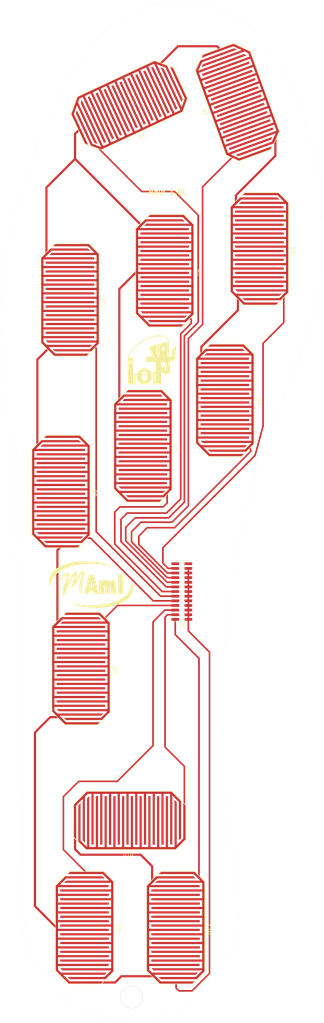
<source format=kicad_pcb>
(kicad_pcb (version 4) (host pcbnew 4.0.6)

  (general
    (links 395)
    (no_connects 348)
    (area 22.399999 21.426681 111.743485 302.100001)
    (thickness 1.6)
    (drawings 6)
    (tracks 133)
    (zones 0)
    (modules 20)
    (nets 16)
  )

  (page User 210.007 319.989)
  (title_block
    (title "Insole with 15x30mm FSR and 0,6mm track/space ")
    (date 2018-04-28)
    (rev 1.0L)
    (company MAmIoT)
    (comment 1 "Dobrescu Cosmin Constantin")
  )

  (layers
    (0 F.Cu signal)
    (31 B.Cu signal)
    (32 B.Adhes user)
    (33 F.Adhes user)
    (34 B.Paste user)
    (35 F.Paste user)
    (36 B.SilkS user)
    (37 F.SilkS user)
    (38 B.Mask user)
    (39 F.Mask user)
    (40 Dwgs.User user)
    (41 Cmts.User user)
    (42 Eco1.User user)
    (43 Eco2.User user)
    (44 Edge.Cuts user)
    (45 Margin user)
    (46 B.CrtYd user)
    (47 F.CrtYd user)
    (48 B.Fab user)
    (49 F.Fab user)
  )

  (setup
    (last_trace_width 0.45)
    (trace_clearance 0.4)
    (zone_clearance 0.508)
    (zone_45_only no)
    (trace_min 0.2)
    (segment_width 0.2)
    (edge_width 0.15)
    (via_size 0.6)
    (via_drill 0.4)
    (via_min_size 0.4)
    (via_min_drill 0.3)
    (uvia_size 0.3)
    (uvia_drill 0.1)
    (uvias_allowed no)
    (uvia_min_size 0.2)
    (uvia_min_drill 0.1)
    (pcb_text_width 0.3)
    (pcb_text_size 1.5 1.5)
    (mod_edge_width 0.15)
    (mod_text_size 1 1)
    (mod_text_width 0.15)
    (pad_size 1.524 1.524)
    (pad_drill 0.762)
    (pad_to_mask_clearance 0.4)
    (aux_axis_origin 0 0)
    (visible_elements 7FFFFFFF)
    (pcbplotparams
      (layerselection 0x010f0_80000001)
      (usegerberextensions false)
      (excludeedgelayer true)
      (linewidth 0.100000)
      (plotframeref false)
      (viasonmask false)
      (mode 1)
      (useauxorigin false)
      (hpglpennumber 1)
      (hpglpenspeed 20)
      (hpglpendiameter 15)
      (hpglpenoverlay 2)
      (psnegative false)
      (psa4output false)
      (plotreference true)
      (plotvalue true)
      (plotinvisibletext false)
      (padsonsilk false)
      (subtractmaskfromsilk false)
      (outputformat 1)
      (mirror false)
      (drillshape 0)
      (scaleselection 1)
      (outputdirectory Fabricacion_V1_rigid_left/))
  )

  (net 0 "")
  (net 1 "Net-(J1-Pad13)")
  (net 2 "Net-(J1-Pad1)")
  (net 3 "Net-(J1-Pad3)")
  (net 4 "Net-(J1-Pad5)")
  (net 5 "Net-(J1-Pad7)")
  (net 6 "Net-(J1-Pad9)")
  (net 7 "Net-(J1-Pad10)")
  (net 8 "Net-(J1-Pad11)")
  (net 9 "Net-(J1-Pad15)")
  (net 10 "Net-(J1-Pad17)")
  (net 11 "Net-(J1-Pad19)")
  (net 12 "Net-(J1-Pad21)")
  (net 13 "Net-(J1-Pad23)")
  (net 14 "Net-(J1-Pad25)")
  (net 15 "Net-(J1-Pad26)")

  (net_class Default "Esta es la clase de red por defecto."
    (clearance 0.4)
    (trace_width 0.45)
    (via_dia 0.6)
    (via_drill 0.4)
    (uvia_dia 0.3)
    (uvia_drill 0.1)
    (add_net "Net-(J1-Pad1)")
    (add_net "Net-(J1-Pad10)")
    (add_net "Net-(J1-Pad11)")
    (add_net "Net-(J1-Pad13)")
    (add_net "Net-(J1-Pad15)")
    (add_net "Net-(J1-Pad17)")
    (add_net "Net-(J1-Pad19)")
    (add_net "Net-(J1-Pad21)")
    (add_net "Net-(J1-Pad23)")
    (add_net "Net-(J1-Pad25)")
    (add_net "Net-(J1-Pad26)")
    (add_net "Net-(J1-Pad3)")
    (add_net "Net-(J1-Pad5)")
    (add_net "Net-(J1-Pad7)")
    (add_net "Net-(J1-Pad9)")
  )

  (module fsr_footprints:FSR15x30mm (layer F.Cu) (tedit 5AE39D5F) (tstamp 5AE3AA9A)
    (at 93.5 46.5 290)
    (descr "footprint for Fsr 15x30mm")
    (path /5AE399A3)
    (fp_text reference U1 (at 0.55 15.93 470) (layer F.SilkS)
      (effects (font (size 1 1) (thickness 0.15)))
    )
    (fp_text value FSR (at 0.8 -2.6 290) (layer F.Fab)
      (effects (font (size 1 1) (thickness 0.15)))
    )
    (fp_line (start 12.6 -1.4) (end 15.2 1.2) (layer F.SilkS) (width 0.15))
    (fp_line (start 15.2 1.2) (end 16.4 2.4) (layer F.SilkS) (width 0.15))
    (fp_line (start 16.4 2.4) (end 16.4 3.7) (layer F.SilkS) (width 0.15))
    (fp_line (start 16.4 3.7) (end 16.4 11.9) (layer F.SilkS) (width 0.15))
    (fp_line (start -14.4 11.2) (end -11 14.6) (layer F.SilkS) (width 0.15))
    (fp_line (start -11 14.6) (end 13.7 14.6) (layer F.SilkS) (width 0.15))
    (fp_line (start 13.7 14.6) (end 16.4 11.9) (layer F.SilkS) (width 0.15))
    (fp_line (start 12.6 -1.4) (end -10.8 -1.4) (layer F.SilkS) (width 0.15))
    (fp_line (start -10.8 -1.4) (end -14.4 2.2) (layer F.SilkS) (width 0.15))
    (fp_line (start -14.4 2.2) (end -14.4 11.2) (layer F.SilkS) (width 0.15))
    (pad 2 smd trapezoid (at 16 7.2 290) (size 0.6 9.8) (rect_delta 0.6 0 ) (layers F.Cu F.Paste F.Mask)
      (net 11 "Net-(J1-Pad19)"))
    (pad 2 smd trapezoid (at 13.6 7.7 290) (size 0.6 12.8) (rect_delta 0.6 0 ) (layers F.Cu F.Paste F.Mask)
      (net 11 "Net-(J1-Pad19)"))
    (pad 2 smd rect (at 11.2 7.2 290) (size 0.6 14.5) (layers F.Cu F.Paste F.Mask)
      (net 11 "Net-(J1-Pad19)"))
    (pad 2 smd trapezoid (at -10.4 7.225 110) (size 0.6 13.95) (rect_delta 0.6 0 ) (layers F.Cu F.Paste F.Mask)
      (net 11 "Net-(J1-Pad19)"))
    (pad 2 smd rect (at 1.6 7.2 290) (size 0.6 14.5) (layers F.Cu F.Paste F.Mask)
      (net 11 "Net-(J1-Pad19)"))
    (pad 2 smd rect (at 4 7.2 290) (size 0.6 14.5) (layers F.Cu F.Paste F.Mask)
      (net 11 "Net-(J1-Pad19)"))
    (pad 2 smd rect (at 8.8 7.2 290) (size 0.6 14.5) (layers F.Cu F.Paste F.Mask)
      (net 11 "Net-(J1-Pad19)"))
    (pad 2 smd rect (at 6.4 7.2 290) (size 0.6 14.5) (layers F.Cu F.Paste F.Mask)
      (net 11 "Net-(J1-Pad19)"))
    (pad 2 smd rect (at -3.2 7.2 290) (size 0.6 14.5) (layers F.Cu F.Paste F.Mask)
      (net 11 "Net-(J1-Pad19)"))
    (pad 2 smd rect (at -0.8 7.2 290) (size 0.6 14.5) (layers F.Cu F.Paste F.Mask)
      (net 11 "Net-(J1-Pad19)"))
    (pad 2 smd rect (at -5.6 7.2 290) (size 0.6 14.5) (layers F.Cu F.Paste F.Mask)
      (net 11 "Net-(J1-Pad19)"))
    (pad 2 smd rect (at -8 7.2 290) (size 0.6 14.5) (layers F.Cu F.Paste F.Mask)
      (net 11 "Net-(J1-Pad19)"))
    (pad 2 smd rect (at 14.66 13.015 65) (size 0.6 3.6) (layers F.Cu F.Paste F.Mask)
      (net 11 "Net-(J1-Pad19)"))
    (pad 2 smd rect (at 1.325 14.2 110) (size 24.55 0.6) (layers F.Cu F.Paste F.Mask)
      (net 11 "Net-(J1-Pad19)"))
    (pad 2 smd rect (at -11.738 13.2879 155) (size 0.6 2.829) (layers F.Cu F.Paste F.Mask)
      (net 11 "Net-(J1-Pad19)"))
    (pad 2 smd trapezoid (at -12.8 7.45 110) (size 0.6 10.4) (rect_delta 0.6 0 ) (layers F.Cu F.Paste F.Mask)
      (net 11 "Net-(J1-Pad19)"))
    (pad 1 smd rect (at 12.4 6.2 290) (size 0.6 14) (layers F.Cu F.Paste F.Mask)
      (net 7 "Net-(J1-Pad10)"))
    (pad 1 smd rect (at 5.2 6 290) (size 0.6 14.5) (layers F.Cu F.Paste F.Mask)
      (net 7 "Net-(J1-Pad10)"))
    (pad 1 smd rect (at 7.6 6 290) (size 0.6 14.5) (layers F.Cu F.Paste F.Mask)
      (net 7 "Net-(J1-Pad10)"))
    (pad 1 smd rect (at 10 6 290) (size 0.6 14.5) (layers F.Cu F.Paste F.Mask)
      (net 7 "Net-(J1-Pad10)"))
    (pad 1 smd rect (at 2.8 6 290) (size 0.6 14.5) (layers F.Cu F.Paste F.Mask)
      (net 7 "Net-(J1-Pad10)"))
    (pad 1 smd rect (at 0.4 6 290) (size 0.6 14.5) (layers F.Cu F.Paste F.Mask)
      (net 7 "Net-(J1-Pad10)"))
    (pad 1 smd rect (at -2 6 290) (size 0.6 14.5) (layers F.Cu F.Paste F.Mask)
      (net 7 "Net-(J1-Pad10)"))
    (pad 1 smd rect (at -4.4 6 290) (size 0.6 14.5) (layers F.Cu F.Paste F.Mask)
      (net 7 "Net-(J1-Pad10)"))
    (pad 1 smd rect (at -6.8 6 290) (size 0.6 14.5) (layers F.Cu F.Paste F.Mask)
      (net 7 "Net-(J1-Pad10)"))
    (pad 1 smd rect (at -9.2 6.2 110) (size 0.6 14) (layers F.Cu F.Paste F.Mask)
      (net 7 "Net-(J1-Pad10)"))
    (pad 1 smd trapezoid (at -11.6 6.4 110) (size 0.6 12) (rect_delta 0.6 0 ) (layers F.Cu F.Paste F.Mask)
      (net 7 "Net-(J1-Pad10)"))
    (pad 1 smd trapezoid (at 14.8 6.4 290) (size 0.6 10.75) (rect_delta 0.6 0 ) (layers F.Cu F.Paste F.Mask)
      (net 7 "Net-(J1-Pad10)"))
    (pad 1 smd rect (at 13.5 0.15 335) (size 0.6 3.4) (layers F.Cu F.Paste F.Mask)
      (net 7 "Net-(J1-Pad10)"))
    (pad 1 smd rect (at 0.875 -0.975 290) (size 23.25 0.6) (layers F.Cu F.Paste F.Mask)
      (net 7 "Net-(J1-Pad10)"))
    (pad 1 smd trapezoid (at -14 6.73 110) (size 0.6 9.5) (rect_delta 0.6 0 ) (layers F.Cu F.Paste F.Mask)
      (net 7 "Net-(J1-Pad10)"))
    (pad 1 smd rect (at -12.3 0.7 245) (size 0.6 5) (layers F.Cu F.Paste F.Mask)
      (net 7 "Net-(J1-Pad10)"))
  )

  (module fsr_footprints:FSR15x30mm (layer F.Cu) (tedit 5AE39D5F) (tstamp 5AE3AAC8)
    (at 54 45 25)
    (descr "footprint for Fsr 15x30mm")
    (path /5AE39966)
    (fp_text reference U2 (at 0.55 15.93 205) (layer F.SilkS)
      (effects (font (size 1 1) (thickness 0.15)))
    )
    (fp_text value FSR (at 0.8 -2.6 25) (layer F.Fab)
      (effects (font (size 1 1) (thickness 0.15)))
    )
    (fp_line (start 12.6 -1.4) (end 15.2 1.2) (layer F.SilkS) (width 0.15))
    (fp_line (start 15.2 1.2) (end 16.4 2.4) (layer F.SilkS) (width 0.15))
    (fp_line (start 16.4 2.4) (end 16.4 3.7) (layer F.SilkS) (width 0.15))
    (fp_line (start 16.4 3.7) (end 16.4 11.9) (layer F.SilkS) (width 0.15))
    (fp_line (start -14.4 11.2) (end -11 14.6) (layer F.SilkS) (width 0.15))
    (fp_line (start -11 14.6) (end 13.7 14.6) (layer F.SilkS) (width 0.15))
    (fp_line (start 13.7 14.6) (end 16.4 11.9) (layer F.SilkS) (width 0.15))
    (fp_line (start 12.6 -1.4) (end -10.8 -1.4) (layer F.SilkS) (width 0.15))
    (fp_line (start -10.8 -1.4) (end -14.4 2.2) (layer F.SilkS) (width 0.15))
    (fp_line (start -14.4 2.2) (end -14.4 11.2) (layer F.SilkS) (width 0.15))
    (pad 2 smd trapezoid (at 16 7.2 25) (size 0.6 9.8) (rect_delta 0.6 0 ) (layers F.Cu F.Paste F.Mask)
      (net 10 "Net-(J1-Pad17)"))
    (pad 2 smd trapezoid (at 13.6 7.7 25) (size 0.6 12.8) (rect_delta 0.6 0 ) (layers F.Cu F.Paste F.Mask)
      (net 10 "Net-(J1-Pad17)"))
    (pad 2 smd rect (at 11.2 7.2 25) (size 0.6 14.5) (layers F.Cu F.Paste F.Mask)
      (net 10 "Net-(J1-Pad17)"))
    (pad 2 smd trapezoid (at -10.4 7.225 205) (size 0.6 13.95) (rect_delta 0.6 0 ) (layers F.Cu F.Paste F.Mask)
      (net 10 "Net-(J1-Pad17)"))
    (pad 2 smd rect (at 1.6 7.2 25) (size 0.6 14.5) (layers F.Cu F.Paste F.Mask)
      (net 10 "Net-(J1-Pad17)"))
    (pad 2 smd rect (at 4 7.2 25) (size 0.6 14.5) (layers F.Cu F.Paste F.Mask)
      (net 10 "Net-(J1-Pad17)"))
    (pad 2 smd rect (at 8.8 7.2 25) (size 0.6 14.5) (layers F.Cu F.Paste F.Mask)
      (net 10 "Net-(J1-Pad17)"))
    (pad 2 smd rect (at 6.4 7.2 25) (size 0.6 14.5) (layers F.Cu F.Paste F.Mask)
      (net 10 "Net-(J1-Pad17)"))
    (pad 2 smd rect (at -3.2 7.2 25) (size 0.6 14.5) (layers F.Cu F.Paste F.Mask)
      (net 10 "Net-(J1-Pad17)"))
    (pad 2 smd rect (at -0.8 7.2 25) (size 0.6 14.5) (layers F.Cu F.Paste F.Mask)
      (net 10 "Net-(J1-Pad17)"))
    (pad 2 smd rect (at -5.6 7.2 25) (size 0.6 14.5) (layers F.Cu F.Paste F.Mask)
      (net 10 "Net-(J1-Pad17)"))
    (pad 2 smd rect (at -8 7.2 25) (size 0.6 14.5) (layers F.Cu F.Paste F.Mask)
      (net 10 "Net-(J1-Pad17)"))
    (pad 2 smd rect (at 14.66 13.015 160) (size 0.6 3.6) (layers F.Cu F.Paste F.Mask)
      (net 10 "Net-(J1-Pad17)"))
    (pad 2 smd rect (at 1.325 14.2 205) (size 24.55 0.6) (layers F.Cu F.Paste F.Mask)
      (net 10 "Net-(J1-Pad17)"))
    (pad 2 smd rect (at -11.738 13.2879 250) (size 0.6 2.829) (layers F.Cu F.Paste F.Mask)
      (net 10 "Net-(J1-Pad17)"))
    (pad 2 smd trapezoid (at -12.8 7.45 205) (size 0.6 10.4) (rect_delta 0.6 0 ) (layers F.Cu F.Paste F.Mask)
      (net 10 "Net-(J1-Pad17)"))
    (pad 1 smd rect (at 12.4 6.2 25) (size 0.6 14) (layers F.Cu F.Paste F.Mask)
      (net 7 "Net-(J1-Pad10)"))
    (pad 1 smd rect (at 5.2 6 25) (size 0.6 14.5) (layers F.Cu F.Paste F.Mask)
      (net 7 "Net-(J1-Pad10)"))
    (pad 1 smd rect (at 7.6 6 25) (size 0.6 14.5) (layers F.Cu F.Paste F.Mask)
      (net 7 "Net-(J1-Pad10)"))
    (pad 1 smd rect (at 10 6 25) (size 0.6 14.5) (layers F.Cu F.Paste F.Mask)
      (net 7 "Net-(J1-Pad10)"))
    (pad 1 smd rect (at 2.8 6 25) (size 0.6 14.5) (layers F.Cu F.Paste F.Mask)
      (net 7 "Net-(J1-Pad10)"))
    (pad 1 smd rect (at 0.4 6 25) (size 0.6 14.5) (layers F.Cu F.Paste F.Mask)
      (net 7 "Net-(J1-Pad10)"))
    (pad 1 smd rect (at -2 6 25) (size 0.6 14.5) (layers F.Cu F.Paste F.Mask)
      (net 7 "Net-(J1-Pad10)"))
    (pad 1 smd rect (at -4.4 6 25) (size 0.6 14.5) (layers F.Cu F.Paste F.Mask)
      (net 7 "Net-(J1-Pad10)"))
    (pad 1 smd rect (at -6.8 6 25) (size 0.6 14.5) (layers F.Cu F.Paste F.Mask)
      (net 7 "Net-(J1-Pad10)"))
    (pad 1 smd rect (at -9.2 6.2 205) (size 0.6 14) (layers F.Cu F.Paste F.Mask)
      (net 7 "Net-(J1-Pad10)"))
    (pad 1 smd trapezoid (at -11.6 6.4 205) (size 0.6 12) (rect_delta 0.6 0 ) (layers F.Cu F.Paste F.Mask)
      (net 7 "Net-(J1-Pad10)"))
    (pad 1 smd trapezoid (at 14.8 6.4 25) (size 0.6 10.75) (rect_delta 0.6 0 ) (layers F.Cu F.Paste F.Mask)
      (net 7 "Net-(J1-Pad10)"))
    (pad 1 smd rect (at 13.5 0.15 70) (size 0.6 3.4) (layers F.Cu F.Paste F.Mask)
      (net 7 "Net-(J1-Pad10)"))
    (pad 1 smd rect (at 0.875 -0.975 25) (size 23.25 0.6) (layers F.Cu F.Paste F.Mask)
      (net 7 "Net-(J1-Pad10)"))
    (pad 1 smd trapezoid (at -14 6.73 205) (size 0.6 9.5) (rect_delta 0.6 0 ) (layers F.Cu F.Paste F.Mask)
      (net 7 "Net-(J1-Pad10)"))
    (pad 1 smd rect (at -12.3 0.7 340) (size 0.6 5) (layers F.Cu F.Paste F.Mask)
      (net 7 "Net-(J1-Pad10)"))
  )

  (module fsr_footprints:FSR15x30mm (layer F.Cu) (tedit 5AE39D5F) (tstamp 5AE3AAF6)
    (at 87 91 90)
    (descr "footprint for Fsr 15x30mm")
    (path /5AE39930)
    (fp_text reference U3 (at 0.55 15.93 270) (layer F.SilkS)
      (effects (font (size 1 1) (thickness 0.15)))
    )
    (fp_text value FSR (at 0.8 -2.6 90) (layer F.Fab)
      (effects (font (size 1 1) (thickness 0.15)))
    )
    (fp_line (start 12.6 -1.4) (end 15.2 1.2) (layer F.SilkS) (width 0.15))
    (fp_line (start 15.2 1.2) (end 16.4 2.4) (layer F.SilkS) (width 0.15))
    (fp_line (start 16.4 2.4) (end 16.4 3.7) (layer F.SilkS) (width 0.15))
    (fp_line (start 16.4 3.7) (end 16.4 11.9) (layer F.SilkS) (width 0.15))
    (fp_line (start -14.4 11.2) (end -11 14.6) (layer F.SilkS) (width 0.15))
    (fp_line (start -11 14.6) (end 13.7 14.6) (layer F.SilkS) (width 0.15))
    (fp_line (start 13.7 14.6) (end 16.4 11.9) (layer F.SilkS) (width 0.15))
    (fp_line (start 12.6 -1.4) (end -10.8 -1.4) (layer F.SilkS) (width 0.15))
    (fp_line (start -10.8 -1.4) (end -14.4 2.2) (layer F.SilkS) (width 0.15))
    (fp_line (start -14.4 2.2) (end -14.4 11.2) (layer F.SilkS) (width 0.15))
    (pad 2 smd trapezoid (at 16 7.2 90) (size 0.6 9.8) (rect_delta 0.6 0 ) (layers F.Cu F.Paste F.Mask)
      (net 13 "Net-(J1-Pad23)"))
    (pad 2 smd trapezoid (at 13.6 7.7 90) (size 0.6 12.8) (rect_delta 0.6 0 ) (layers F.Cu F.Paste F.Mask)
      (net 13 "Net-(J1-Pad23)"))
    (pad 2 smd rect (at 11.2 7.2 90) (size 0.6 14.5) (layers F.Cu F.Paste F.Mask)
      (net 13 "Net-(J1-Pad23)"))
    (pad 2 smd trapezoid (at -10.4 7.225 270) (size 0.6 13.95) (rect_delta 0.6 0 ) (layers F.Cu F.Paste F.Mask)
      (net 13 "Net-(J1-Pad23)"))
    (pad 2 smd rect (at 1.6 7.2 90) (size 0.6 14.5) (layers F.Cu F.Paste F.Mask)
      (net 13 "Net-(J1-Pad23)"))
    (pad 2 smd rect (at 4 7.2 90) (size 0.6 14.5) (layers F.Cu F.Paste F.Mask)
      (net 13 "Net-(J1-Pad23)"))
    (pad 2 smd rect (at 8.8 7.2 90) (size 0.6 14.5) (layers F.Cu F.Paste F.Mask)
      (net 13 "Net-(J1-Pad23)"))
    (pad 2 smd rect (at 6.4 7.2 90) (size 0.6 14.5) (layers F.Cu F.Paste F.Mask)
      (net 13 "Net-(J1-Pad23)"))
    (pad 2 smd rect (at -3.2 7.2 90) (size 0.6 14.5) (layers F.Cu F.Paste F.Mask)
      (net 13 "Net-(J1-Pad23)"))
    (pad 2 smd rect (at -0.8 7.2 90) (size 0.6 14.5) (layers F.Cu F.Paste F.Mask)
      (net 13 "Net-(J1-Pad23)"))
    (pad 2 smd rect (at -5.6 7.2 90) (size 0.6 14.5) (layers F.Cu F.Paste F.Mask)
      (net 13 "Net-(J1-Pad23)"))
    (pad 2 smd rect (at -8 7.2 90) (size 0.6 14.5) (layers F.Cu F.Paste F.Mask)
      (net 13 "Net-(J1-Pad23)"))
    (pad 2 smd rect (at 14.66 13.015 225) (size 0.6 3.6) (layers F.Cu F.Paste F.Mask)
      (net 13 "Net-(J1-Pad23)"))
    (pad 2 smd rect (at 1.325 14.2 270) (size 24.55 0.6) (layers F.Cu F.Paste F.Mask)
      (net 13 "Net-(J1-Pad23)"))
    (pad 2 smd rect (at -11.738 13.2879 315) (size 0.6 2.829) (layers F.Cu F.Paste F.Mask)
      (net 13 "Net-(J1-Pad23)"))
    (pad 2 smd trapezoid (at -12.8 7.45 270) (size 0.6 10.4) (rect_delta 0.6 0 ) (layers F.Cu F.Paste F.Mask)
      (net 13 "Net-(J1-Pad23)"))
    (pad 1 smd rect (at 12.4 6.2 90) (size 0.6 14) (layers F.Cu F.Paste F.Mask)
      (net 7 "Net-(J1-Pad10)"))
    (pad 1 smd rect (at 5.2 6 90) (size 0.6 14.5) (layers F.Cu F.Paste F.Mask)
      (net 7 "Net-(J1-Pad10)"))
    (pad 1 smd rect (at 7.6 6 90) (size 0.6 14.5) (layers F.Cu F.Paste F.Mask)
      (net 7 "Net-(J1-Pad10)"))
    (pad 1 smd rect (at 10 6 90) (size 0.6 14.5) (layers F.Cu F.Paste F.Mask)
      (net 7 "Net-(J1-Pad10)"))
    (pad 1 smd rect (at 2.8 6 90) (size 0.6 14.5) (layers F.Cu F.Paste F.Mask)
      (net 7 "Net-(J1-Pad10)"))
    (pad 1 smd rect (at 0.4 6 90) (size 0.6 14.5) (layers F.Cu F.Paste F.Mask)
      (net 7 "Net-(J1-Pad10)"))
    (pad 1 smd rect (at -2 6 90) (size 0.6 14.5) (layers F.Cu F.Paste F.Mask)
      (net 7 "Net-(J1-Pad10)"))
    (pad 1 smd rect (at -4.4 6 90) (size 0.6 14.5) (layers F.Cu F.Paste F.Mask)
      (net 7 "Net-(J1-Pad10)"))
    (pad 1 smd rect (at -6.8 6 90) (size 0.6 14.5) (layers F.Cu F.Paste F.Mask)
      (net 7 "Net-(J1-Pad10)"))
    (pad 1 smd rect (at -9.2 6.2 270) (size 0.6 14) (layers F.Cu F.Paste F.Mask)
      (net 7 "Net-(J1-Pad10)"))
    (pad 1 smd trapezoid (at -11.6 6.4 270) (size 0.6 12) (rect_delta 0.6 0 ) (layers F.Cu F.Paste F.Mask)
      (net 7 "Net-(J1-Pad10)"))
    (pad 1 smd trapezoid (at 14.8 6.4 90) (size 0.6 10.75) (rect_delta 0.6 0 ) (layers F.Cu F.Paste F.Mask)
      (net 7 "Net-(J1-Pad10)"))
    (pad 1 smd rect (at 13.5 0.15 135) (size 0.6 3.4) (layers F.Cu F.Paste F.Mask)
      (net 7 "Net-(J1-Pad10)"))
    (pad 1 smd rect (at 0.875 -0.975 90) (size 23.25 0.6) (layers F.Cu F.Paste F.Mask)
      (net 7 "Net-(J1-Pad10)"))
    (pad 1 smd trapezoid (at -14 6.73 270) (size 0.6 9.5) (rect_delta 0.6 0 ) (layers F.Cu F.Paste F.Mask)
      (net 7 "Net-(J1-Pad10)"))
    (pad 1 smd rect (at -12.3 0.7 45) (size 0.6 5) (layers F.Cu F.Paste F.Mask)
      (net 7 "Net-(J1-Pad10)"))
  )

  (module fsr_footprints:FSR15x30mm (layer F.Cu) (tedit 5AE39D5F) (tstamp 5AE3AB24)
    (at 61 97 90)
    (descr "footprint for Fsr 15x30mm")
    (path /5AE39774)
    (fp_text reference U4 (at 0.55 15.93 270) (layer F.SilkS)
      (effects (font (size 1 1) (thickness 0.15)))
    )
    (fp_text value FSR (at 0.8 -2.6 90) (layer F.Fab)
      (effects (font (size 1 1) (thickness 0.15)))
    )
    (fp_line (start 12.6 -1.4) (end 15.2 1.2) (layer F.SilkS) (width 0.15))
    (fp_line (start 15.2 1.2) (end 16.4 2.4) (layer F.SilkS) (width 0.15))
    (fp_line (start 16.4 2.4) (end 16.4 3.7) (layer F.SilkS) (width 0.15))
    (fp_line (start 16.4 3.7) (end 16.4 11.9) (layer F.SilkS) (width 0.15))
    (fp_line (start -14.4 11.2) (end -11 14.6) (layer F.SilkS) (width 0.15))
    (fp_line (start -11 14.6) (end 13.7 14.6) (layer F.SilkS) (width 0.15))
    (fp_line (start 13.7 14.6) (end 16.4 11.9) (layer F.SilkS) (width 0.15))
    (fp_line (start 12.6 -1.4) (end -10.8 -1.4) (layer F.SilkS) (width 0.15))
    (fp_line (start -10.8 -1.4) (end -14.4 2.2) (layer F.SilkS) (width 0.15))
    (fp_line (start -14.4 2.2) (end -14.4 11.2) (layer F.SilkS) (width 0.15))
    (pad 2 smd trapezoid (at 16 7.2 90) (size 0.6 9.8) (rect_delta 0.6 0 ) (layers F.Cu F.Paste F.Mask)
      (net 9 "Net-(J1-Pad15)"))
    (pad 2 smd trapezoid (at 13.6 7.7 90) (size 0.6 12.8) (rect_delta 0.6 0 ) (layers F.Cu F.Paste F.Mask)
      (net 9 "Net-(J1-Pad15)"))
    (pad 2 smd rect (at 11.2 7.2 90) (size 0.6 14.5) (layers F.Cu F.Paste F.Mask)
      (net 9 "Net-(J1-Pad15)"))
    (pad 2 smd trapezoid (at -10.4 7.225 270) (size 0.6 13.95) (rect_delta 0.6 0 ) (layers F.Cu F.Paste F.Mask)
      (net 9 "Net-(J1-Pad15)"))
    (pad 2 smd rect (at 1.6 7.2 90) (size 0.6 14.5) (layers F.Cu F.Paste F.Mask)
      (net 9 "Net-(J1-Pad15)"))
    (pad 2 smd rect (at 4 7.2 90) (size 0.6 14.5) (layers F.Cu F.Paste F.Mask)
      (net 9 "Net-(J1-Pad15)"))
    (pad 2 smd rect (at 8.8 7.2 90) (size 0.6 14.5) (layers F.Cu F.Paste F.Mask)
      (net 9 "Net-(J1-Pad15)"))
    (pad 2 smd rect (at 6.4 7.2 90) (size 0.6 14.5) (layers F.Cu F.Paste F.Mask)
      (net 9 "Net-(J1-Pad15)"))
    (pad 2 smd rect (at -3.2 7.2 90) (size 0.6 14.5) (layers F.Cu F.Paste F.Mask)
      (net 9 "Net-(J1-Pad15)"))
    (pad 2 smd rect (at -0.8 7.2 90) (size 0.6 14.5) (layers F.Cu F.Paste F.Mask)
      (net 9 "Net-(J1-Pad15)"))
    (pad 2 smd rect (at -5.6 7.2 90) (size 0.6 14.5) (layers F.Cu F.Paste F.Mask)
      (net 9 "Net-(J1-Pad15)"))
    (pad 2 smd rect (at -8 7.2 90) (size 0.6 14.5) (layers F.Cu F.Paste F.Mask)
      (net 9 "Net-(J1-Pad15)"))
    (pad 2 smd rect (at 14.66 13.015 225) (size 0.6 3.6) (layers F.Cu F.Paste F.Mask)
      (net 9 "Net-(J1-Pad15)"))
    (pad 2 smd rect (at 1.325 14.2 270) (size 24.55 0.6) (layers F.Cu F.Paste F.Mask)
      (net 9 "Net-(J1-Pad15)"))
    (pad 2 smd rect (at -11.738 13.2879 315) (size 0.6 2.829) (layers F.Cu F.Paste F.Mask)
      (net 9 "Net-(J1-Pad15)"))
    (pad 2 smd trapezoid (at -12.8 7.45 270) (size 0.6 10.4) (rect_delta 0.6 0 ) (layers F.Cu F.Paste F.Mask)
      (net 9 "Net-(J1-Pad15)"))
    (pad 1 smd rect (at 12.4 6.2 90) (size 0.6 14) (layers F.Cu F.Paste F.Mask)
      (net 7 "Net-(J1-Pad10)"))
    (pad 1 smd rect (at 5.2 6 90) (size 0.6 14.5) (layers F.Cu F.Paste F.Mask)
      (net 7 "Net-(J1-Pad10)"))
    (pad 1 smd rect (at 7.6 6 90) (size 0.6 14.5) (layers F.Cu F.Paste F.Mask)
      (net 7 "Net-(J1-Pad10)"))
    (pad 1 smd rect (at 10 6 90) (size 0.6 14.5) (layers F.Cu F.Paste F.Mask)
      (net 7 "Net-(J1-Pad10)"))
    (pad 1 smd rect (at 2.8 6 90) (size 0.6 14.5) (layers F.Cu F.Paste F.Mask)
      (net 7 "Net-(J1-Pad10)"))
    (pad 1 smd rect (at 0.4 6 90) (size 0.6 14.5) (layers F.Cu F.Paste F.Mask)
      (net 7 "Net-(J1-Pad10)"))
    (pad 1 smd rect (at -2 6 90) (size 0.6 14.5) (layers F.Cu F.Paste F.Mask)
      (net 7 "Net-(J1-Pad10)"))
    (pad 1 smd rect (at -4.4 6 90) (size 0.6 14.5) (layers F.Cu F.Paste F.Mask)
      (net 7 "Net-(J1-Pad10)"))
    (pad 1 smd rect (at -6.8 6 90) (size 0.6 14.5) (layers F.Cu F.Paste F.Mask)
      (net 7 "Net-(J1-Pad10)"))
    (pad 1 smd rect (at -9.2 6.2 270) (size 0.6 14) (layers F.Cu F.Paste F.Mask)
      (net 7 "Net-(J1-Pad10)"))
    (pad 1 smd trapezoid (at -11.6 6.4 270) (size 0.6 12) (rect_delta 0.6 0 ) (layers F.Cu F.Paste F.Mask)
      (net 7 "Net-(J1-Pad10)"))
    (pad 1 smd trapezoid (at 14.8 6.4 90) (size 0.6 10.75) (rect_delta 0.6 0 ) (layers F.Cu F.Paste F.Mask)
      (net 7 "Net-(J1-Pad10)"))
    (pad 1 smd rect (at 13.5 0.15 135) (size 0.6 3.4) (layers F.Cu F.Paste F.Mask)
      (net 7 "Net-(J1-Pad10)"))
    (pad 1 smd rect (at 0.875 -0.975 90) (size 23.25 0.6) (layers F.Cu F.Paste F.Mask)
      (net 7 "Net-(J1-Pad10)"))
    (pad 1 smd trapezoid (at -14 6.73 270) (size 0.6 9.5) (rect_delta 0.6 0 ) (layers F.Cu F.Paste F.Mask)
      (net 7 "Net-(J1-Pad10)"))
    (pad 1 smd rect (at -12.3 0.7 45) (size 0.6 5) (layers F.Cu F.Paste F.Mask)
      (net 7 "Net-(J1-Pad10)"))
  )

  (module fsr_footprints:FSR15x30mm (layer F.Cu) (tedit 5AE39D5F) (tstamp 5AE3AB52)
    (at 35 105 90)
    (descr "footprint for Fsr 15x30mm")
    (path /5AE39742)
    (fp_text reference U5 (at 0.55 15.93 270) (layer F.SilkS)
      (effects (font (size 1 1) (thickness 0.15)))
    )
    (fp_text value FSR (at 0.8 -2.6 90) (layer F.Fab)
      (effects (font (size 1 1) (thickness 0.15)))
    )
    (fp_line (start 12.6 -1.4) (end 15.2 1.2) (layer F.SilkS) (width 0.15))
    (fp_line (start 15.2 1.2) (end 16.4 2.4) (layer F.SilkS) (width 0.15))
    (fp_line (start 16.4 2.4) (end 16.4 3.7) (layer F.SilkS) (width 0.15))
    (fp_line (start 16.4 3.7) (end 16.4 11.9) (layer F.SilkS) (width 0.15))
    (fp_line (start -14.4 11.2) (end -11 14.6) (layer F.SilkS) (width 0.15))
    (fp_line (start -11 14.6) (end 13.7 14.6) (layer F.SilkS) (width 0.15))
    (fp_line (start 13.7 14.6) (end 16.4 11.9) (layer F.SilkS) (width 0.15))
    (fp_line (start 12.6 -1.4) (end -10.8 -1.4) (layer F.SilkS) (width 0.15))
    (fp_line (start -10.8 -1.4) (end -14.4 2.2) (layer F.SilkS) (width 0.15))
    (fp_line (start -14.4 2.2) (end -14.4 11.2) (layer F.SilkS) (width 0.15))
    (pad 2 smd trapezoid (at 16 7.2 90) (size 0.6 9.8) (rect_delta 0.6 0 ) (layers F.Cu F.Paste F.Mask)
      (net 8 "Net-(J1-Pad11)"))
    (pad 2 smd trapezoid (at 13.6 7.7 90) (size 0.6 12.8) (rect_delta 0.6 0 ) (layers F.Cu F.Paste F.Mask)
      (net 8 "Net-(J1-Pad11)"))
    (pad 2 smd rect (at 11.2 7.2 90) (size 0.6 14.5) (layers F.Cu F.Paste F.Mask)
      (net 8 "Net-(J1-Pad11)"))
    (pad 2 smd trapezoid (at -10.4 7.225 270) (size 0.6 13.95) (rect_delta 0.6 0 ) (layers F.Cu F.Paste F.Mask)
      (net 8 "Net-(J1-Pad11)"))
    (pad 2 smd rect (at 1.6 7.2 90) (size 0.6 14.5) (layers F.Cu F.Paste F.Mask)
      (net 8 "Net-(J1-Pad11)"))
    (pad 2 smd rect (at 4 7.2 90) (size 0.6 14.5) (layers F.Cu F.Paste F.Mask)
      (net 8 "Net-(J1-Pad11)"))
    (pad 2 smd rect (at 8.8 7.2 90) (size 0.6 14.5) (layers F.Cu F.Paste F.Mask)
      (net 8 "Net-(J1-Pad11)"))
    (pad 2 smd rect (at 6.4 7.2 90) (size 0.6 14.5) (layers F.Cu F.Paste F.Mask)
      (net 8 "Net-(J1-Pad11)"))
    (pad 2 smd rect (at -3.2 7.2 90) (size 0.6 14.5) (layers F.Cu F.Paste F.Mask)
      (net 8 "Net-(J1-Pad11)"))
    (pad 2 smd rect (at -0.8 7.2 90) (size 0.6 14.5) (layers F.Cu F.Paste F.Mask)
      (net 8 "Net-(J1-Pad11)"))
    (pad 2 smd rect (at -5.6 7.2 90) (size 0.6 14.5) (layers F.Cu F.Paste F.Mask)
      (net 8 "Net-(J1-Pad11)"))
    (pad 2 smd rect (at -8 7.2 90) (size 0.6 14.5) (layers F.Cu F.Paste F.Mask)
      (net 8 "Net-(J1-Pad11)"))
    (pad 2 smd rect (at 14.66 13.015 225) (size 0.6 3.6) (layers F.Cu F.Paste F.Mask)
      (net 8 "Net-(J1-Pad11)"))
    (pad 2 smd rect (at 1.325 14.2 270) (size 24.55 0.6) (layers F.Cu F.Paste F.Mask)
      (net 8 "Net-(J1-Pad11)"))
    (pad 2 smd rect (at -11.738 13.2879 315) (size 0.6 2.829) (layers F.Cu F.Paste F.Mask)
      (net 8 "Net-(J1-Pad11)"))
    (pad 2 smd trapezoid (at -12.8 7.45 270) (size 0.6 10.4) (rect_delta 0.6 0 ) (layers F.Cu F.Paste F.Mask)
      (net 8 "Net-(J1-Pad11)"))
    (pad 1 smd rect (at 12.4 6.2 90) (size 0.6 14) (layers F.Cu F.Paste F.Mask)
      (net 7 "Net-(J1-Pad10)"))
    (pad 1 smd rect (at 5.2 6 90) (size 0.6 14.5) (layers F.Cu F.Paste F.Mask)
      (net 7 "Net-(J1-Pad10)"))
    (pad 1 smd rect (at 7.6 6 90) (size 0.6 14.5) (layers F.Cu F.Paste F.Mask)
      (net 7 "Net-(J1-Pad10)"))
    (pad 1 smd rect (at 10 6 90) (size 0.6 14.5) (layers F.Cu F.Paste F.Mask)
      (net 7 "Net-(J1-Pad10)"))
    (pad 1 smd rect (at 2.8 6 90) (size 0.6 14.5) (layers F.Cu F.Paste F.Mask)
      (net 7 "Net-(J1-Pad10)"))
    (pad 1 smd rect (at 0.4 6 90) (size 0.6 14.5) (layers F.Cu F.Paste F.Mask)
      (net 7 "Net-(J1-Pad10)"))
    (pad 1 smd rect (at -2 6 90) (size 0.6 14.5) (layers F.Cu F.Paste F.Mask)
      (net 7 "Net-(J1-Pad10)"))
    (pad 1 smd rect (at -4.4 6 90) (size 0.6 14.5) (layers F.Cu F.Paste F.Mask)
      (net 7 "Net-(J1-Pad10)"))
    (pad 1 smd rect (at -6.8 6 90) (size 0.6 14.5) (layers F.Cu F.Paste F.Mask)
      (net 7 "Net-(J1-Pad10)"))
    (pad 1 smd rect (at -9.2 6.2 270) (size 0.6 14) (layers F.Cu F.Paste F.Mask)
      (net 7 "Net-(J1-Pad10)"))
    (pad 1 smd trapezoid (at -11.6 6.4 270) (size 0.6 12) (rect_delta 0.6 0 ) (layers F.Cu F.Paste F.Mask)
      (net 7 "Net-(J1-Pad10)"))
    (pad 1 smd trapezoid (at 14.8 6.4 90) (size 0.6 10.75) (rect_delta 0.6 0 ) (layers F.Cu F.Paste F.Mask)
      (net 7 "Net-(J1-Pad10)"))
    (pad 1 smd rect (at 13.5 0.15 135) (size 0.6 3.4) (layers F.Cu F.Paste F.Mask)
      (net 7 "Net-(J1-Pad10)"))
    (pad 1 smd rect (at 0.875 -0.975 90) (size 23.25 0.6) (layers F.Cu F.Paste F.Mask)
      (net 7 "Net-(J1-Pad10)"))
    (pad 1 smd trapezoid (at -14 6.73 270) (size 0.6 9.5) (rect_delta 0.6 0 ) (layers F.Cu F.Paste F.Mask)
      (net 7 "Net-(J1-Pad10)"))
    (pad 1 smd rect (at -12.3 0.7 45) (size 0.6 5) (layers F.Cu F.Paste F.Mask)
      (net 7 "Net-(J1-Pad10)"))
  )

  (module fsr_footprints:FSR15x30mm (layer F.Cu) (tedit 5AE39D5F) (tstamp 5AE3AB80)
    (at 77.5 132.5 90)
    (descr "footprint for Fsr 15x30mm")
    (path /5AE3971A)
    (fp_text reference U6 (at 0.55 15.93 270) (layer F.SilkS)
      (effects (font (size 1 1) (thickness 0.15)))
    )
    (fp_text value FSR (at 0.8 -2.6 90) (layer F.Fab)
      (effects (font (size 1 1) (thickness 0.15)))
    )
    (fp_line (start 12.6 -1.4) (end 15.2 1.2) (layer F.SilkS) (width 0.15))
    (fp_line (start 15.2 1.2) (end 16.4 2.4) (layer F.SilkS) (width 0.15))
    (fp_line (start 16.4 2.4) (end 16.4 3.7) (layer F.SilkS) (width 0.15))
    (fp_line (start 16.4 3.7) (end 16.4 11.9) (layer F.SilkS) (width 0.15))
    (fp_line (start -14.4 11.2) (end -11 14.6) (layer F.SilkS) (width 0.15))
    (fp_line (start -11 14.6) (end 13.7 14.6) (layer F.SilkS) (width 0.15))
    (fp_line (start 13.7 14.6) (end 16.4 11.9) (layer F.SilkS) (width 0.15))
    (fp_line (start 12.6 -1.4) (end -10.8 -1.4) (layer F.SilkS) (width 0.15))
    (fp_line (start -10.8 -1.4) (end -14.4 2.2) (layer F.SilkS) (width 0.15))
    (fp_line (start -14.4 2.2) (end -14.4 11.2) (layer F.SilkS) (width 0.15))
    (pad 2 smd trapezoid (at 16 7.2 90) (size 0.6 9.8) (rect_delta 0.6 0 ) (layers F.Cu F.Paste F.Mask)
      (net 12 "Net-(J1-Pad21)"))
    (pad 2 smd trapezoid (at 13.6 7.7 90) (size 0.6 12.8) (rect_delta 0.6 0 ) (layers F.Cu F.Paste F.Mask)
      (net 12 "Net-(J1-Pad21)"))
    (pad 2 smd rect (at 11.2 7.2 90) (size 0.6 14.5) (layers F.Cu F.Paste F.Mask)
      (net 12 "Net-(J1-Pad21)"))
    (pad 2 smd trapezoid (at -10.4 7.225 270) (size 0.6 13.95) (rect_delta 0.6 0 ) (layers F.Cu F.Paste F.Mask)
      (net 12 "Net-(J1-Pad21)"))
    (pad 2 smd rect (at 1.6 7.2 90) (size 0.6 14.5) (layers F.Cu F.Paste F.Mask)
      (net 12 "Net-(J1-Pad21)"))
    (pad 2 smd rect (at 4 7.2 90) (size 0.6 14.5) (layers F.Cu F.Paste F.Mask)
      (net 12 "Net-(J1-Pad21)"))
    (pad 2 smd rect (at 8.8 7.2 90) (size 0.6 14.5) (layers F.Cu F.Paste F.Mask)
      (net 12 "Net-(J1-Pad21)"))
    (pad 2 smd rect (at 6.4 7.2 90) (size 0.6 14.5) (layers F.Cu F.Paste F.Mask)
      (net 12 "Net-(J1-Pad21)"))
    (pad 2 smd rect (at -3.2 7.2 90) (size 0.6 14.5) (layers F.Cu F.Paste F.Mask)
      (net 12 "Net-(J1-Pad21)"))
    (pad 2 smd rect (at -0.8 7.2 90) (size 0.6 14.5) (layers F.Cu F.Paste F.Mask)
      (net 12 "Net-(J1-Pad21)"))
    (pad 2 smd rect (at -5.6 7.2 90) (size 0.6 14.5) (layers F.Cu F.Paste F.Mask)
      (net 12 "Net-(J1-Pad21)"))
    (pad 2 smd rect (at -8 7.2 90) (size 0.6 14.5) (layers F.Cu F.Paste F.Mask)
      (net 12 "Net-(J1-Pad21)"))
    (pad 2 smd rect (at 14.66 13.015 225) (size 0.6 3.6) (layers F.Cu F.Paste F.Mask)
      (net 12 "Net-(J1-Pad21)"))
    (pad 2 smd rect (at 1.325 14.2 270) (size 24.55 0.6) (layers F.Cu F.Paste F.Mask)
      (net 12 "Net-(J1-Pad21)"))
    (pad 2 smd rect (at -11.738 13.2879 315) (size 0.6 2.829) (layers F.Cu F.Paste F.Mask)
      (net 12 "Net-(J1-Pad21)"))
    (pad 2 smd trapezoid (at -12.8 7.45 270) (size 0.6 10.4) (rect_delta 0.6 0 ) (layers F.Cu F.Paste F.Mask)
      (net 12 "Net-(J1-Pad21)"))
    (pad 1 smd rect (at 12.4 6.2 90) (size 0.6 14) (layers F.Cu F.Paste F.Mask)
      (net 7 "Net-(J1-Pad10)"))
    (pad 1 smd rect (at 5.2 6 90) (size 0.6 14.5) (layers F.Cu F.Paste F.Mask)
      (net 7 "Net-(J1-Pad10)"))
    (pad 1 smd rect (at 7.6 6 90) (size 0.6 14.5) (layers F.Cu F.Paste F.Mask)
      (net 7 "Net-(J1-Pad10)"))
    (pad 1 smd rect (at 10 6 90) (size 0.6 14.5) (layers F.Cu F.Paste F.Mask)
      (net 7 "Net-(J1-Pad10)"))
    (pad 1 smd rect (at 2.8 6 90) (size 0.6 14.5) (layers F.Cu F.Paste F.Mask)
      (net 7 "Net-(J1-Pad10)"))
    (pad 1 smd rect (at 0.4 6 90) (size 0.6 14.5) (layers F.Cu F.Paste F.Mask)
      (net 7 "Net-(J1-Pad10)"))
    (pad 1 smd rect (at -2 6 90) (size 0.6 14.5) (layers F.Cu F.Paste F.Mask)
      (net 7 "Net-(J1-Pad10)"))
    (pad 1 smd rect (at -4.4 6 90) (size 0.6 14.5) (layers F.Cu F.Paste F.Mask)
      (net 7 "Net-(J1-Pad10)"))
    (pad 1 smd rect (at -6.8 6 90) (size 0.6 14.5) (layers F.Cu F.Paste F.Mask)
      (net 7 "Net-(J1-Pad10)"))
    (pad 1 smd rect (at -9.2 6.2 270) (size 0.6 14) (layers F.Cu F.Paste F.Mask)
      (net 7 "Net-(J1-Pad10)"))
    (pad 1 smd trapezoid (at -11.6 6.4 270) (size 0.6 12) (rect_delta 0.6 0 ) (layers F.Cu F.Paste F.Mask)
      (net 7 "Net-(J1-Pad10)"))
    (pad 1 smd trapezoid (at 14.8 6.4 90) (size 0.6 10.75) (rect_delta 0.6 0 ) (layers F.Cu F.Paste F.Mask)
      (net 7 "Net-(J1-Pad10)"))
    (pad 1 smd rect (at 13.5 0.15 135) (size 0.6 3.4) (layers F.Cu F.Paste F.Mask)
      (net 7 "Net-(J1-Pad10)"))
    (pad 1 smd rect (at 0.875 -0.975 90) (size 23.25 0.6) (layers F.Cu F.Paste F.Mask)
      (net 7 "Net-(J1-Pad10)"))
    (pad 1 smd trapezoid (at -14 6.73 270) (size 0.6 9.5) (rect_delta 0.6 0 ) (layers F.Cu F.Paste F.Mask)
      (net 7 "Net-(J1-Pad10)"))
    (pad 1 smd rect (at -12.3 0.7 45) (size 0.6 5) (layers F.Cu F.Paste F.Mask)
      (net 7 "Net-(J1-Pad10)"))
  )

  (module fsr_footprints:FSR15x30mm (layer F.Cu) (tedit 5AE39D5F) (tstamp 5AE3ABAE)
    (at 55 145 90)
    (descr "footprint for Fsr 15x30mm")
    (path /5AE396CF)
    (fp_text reference U7 (at 0.55 15.93 270) (layer F.SilkS)
      (effects (font (size 1 1) (thickness 0.15)))
    )
    (fp_text value FSR (at 0.8 -2.6 90) (layer F.Fab)
      (effects (font (size 1 1) (thickness 0.15)))
    )
    (fp_line (start 12.6 -1.4) (end 15.2 1.2) (layer F.SilkS) (width 0.15))
    (fp_line (start 15.2 1.2) (end 16.4 2.4) (layer F.SilkS) (width 0.15))
    (fp_line (start 16.4 2.4) (end 16.4 3.7) (layer F.SilkS) (width 0.15))
    (fp_line (start 16.4 3.7) (end 16.4 11.9) (layer F.SilkS) (width 0.15))
    (fp_line (start -14.4 11.2) (end -11 14.6) (layer F.SilkS) (width 0.15))
    (fp_line (start -11 14.6) (end 13.7 14.6) (layer F.SilkS) (width 0.15))
    (fp_line (start 13.7 14.6) (end 16.4 11.9) (layer F.SilkS) (width 0.15))
    (fp_line (start 12.6 -1.4) (end -10.8 -1.4) (layer F.SilkS) (width 0.15))
    (fp_line (start -10.8 -1.4) (end -14.4 2.2) (layer F.SilkS) (width 0.15))
    (fp_line (start -14.4 2.2) (end -14.4 11.2) (layer F.SilkS) (width 0.15))
    (pad 2 smd trapezoid (at 16 7.2 90) (size 0.6 9.8) (rect_delta 0.6 0 ) (layers F.Cu F.Paste F.Mask)
      (net 1 "Net-(J1-Pad13)"))
    (pad 2 smd trapezoid (at 13.6 7.7 90) (size 0.6 12.8) (rect_delta 0.6 0 ) (layers F.Cu F.Paste F.Mask)
      (net 1 "Net-(J1-Pad13)"))
    (pad 2 smd rect (at 11.2 7.2 90) (size 0.6 14.5) (layers F.Cu F.Paste F.Mask)
      (net 1 "Net-(J1-Pad13)"))
    (pad 2 smd trapezoid (at -10.4 7.225 270) (size 0.6 13.95) (rect_delta 0.6 0 ) (layers F.Cu F.Paste F.Mask)
      (net 1 "Net-(J1-Pad13)"))
    (pad 2 smd rect (at 1.6 7.2 90) (size 0.6 14.5) (layers F.Cu F.Paste F.Mask)
      (net 1 "Net-(J1-Pad13)"))
    (pad 2 smd rect (at 4 7.2 90) (size 0.6 14.5) (layers F.Cu F.Paste F.Mask)
      (net 1 "Net-(J1-Pad13)"))
    (pad 2 smd rect (at 8.8 7.2 90) (size 0.6 14.5) (layers F.Cu F.Paste F.Mask)
      (net 1 "Net-(J1-Pad13)"))
    (pad 2 smd rect (at 6.4 7.2 90) (size 0.6 14.5) (layers F.Cu F.Paste F.Mask)
      (net 1 "Net-(J1-Pad13)"))
    (pad 2 smd rect (at -3.2 7.2 90) (size 0.6 14.5) (layers F.Cu F.Paste F.Mask)
      (net 1 "Net-(J1-Pad13)"))
    (pad 2 smd rect (at -0.8 7.2 90) (size 0.6 14.5) (layers F.Cu F.Paste F.Mask)
      (net 1 "Net-(J1-Pad13)"))
    (pad 2 smd rect (at -5.6 7.2 90) (size 0.6 14.5) (layers F.Cu F.Paste F.Mask)
      (net 1 "Net-(J1-Pad13)"))
    (pad 2 smd rect (at -8 7.2 90) (size 0.6 14.5) (layers F.Cu F.Paste F.Mask)
      (net 1 "Net-(J1-Pad13)"))
    (pad 2 smd rect (at 14.66 13.015 225) (size 0.6 3.6) (layers F.Cu F.Paste F.Mask)
      (net 1 "Net-(J1-Pad13)"))
    (pad 2 smd rect (at 1.325 14.2 270) (size 24.55 0.6) (layers F.Cu F.Paste F.Mask)
      (net 1 "Net-(J1-Pad13)"))
    (pad 2 smd rect (at -11.738 13.2879 315) (size 0.6 2.829) (layers F.Cu F.Paste F.Mask)
      (net 1 "Net-(J1-Pad13)"))
    (pad 2 smd trapezoid (at -12.8 7.45 270) (size 0.6 10.4) (rect_delta 0.6 0 ) (layers F.Cu F.Paste F.Mask)
      (net 1 "Net-(J1-Pad13)"))
    (pad 1 smd rect (at 12.4 6.2 90) (size 0.6 14) (layers F.Cu F.Paste F.Mask)
      (net 7 "Net-(J1-Pad10)"))
    (pad 1 smd rect (at 5.2 6 90) (size 0.6 14.5) (layers F.Cu F.Paste F.Mask)
      (net 7 "Net-(J1-Pad10)"))
    (pad 1 smd rect (at 7.6 6 90) (size 0.6 14.5) (layers F.Cu F.Paste F.Mask)
      (net 7 "Net-(J1-Pad10)"))
    (pad 1 smd rect (at 10 6 90) (size 0.6 14.5) (layers F.Cu F.Paste F.Mask)
      (net 7 "Net-(J1-Pad10)"))
    (pad 1 smd rect (at 2.8 6 90) (size 0.6 14.5) (layers F.Cu F.Paste F.Mask)
      (net 7 "Net-(J1-Pad10)"))
    (pad 1 smd rect (at 0.4 6 90) (size 0.6 14.5) (layers F.Cu F.Paste F.Mask)
      (net 7 "Net-(J1-Pad10)"))
    (pad 1 smd rect (at -2 6 90) (size 0.6 14.5) (layers F.Cu F.Paste F.Mask)
      (net 7 "Net-(J1-Pad10)"))
    (pad 1 smd rect (at -4.4 6 90) (size 0.6 14.5) (layers F.Cu F.Paste F.Mask)
      (net 7 "Net-(J1-Pad10)"))
    (pad 1 smd rect (at -6.8 6 90) (size 0.6 14.5) (layers F.Cu F.Paste F.Mask)
      (net 7 "Net-(J1-Pad10)"))
    (pad 1 smd rect (at -9.2 6.2 270) (size 0.6 14) (layers F.Cu F.Paste F.Mask)
      (net 7 "Net-(J1-Pad10)"))
    (pad 1 smd trapezoid (at -11.6 6.4 270) (size 0.6 12) (rect_delta 0.6 0 ) (layers F.Cu F.Paste F.Mask)
      (net 7 "Net-(J1-Pad10)"))
    (pad 1 smd trapezoid (at 14.8 6.4 90) (size 0.6 10.75) (rect_delta 0.6 0 ) (layers F.Cu F.Paste F.Mask)
      (net 7 "Net-(J1-Pad10)"))
    (pad 1 smd rect (at 13.5 0.15 135) (size 0.6 3.4) (layers F.Cu F.Paste F.Mask)
      (net 7 "Net-(J1-Pad10)"))
    (pad 1 smd rect (at 0.875 -0.975 90) (size 23.25 0.6) (layers F.Cu F.Paste F.Mask)
      (net 7 "Net-(J1-Pad10)"))
    (pad 1 smd trapezoid (at -14 6.73 270) (size 0.6 9.5) (rect_delta 0.6 0 ) (layers F.Cu F.Paste F.Mask)
      (net 7 "Net-(J1-Pad10)"))
    (pad 1 smd rect (at -12.3 0.7 45) (size 0.6 5) (layers F.Cu F.Paste F.Mask)
      (net 7 "Net-(J1-Pad10)"))
  )

  (module fsr_footprints:FSR15x30mm (layer F.Cu) (tedit 5AE39D5F) (tstamp 5AE3ABDC)
    (at 32.5 157.5 90)
    (descr "footprint for Fsr 15x30mm")
    (path /5AE396A9)
    (fp_text reference U8 (at 0.55 15.93 270) (layer F.SilkS)
      (effects (font (size 1 1) (thickness 0.15)))
    )
    (fp_text value FSR (at 0.8 -2.6 90) (layer F.Fab)
      (effects (font (size 1 1) (thickness 0.15)))
    )
    (fp_line (start 12.6 -1.4) (end 15.2 1.2) (layer F.SilkS) (width 0.15))
    (fp_line (start 15.2 1.2) (end 16.4 2.4) (layer F.SilkS) (width 0.15))
    (fp_line (start 16.4 2.4) (end 16.4 3.7) (layer F.SilkS) (width 0.15))
    (fp_line (start 16.4 3.7) (end 16.4 11.9) (layer F.SilkS) (width 0.15))
    (fp_line (start -14.4 11.2) (end -11 14.6) (layer F.SilkS) (width 0.15))
    (fp_line (start -11 14.6) (end 13.7 14.6) (layer F.SilkS) (width 0.15))
    (fp_line (start 13.7 14.6) (end 16.4 11.9) (layer F.SilkS) (width 0.15))
    (fp_line (start 12.6 -1.4) (end -10.8 -1.4) (layer F.SilkS) (width 0.15))
    (fp_line (start -10.8 -1.4) (end -14.4 2.2) (layer F.SilkS) (width 0.15))
    (fp_line (start -14.4 2.2) (end -14.4 11.2) (layer F.SilkS) (width 0.15))
    (pad 2 smd trapezoid (at 16 7.2 90) (size 0.6 9.8) (rect_delta 0.6 0 ) (layers F.Cu F.Paste F.Mask)
      (net 6 "Net-(J1-Pad9)"))
    (pad 2 smd trapezoid (at 13.6 7.7 90) (size 0.6 12.8) (rect_delta 0.6 0 ) (layers F.Cu F.Paste F.Mask)
      (net 6 "Net-(J1-Pad9)"))
    (pad 2 smd rect (at 11.2 7.2 90) (size 0.6 14.5) (layers F.Cu F.Paste F.Mask)
      (net 6 "Net-(J1-Pad9)"))
    (pad 2 smd trapezoid (at -10.4 7.225 270) (size 0.6 13.95) (rect_delta 0.6 0 ) (layers F.Cu F.Paste F.Mask)
      (net 6 "Net-(J1-Pad9)"))
    (pad 2 smd rect (at 1.6 7.2 90) (size 0.6 14.5) (layers F.Cu F.Paste F.Mask)
      (net 6 "Net-(J1-Pad9)"))
    (pad 2 smd rect (at 4 7.2 90) (size 0.6 14.5) (layers F.Cu F.Paste F.Mask)
      (net 6 "Net-(J1-Pad9)"))
    (pad 2 smd rect (at 8.8 7.2 90) (size 0.6 14.5) (layers F.Cu F.Paste F.Mask)
      (net 6 "Net-(J1-Pad9)"))
    (pad 2 smd rect (at 6.4 7.2 90) (size 0.6 14.5) (layers F.Cu F.Paste F.Mask)
      (net 6 "Net-(J1-Pad9)"))
    (pad 2 smd rect (at -3.2 7.2 90) (size 0.6 14.5) (layers F.Cu F.Paste F.Mask)
      (net 6 "Net-(J1-Pad9)"))
    (pad 2 smd rect (at -0.8 7.2 90) (size 0.6 14.5) (layers F.Cu F.Paste F.Mask)
      (net 6 "Net-(J1-Pad9)"))
    (pad 2 smd rect (at -5.6 7.2 90) (size 0.6 14.5) (layers F.Cu F.Paste F.Mask)
      (net 6 "Net-(J1-Pad9)"))
    (pad 2 smd rect (at -8 7.2 90) (size 0.6 14.5) (layers F.Cu F.Paste F.Mask)
      (net 6 "Net-(J1-Pad9)"))
    (pad 2 smd rect (at 14.66 13.015 225) (size 0.6 3.6) (layers F.Cu F.Paste F.Mask)
      (net 6 "Net-(J1-Pad9)"))
    (pad 2 smd rect (at 1.325 14.2 270) (size 24.55 0.6) (layers F.Cu F.Paste F.Mask)
      (net 6 "Net-(J1-Pad9)"))
    (pad 2 smd rect (at -11.738 13.2879 315) (size 0.6 2.829) (layers F.Cu F.Paste F.Mask)
      (net 6 "Net-(J1-Pad9)"))
    (pad 2 smd trapezoid (at -12.8 7.45 270) (size 0.6 10.4) (rect_delta 0.6 0 ) (layers F.Cu F.Paste F.Mask)
      (net 6 "Net-(J1-Pad9)"))
    (pad 1 smd rect (at 12.4 6.2 90) (size 0.6 14) (layers F.Cu F.Paste F.Mask)
      (net 7 "Net-(J1-Pad10)"))
    (pad 1 smd rect (at 5.2 6 90) (size 0.6 14.5) (layers F.Cu F.Paste F.Mask)
      (net 7 "Net-(J1-Pad10)"))
    (pad 1 smd rect (at 7.6 6 90) (size 0.6 14.5) (layers F.Cu F.Paste F.Mask)
      (net 7 "Net-(J1-Pad10)"))
    (pad 1 smd rect (at 10 6 90) (size 0.6 14.5) (layers F.Cu F.Paste F.Mask)
      (net 7 "Net-(J1-Pad10)"))
    (pad 1 smd rect (at 2.8 6 90) (size 0.6 14.5) (layers F.Cu F.Paste F.Mask)
      (net 7 "Net-(J1-Pad10)"))
    (pad 1 smd rect (at 0.4 6 90) (size 0.6 14.5) (layers F.Cu F.Paste F.Mask)
      (net 7 "Net-(J1-Pad10)"))
    (pad 1 smd rect (at -2 6 90) (size 0.6 14.5) (layers F.Cu F.Paste F.Mask)
      (net 7 "Net-(J1-Pad10)"))
    (pad 1 smd rect (at -4.4 6 90) (size 0.6 14.5) (layers F.Cu F.Paste F.Mask)
      (net 7 "Net-(J1-Pad10)"))
    (pad 1 smd rect (at -6.8 6 90) (size 0.6 14.5) (layers F.Cu F.Paste F.Mask)
      (net 7 "Net-(J1-Pad10)"))
    (pad 1 smd rect (at -9.2 6.2 270) (size 0.6 14) (layers F.Cu F.Paste F.Mask)
      (net 7 "Net-(J1-Pad10)"))
    (pad 1 smd trapezoid (at -11.6 6.4 270) (size 0.6 12) (rect_delta 0.6 0 ) (layers F.Cu F.Paste F.Mask)
      (net 7 "Net-(J1-Pad10)"))
    (pad 1 smd trapezoid (at 14.8 6.4 90) (size 0.6 10.75) (rect_delta 0.6 0 ) (layers F.Cu F.Paste F.Mask)
      (net 7 "Net-(J1-Pad10)"))
    (pad 1 smd rect (at 13.5 0.15 135) (size 0.6 3.4) (layers F.Cu F.Paste F.Mask)
      (net 7 "Net-(J1-Pad10)"))
    (pad 1 smd rect (at 0.875 -0.975 90) (size 23.25 0.6) (layers F.Cu F.Paste F.Mask)
      (net 7 "Net-(J1-Pad10)"))
    (pad 1 smd trapezoid (at -14 6.73 270) (size 0.6 9.5) (rect_delta 0.6 0 ) (layers F.Cu F.Paste F.Mask)
      (net 7 "Net-(J1-Pad10)"))
    (pad 1 smd rect (at -12.3 0.7 45) (size 0.6 5) (layers F.Cu F.Paste F.Mask)
      (net 7 "Net-(J1-Pad10)"))
  )

  (module fsr_footprints:FSR15x30mm (layer F.Cu) (tedit 5AE39D5F) (tstamp 5AE3AC0A)
    (at 38 206 90)
    (descr "footprint for Fsr 15x30mm")
    (path /5AE39597)
    (fp_text reference U9 (at 0.55 15.93 270) (layer F.SilkS)
      (effects (font (size 1 1) (thickness 0.15)))
    )
    (fp_text value FSR (at 0.8 -2.6 90) (layer F.Fab)
      (effects (font (size 1 1) (thickness 0.15)))
    )
    (fp_line (start 12.6 -1.4) (end 15.2 1.2) (layer F.SilkS) (width 0.15))
    (fp_line (start 15.2 1.2) (end 16.4 2.4) (layer F.SilkS) (width 0.15))
    (fp_line (start 16.4 2.4) (end 16.4 3.7) (layer F.SilkS) (width 0.15))
    (fp_line (start 16.4 3.7) (end 16.4 11.9) (layer F.SilkS) (width 0.15))
    (fp_line (start -14.4 11.2) (end -11 14.6) (layer F.SilkS) (width 0.15))
    (fp_line (start -11 14.6) (end 13.7 14.6) (layer F.SilkS) (width 0.15))
    (fp_line (start 13.7 14.6) (end 16.4 11.9) (layer F.SilkS) (width 0.15))
    (fp_line (start 12.6 -1.4) (end -10.8 -1.4) (layer F.SilkS) (width 0.15))
    (fp_line (start -10.8 -1.4) (end -14.4 2.2) (layer F.SilkS) (width 0.15))
    (fp_line (start -14.4 2.2) (end -14.4 11.2) (layer F.SilkS) (width 0.15))
    (pad 2 smd trapezoid (at 16 7.2 90) (size 0.6 9.8) (rect_delta 0.6 0 ) (layers F.Cu F.Paste F.Mask)
      (net 5 "Net-(J1-Pad7)"))
    (pad 2 smd trapezoid (at 13.6 7.7 90) (size 0.6 12.8) (rect_delta 0.6 0 ) (layers F.Cu F.Paste F.Mask)
      (net 5 "Net-(J1-Pad7)"))
    (pad 2 smd rect (at 11.2 7.2 90) (size 0.6 14.5) (layers F.Cu F.Paste F.Mask)
      (net 5 "Net-(J1-Pad7)"))
    (pad 2 smd trapezoid (at -10.4 7.225 270) (size 0.6 13.95) (rect_delta 0.6 0 ) (layers F.Cu F.Paste F.Mask)
      (net 5 "Net-(J1-Pad7)"))
    (pad 2 smd rect (at 1.6 7.2 90) (size 0.6 14.5) (layers F.Cu F.Paste F.Mask)
      (net 5 "Net-(J1-Pad7)"))
    (pad 2 smd rect (at 4 7.2 90) (size 0.6 14.5) (layers F.Cu F.Paste F.Mask)
      (net 5 "Net-(J1-Pad7)"))
    (pad 2 smd rect (at 8.8 7.2 90) (size 0.6 14.5) (layers F.Cu F.Paste F.Mask)
      (net 5 "Net-(J1-Pad7)"))
    (pad 2 smd rect (at 6.4 7.2 90) (size 0.6 14.5) (layers F.Cu F.Paste F.Mask)
      (net 5 "Net-(J1-Pad7)"))
    (pad 2 smd rect (at -3.2 7.2 90) (size 0.6 14.5) (layers F.Cu F.Paste F.Mask)
      (net 5 "Net-(J1-Pad7)"))
    (pad 2 smd rect (at -0.8 7.2 90) (size 0.6 14.5) (layers F.Cu F.Paste F.Mask)
      (net 5 "Net-(J1-Pad7)"))
    (pad 2 smd rect (at -5.6 7.2 90) (size 0.6 14.5) (layers F.Cu F.Paste F.Mask)
      (net 5 "Net-(J1-Pad7)"))
    (pad 2 smd rect (at -8 7.2 90) (size 0.6 14.5) (layers F.Cu F.Paste F.Mask)
      (net 5 "Net-(J1-Pad7)"))
    (pad 2 smd rect (at 14.66 13.015 225) (size 0.6 3.6) (layers F.Cu F.Paste F.Mask)
      (net 5 "Net-(J1-Pad7)"))
    (pad 2 smd rect (at 1.325 14.2 270) (size 24.55 0.6) (layers F.Cu F.Paste F.Mask)
      (net 5 "Net-(J1-Pad7)"))
    (pad 2 smd rect (at -11.738 13.2879 315) (size 0.6 2.829) (layers F.Cu F.Paste F.Mask)
      (net 5 "Net-(J1-Pad7)"))
    (pad 2 smd trapezoid (at -12.8 7.45 270) (size 0.6 10.4) (rect_delta 0.6 0 ) (layers F.Cu F.Paste F.Mask)
      (net 5 "Net-(J1-Pad7)"))
    (pad 1 smd rect (at 12.4 6.2 90) (size 0.6 14) (layers F.Cu F.Paste F.Mask)
      (net 7 "Net-(J1-Pad10)"))
    (pad 1 smd rect (at 5.2 6 90) (size 0.6 14.5) (layers F.Cu F.Paste F.Mask)
      (net 7 "Net-(J1-Pad10)"))
    (pad 1 smd rect (at 7.6 6 90) (size 0.6 14.5) (layers F.Cu F.Paste F.Mask)
      (net 7 "Net-(J1-Pad10)"))
    (pad 1 smd rect (at 10 6 90) (size 0.6 14.5) (layers F.Cu F.Paste F.Mask)
      (net 7 "Net-(J1-Pad10)"))
    (pad 1 smd rect (at 2.8 6 90) (size 0.6 14.5) (layers F.Cu F.Paste F.Mask)
      (net 7 "Net-(J1-Pad10)"))
    (pad 1 smd rect (at 0.4 6 90) (size 0.6 14.5) (layers F.Cu F.Paste F.Mask)
      (net 7 "Net-(J1-Pad10)"))
    (pad 1 smd rect (at -2 6 90) (size 0.6 14.5) (layers F.Cu F.Paste F.Mask)
      (net 7 "Net-(J1-Pad10)"))
    (pad 1 smd rect (at -4.4 6 90) (size 0.6 14.5) (layers F.Cu F.Paste F.Mask)
      (net 7 "Net-(J1-Pad10)"))
    (pad 1 smd rect (at -6.8 6 90) (size 0.6 14.5) (layers F.Cu F.Paste F.Mask)
      (net 7 "Net-(J1-Pad10)"))
    (pad 1 smd rect (at -9.2 6.2 270) (size 0.6 14) (layers F.Cu F.Paste F.Mask)
      (net 7 "Net-(J1-Pad10)"))
    (pad 1 smd trapezoid (at -11.6 6.4 270) (size 0.6 12) (rect_delta 0.6 0 ) (layers F.Cu F.Paste F.Mask)
      (net 7 "Net-(J1-Pad10)"))
    (pad 1 smd trapezoid (at 14.8 6.4 90) (size 0.6 10.75) (rect_delta 0.6 0 ) (layers F.Cu F.Paste F.Mask)
      (net 7 "Net-(J1-Pad10)"))
    (pad 1 smd rect (at 13.5 0.15 135) (size 0.6 3.4) (layers F.Cu F.Paste F.Mask)
      (net 7 "Net-(J1-Pad10)"))
    (pad 1 smd rect (at 0.875 -0.975 90) (size 23.25 0.6) (layers F.Cu F.Paste F.Mask)
      (net 7 "Net-(J1-Pad10)"))
    (pad 1 smd trapezoid (at -14 6.73 270) (size 0.6 9.5) (rect_delta 0.6 0 ) (layers F.Cu F.Paste F.Mask)
      (net 7 "Net-(J1-Pad10)"))
    (pad 1 smd rect (at -12.3 0.7 45) (size 0.6 5) (layers F.Cu F.Paste F.Mask)
      (net 7 "Net-(J1-Pad10)"))
  )

  (module fsr_footprints:FSR15x30mm (layer F.Cu) (tedit 5AE39D5F) (tstamp 5AE3AC38)
    (at 57 240)
    (descr "footprint for Fsr 15x30mm")
    (path /5AE397A8)
    (fp_text reference U10 (at 0.55 15.93 180) (layer F.SilkS)
      (effects (font (size 1 1) (thickness 0.15)))
    )
    (fp_text value FSR (at 0.8 -2.6) (layer F.Fab)
      (effects (font (size 1 1) (thickness 0.15)))
    )
    (fp_line (start 12.6 -1.4) (end 15.2 1.2) (layer F.SilkS) (width 0.15))
    (fp_line (start 15.2 1.2) (end 16.4 2.4) (layer F.SilkS) (width 0.15))
    (fp_line (start 16.4 2.4) (end 16.4 3.7) (layer F.SilkS) (width 0.15))
    (fp_line (start 16.4 3.7) (end 16.4 11.9) (layer F.SilkS) (width 0.15))
    (fp_line (start -14.4 11.2) (end -11 14.6) (layer F.SilkS) (width 0.15))
    (fp_line (start -11 14.6) (end 13.7 14.6) (layer F.SilkS) (width 0.15))
    (fp_line (start 13.7 14.6) (end 16.4 11.9) (layer F.SilkS) (width 0.15))
    (fp_line (start 12.6 -1.4) (end -10.8 -1.4) (layer F.SilkS) (width 0.15))
    (fp_line (start -10.8 -1.4) (end -14.4 2.2) (layer F.SilkS) (width 0.15))
    (fp_line (start -14.4 2.2) (end -14.4 11.2) (layer F.SilkS) (width 0.15))
    (pad 2 smd trapezoid (at 16 7.2) (size 0.6 9.8) (rect_delta 0.6 0 ) (layers F.Cu F.Paste F.Mask)
      (net 3 "Net-(J1-Pad3)"))
    (pad 2 smd trapezoid (at 13.6 7.7) (size 0.6 12.8) (rect_delta 0.6 0 ) (layers F.Cu F.Paste F.Mask)
      (net 3 "Net-(J1-Pad3)"))
    (pad 2 smd rect (at 11.2 7.2) (size 0.6 14.5) (layers F.Cu F.Paste F.Mask)
      (net 3 "Net-(J1-Pad3)"))
    (pad 2 smd trapezoid (at -10.4 7.225 180) (size 0.6 13.95) (rect_delta 0.6 0 ) (layers F.Cu F.Paste F.Mask)
      (net 3 "Net-(J1-Pad3)"))
    (pad 2 smd rect (at 1.6 7.2) (size 0.6 14.5) (layers F.Cu F.Paste F.Mask)
      (net 3 "Net-(J1-Pad3)"))
    (pad 2 smd rect (at 4 7.2) (size 0.6 14.5) (layers F.Cu F.Paste F.Mask)
      (net 3 "Net-(J1-Pad3)"))
    (pad 2 smd rect (at 8.8 7.2) (size 0.6 14.5) (layers F.Cu F.Paste F.Mask)
      (net 3 "Net-(J1-Pad3)"))
    (pad 2 smd rect (at 6.4 7.2) (size 0.6 14.5) (layers F.Cu F.Paste F.Mask)
      (net 3 "Net-(J1-Pad3)"))
    (pad 2 smd rect (at -3.2 7.2) (size 0.6 14.5) (layers F.Cu F.Paste F.Mask)
      (net 3 "Net-(J1-Pad3)"))
    (pad 2 smd rect (at -0.8 7.2) (size 0.6 14.5) (layers F.Cu F.Paste F.Mask)
      (net 3 "Net-(J1-Pad3)"))
    (pad 2 smd rect (at -5.6 7.2) (size 0.6 14.5) (layers F.Cu F.Paste F.Mask)
      (net 3 "Net-(J1-Pad3)"))
    (pad 2 smd rect (at -8 7.2) (size 0.6 14.5) (layers F.Cu F.Paste F.Mask)
      (net 3 "Net-(J1-Pad3)"))
    (pad 2 smd rect (at 14.66 13.015 135) (size 0.6 3.6) (layers F.Cu F.Paste F.Mask)
      (net 3 "Net-(J1-Pad3)"))
    (pad 2 smd rect (at 1.325 14.2 180) (size 24.55 0.6) (layers F.Cu F.Paste F.Mask)
      (net 3 "Net-(J1-Pad3)"))
    (pad 2 smd rect (at -11.738 13.2879 225) (size 0.6 2.829) (layers F.Cu F.Paste F.Mask)
      (net 3 "Net-(J1-Pad3)"))
    (pad 2 smd trapezoid (at -12.8 7.45 180) (size 0.6 10.4) (rect_delta 0.6 0 ) (layers F.Cu F.Paste F.Mask)
      (net 3 "Net-(J1-Pad3)"))
    (pad 1 smd rect (at 12.4 6.2) (size 0.6 14) (layers F.Cu F.Paste F.Mask)
      (net 7 "Net-(J1-Pad10)"))
    (pad 1 smd rect (at 5.2 6) (size 0.6 14.5) (layers F.Cu F.Paste F.Mask)
      (net 7 "Net-(J1-Pad10)"))
    (pad 1 smd rect (at 7.6 6) (size 0.6 14.5) (layers F.Cu F.Paste F.Mask)
      (net 7 "Net-(J1-Pad10)"))
    (pad 1 smd rect (at 10 6) (size 0.6 14.5) (layers F.Cu F.Paste F.Mask)
      (net 7 "Net-(J1-Pad10)"))
    (pad 1 smd rect (at 2.8 6) (size 0.6 14.5) (layers F.Cu F.Paste F.Mask)
      (net 7 "Net-(J1-Pad10)"))
    (pad 1 smd rect (at 0.4 6) (size 0.6 14.5) (layers F.Cu F.Paste F.Mask)
      (net 7 "Net-(J1-Pad10)"))
    (pad 1 smd rect (at -2 6) (size 0.6 14.5) (layers F.Cu F.Paste F.Mask)
      (net 7 "Net-(J1-Pad10)"))
    (pad 1 smd rect (at -4.4 6) (size 0.6 14.5) (layers F.Cu F.Paste F.Mask)
      (net 7 "Net-(J1-Pad10)"))
    (pad 1 smd rect (at -6.8 6) (size 0.6 14.5) (layers F.Cu F.Paste F.Mask)
      (net 7 "Net-(J1-Pad10)"))
    (pad 1 smd rect (at -9.2 6.2 180) (size 0.6 14) (layers F.Cu F.Paste F.Mask)
      (net 7 "Net-(J1-Pad10)"))
    (pad 1 smd trapezoid (at -11.6 6.4 180) (size 0.6 12) (rect_delta 0.6 0 ) (layers F.Cu F.Paste F.Mask)
      (net 7 "Net-(J1-Pad10)"))
    (pad 1 smd trapezoid (at 14.8 6.4) (size 0.6 10.75) (rect_delta 0.6 0 ) (layers F.Cu F.Paste F.Mask)
      (net 7 "Net-(J1-Pad10)"))
    (pad 1 smd rect (at 13.5 0.15 45) (size 0.6 3.4) (layers F.Cu F.Paste F.Mask)
      (net 7 "Net-(J1-Pad10)"))
    (pad 1 smd rect (at 0.875 -0.975) (size 23.25 0.6) (layers F.Cu F.Paste F.Mask)
      (net 7 "Net-(J1-Pad10)"))
    (pad 1 smd trapezoid (at -14 6.73 180) (size 0.6 9.5) (rect_delta 0.6 0 ) (layers F.Cu F.Paste F.Mask)
      (net 7 "Net-(J1-Pad10)"))
    (pad 1 smd rect (at -12.3 0.7 315) (size 0.6 5) (layers F.Cu F.Paste F.Mask)
      (net 7 "Net-(J1-Pad10)"))
  )

  (module fsr_footprints:FSR15x30mm (layer F.Cu) (tedit 5AE39D5F) (tstamp 5AE3AC66)
    (at 39 277 90)
    (descr "footprint for Fsr 15x30mm")
    (path /5AE399E1)
    (fp_text reference U11 (at 0.55 15.93 270) (layer F.SilkS)
      (effects (font (size 1 1) (thickness 0.15)))
    )
    (fp_text value FSR (at 0.8 -2.6 90) (layer F.Fab)
      (effects (font (size 1 1) (thickness 0.15)))
    )
    (fp_line (start 12.6 -1.4) (end 15.2 1.2) (layer F.SilkS) (width 0.15))
    (fp_line (start 15.2 1.2) (end 16.4 2.4) (layer F.SilkS) (width 0.15))
    (fp_line (start 16.4 2.4) (end 16.4 3.7) (layer F.SilkS) (width 0.15))
    (fp_line (start 16.4 3.7) (end 16.4 11.9) (layer F.SilkS) (width 0.15))
    (fp_line (start -14.4 11.2) (end -11 14.6) (layer F.SilkS) (width 0.15))
    (fp_line (start -11 14.6) (end 13.7 14.6) (layer F.SilkS) (width 0.15))
    (fp_line (start 13.7 14.6) (end 16.4 11.9) (layer F.SilkS) (width 0.15))
    (fp_line (start 12.6 -1.4) (end -10.8 -1.4) (layer F.SilkS) (width 0.15))
    (fp_line (start -10.8 -1.4) (end -14.4 2.2) (layer F.SilkS) (width 0.15))
    (fp_line (start -14.4 2.2) (end -14.4 11.2) (layer F.SilkS) (width 0.15))
    (pad 2 smd trapezoid (at 16 7.2 90) (size 0.6 9.8) (rect_delta 0.6 0 ) (layers F.Cu F.Paste F.Mask)
      (net 4 "Net-(J1-Pad5)"))
    (pad 2 smd trapezoid (at 13.6 7.7 90) (size 0.6 12.8) (rect_delta 0.6 0 ) (layers F.Cu F.Paste F.Mask)
      (net 4 "Net-(J1-Pad5)"))
    (pad 2 smd rect (at 11.2 7.2 90) (size 0.6 14.5) (layers F.Cu F.Paste F.Mask)
      (net 4 "Net-(J1-Pad5)"))
    (pad 2 smd trapezoid (at -10.4 7.225 270) (size 0.6 13.95) (rect_delta 0.6 0 ) (layers F.Cu F.Paste F.Mask)
      (net 4 "Net-(J1-Pad5)"))
    (pad 2 smd rect (at 1.6 7.2 90) (size 0.6 14.5) (layers F.Cu F.Paste F.Mask)
      (net 4 "Net-(J1-Pad5)"))
    (pad 2 smd rect (at 4 7.2 90) (size 0.6 14.5) (layers F.Cu F.Paste F.Mask)
      (net 4 "Net-(J1-Pad5)"))
    (pad 2 smd rect (at 8.8 7.2 90) (size 0.6 14.5) (layers F.Cu F.Paste F.Mask)
      (net 4 "Net-(J1-Pad5)"))
    (pad 2 smd rect (at 6.4 7.2 90) (size 0.6 14.5) (layers F.Cu F.Paste F.Mask)
      (net 4 "Net-(J1-Pad5)"))
    (pad 2 smd rect (at -3.2 7.2 90) (size 0.6 14.5) (layers F.Cu F.Paste F.Mask)
      (net 4 "Net-(J1-Pad5)"))
    (pad 2 smd rect (at -0.8 7.2 90) (size 0.6 14.5) (layers F.Cu F.Paste F.Mask)
      (net 4 "Net-(J1-Pad5)"))
    (pad 2 smd rect (at -5.6 7.2 90) (size 0.6 14.5) (layers F.Cu F.Paste F.Mask)
      (net 4 "Net-(J1-Pad5)"))
    (pad 2 smd rect (at -8 7.2 90) (size 0.6 14.5) (layers F.Cu F.Paste F.Mask)
      (net 4 "Net-(J1-Pad5)"))
    (pad 2 smd rect (at 14.66 13.015 225) (size 0.6 3.6) (layers F.Cu F.Paste F.Mask)
      (net 4 "Net-(J1-Pad5)"))
    (pad 2 smd rect (at 1.325 14.2 270) (size 24.55 0.6) (layers F.Cu F.Paste F.Mask)
      (net 4 "Net-(J1-Pad5)"))
    (pad 2 smd rect (at -11.738 13.2879 315) (size 0.6 2.829) (layers F.Cu F.Paste F.Mask)
      (net 4 "Net-(J1-Pad5)"))
    (pad 2 smd trapezoid (at -12.8 7.45 270) (size 0.6 10.4) (rect_delta 0.6 0 ) (layers F.Cu F.Paste F.Mask)
      (net 4 "Net-(J1-Pad5)"))
    (pad 1 smd rect (at 12.4 6.2 90) (size 0.6 14) (layers F.Cu F.Paste F.Mask)
      (net 7 "Net-(J1-Pad10)"))
    (pad 1 smd rect (at 5.2 6 90) (size 0.6 14.5) (layers F.Cu F.Paste F.Mask)
      (net 7 "Net-(J1-Pad10)"))
    (pad 1 smd rect (at 7.6 6 90) (size 0.6 14.5) (layers F.Cu F.Paste F.Mask)
      (net 7 "Net-(J1-Pad10)"))
    (pad 1 smd rect (at 10 6 90) (size 0.6 14.5) (layers F.Cu F.Paste F.Mask)
      (net 7 "Net-(J1-Pad10)"))
    (pad 1 smd rect (at 2.8 6 90) (size 0.6 14.5) (layers F.Cu F.Paste F.Mask)
      (net 7 "Net-(J1-Pad10)"))
    (pad 1 smd rect (at 0.4 6 90) (size 0.6 14.5) (layers F.Cu F.Paste F.Mask)
      (net 7 "Net-(J1-Pad10)"))
    (pad 1 smd rect (at -2 6 90) (size 0.6 14.5) (layers F.Cu F.Paste F.Mask)
      (net 7 "Net-(J1-Pad10)"))
    (pad 1 smd rect (at -4.4 6 90) (size 0.6 14.5) (layers F.Cu F.Paste F.Mask)
      (net 7 "Net-(J1-Pad10)"))
    (pad 1 smd rect (at -6.8 6 90) (size 0.6 14.5) (layers F.Cu F.Paste F.Mask)
      (net 7 "Net-(J1-Pad10)"))
    (pad 1 smd rect (at -9.2 6.2 270) (size 0.6 14) (layers F.Cu F.Paste F.Mask)
      (net 7 "Net-(J1-Pad10)"))
    (pad 1 smd trapezoid (at -11.6 6.4 270) (size 0.6 12) (rect_delta 0.6 0 ) (layers F.Cu F.Paste F.Mask)
      (net 7 "Net-(J1-Pad10)"))
    (pad 1 smd trapezoid (at 14.8 6.4 90) (size 0.6 10.75) (rect_delta 0.6 0 ) (layers F.Cu F.Paste F.Mask)
      (net 7 "Net-(J1-Pad10)"))
    (pad 1 smd rect (at 13.5 0.15 135) (size 0.6 3.4) (layers F.Cu F.Paste F.Mask)
      (net 7 "Net-(J1-Pad10)"))
    (pad 1 smd rect (at 0.875 -0.975 90) (size 23.25 0.6) (layers F.Cu F.Paste F.Mask)
      (net 7 "Net-(J1-Pad10)"))
    (pad 1 smd trapezoid (at -14 6.73 270) (size 0.6 9.5) (rect_delta 0.6 0 ) (layers F.Cu F.Paste F.Mask)
      (net 7 "Net-(J1-Pad10)"))
    (pad 1 smd rect (at -12.3 0.7 45) (size 0.6 5) (layers F.Cu F.Paste F.Mask)
      (net 7 "Net-(J1-Pad10)"))
  )

  (module fsr_footprints:FSR15x30mm (layer F.Cu) (tedit 5AE39D5F) (tstamp 5AE3AC94)
    (at 64 277 90)
    (descr "footprint for Fsr 15x30mm")
    (path /5AE39A1E)
    (fp_text reference U12 (at 0.55 15.93 270) (layer F.SilkS)
      (effects (font (size 1 1) (thickness 0.15)))
    )
    (fp_text value FSR (at 0.8 -2.6 90) (layer F.Fab)
      (effects (font (size 1 1) (thickness 0.15)))
    )
    (fp_line (start 12.6 -1.4) (end 15.2 1.2) (layer F.SilkS) (width 0.15))
    (fp_line (start 15.2 1.2) (end 16.4 2.4) (layer F.SilkS) (width 0.15))
    (fp_line (start 16.4 2.4) (end 16.4 3.7) (layer F.SilkS) (width 0.15))
    (fp_line (start 16.4 3.7) (end 16.4 11.9) (layer F.SilkS) (width 0.15))
    (fp_line (start -14.4 11.2) (end -11 14.6) (layer F.SilkS) (width 0.15))
    (fp_line (start -11 14.6) (end 13.7 14.6) (layer F.SilkS) (width 0.15))
    (fp_line (start 13.7 14.6) (end 16.4 11.9) (layer F.SilkS) (width 0.15))
    (fp_line (start 12.6 -1.4) (end -10.8 -1.4) (layer F.SilkS) (width 0.15))
    (fp_line (start -10.8 -1.4) (end -14.4 2.2) (layer F.SilkS) (width 0.15))
    (fp_line (start -14.4 2.2) (end -14.4 11.2) (layer F.SilkS) (width 0.15))
    (pad 2 smd trapezoid (at 16 7.2 90) (size 0.6 9.8) (rect_delta 0.6 0 ) (layers F.Cu F.Paste F.Mask)
      (net 2 "Net-(J1-Pad1)"))
    (pad 2 smd trapezoid (at 13.6 7.7 90) (size 0.6 12.8) (rect_delta 0.6 0 ) (layers F.Cu F.Paste F.Mask)
      (net 2 "Net-(J1-Pad1)"))
    (pad 2 smd rect (at 11.2 7.2 90) (size 0.6 14.5) (layers F.Cu F.Paste F.Mask)
      (net 2 "Net-(J1-Pad1)"))
    (pad 2 smd trapezoid (at -10.4 7.225 270) (size 0.6 13.95) (rect_delta 0.6 0 ) (layers F.Cu F.Paste F.Mask)
      (net 2 "Net-(J1-Pad1)"))
    (pad 2 smd rect (at 1.6 7.2 90) (size 0.6 14.5) (layers F.Cu F.Paste F.Mask)
      (net 2 "Net-(J1-Pad1)"))
    (pad 2 smd rect (at 4 7.2 90) (size 0.6 14.5) (layers F.Cu F.Paste F.Mask)
      (net 2 "Net-(J1-Pad1)"))
    (pad 2 smd rect (at 8.8 7.2 90) (size 0.6 14.5) (layers F.Cu F.Paste F.Mask)
      (net 2 "Net-(J1-Pad1)"))
    (pad 2 smd rect (at 6.4 7.2 90) (size 0.6 14.5) (layers F.Cu F.Paste F.Mask)
      (net 2 "Net-(J1-Pad1)"))
    (pad 2 smd rect (at -3.2 7.2 90) (size 0.6 14.5) (layers F.Cu F.Paste F.Mask)
      (net 2 "Net-(J1-Pad1)"))
    (pad 2 smd rect (at -0.8 7.2 90) (size 0.6 14.5) (layers F.Cu F.Paste F.Mask)
      (net 2 "Net-(J1-Pad1)"))
    (pad 2 smd rect (at -5.6 7.2 90) (size 0.6 14.5) (layers F.Cu F.Paste F.Mask)
      (net 2 "Net-(J1-Pad1)"))
    (pad 2 smd rect (at -8 7.2 90) (size 0.6 14.5) (layers F.Cu F.Paste F.Mask)
      (net 2 "Net-(J1-Pad1)"))
    (pad 2 smd rect (at 14.66 13.015 225) (size 0.6 3.6) (layers F.Cu F.Paste F.Mask)
      (net 2 "Net-(J1-Pad1)"))
    (pad 2 smd rect (at 1.325 14.2 270) (size 24.55 0.6) (layers F.Cu F.Paste F.Mask)
      (net 2 "Net-(J1-Pad1)"))
    (pad 2 smd rect (at -11.738 13.2879 315) (size 0.6 2.829) (layers F.Cu F.Paste F.Mask)
      (net 2 "Net-(J1-Pad1)"))
    (pad 2 smd trapezoid (at -12.8 7.45 270) (size 0.6 10.4) (rect_delta 0.6 0 ) (layers F.Cu F.Paste F.Mask)
      (net 2 "Net-(J1-Pad1)"))
    (pad 1 smd rect (at 12.4 6.2 90) (size 0.6 14) (layers F.Cu F.Paste F.Mask)
      (net 7 "Net-(J1-Pad10)"))
    (pad 1 smd rect (at 5.2 6 90) (size 0.6 14.5) (layers F.Cu F.Paste F.Mask)
      (net 7 "Net-(J1-Pad10)"))
    (pad 1 smd rect (at 7.6 6 90) (size 0.6 14.5) (layers F.Cu F.Paste F.Mask)
      (net 7 "Net-(J1-Pad10)"))
    (pad 1 smd rect (at 10 6 90) (size 0.6 14.5) (layers F.Cu F.Paste F.Mask)
      (net 7 "Net-(J1-Pad10)"))
    (pad 1 smd rect (at 2.8 6 90) (size 0.6 14.5) (layers F.Cu F.Paste F.Mask)
      (net 7 "Net-(J1-Pad10)"))
    (pad 1 smd rect (at 0.4 6 90) (size 0.6 14.5) (layers F.Cu F.Paste F.Mask)
      (net 7 "Net-(J1-Pad10)"))
    (pad 1 smd rect (at -2 6 90) (size 0.6 14.5) (layers F.Cu F.Paste F.Mask)
      (net 7 "Net-(J1-Pad10)"))
    (pad 1 smd rect (at -4.4 6 90) (size 0.6 14.5) (layers F.Cu F.Paste F.Mask)
      (net 7 "Net-(J1-Pad10)"))
    (pad 1 smd rect (at -6.8 6 90) (size 0.6 14.5) (layers F.Cu F.Paste F.Mask)
      (net 7 "Net-(J1-Pad10)"))
    (pad 1 smd rect (at -9.2 6.2 270) (size 0.6 14) (layers F.Cu F.Paste F.Mask)
      (net 7 "Net-(J1-Pad10)"))
    (pad 1 smd trapezoid (at -11.6 6.4 270) (size 0.6 12) (rect_delta 0.6 0 ) (layers F.Cu F.Paste F.Mask)
      (net 7 "Net-(J1-Pad10)"))
    (pad 1 smd trapezoid (at 14.8 6.4 90) (size 0.6 10.75) (rect_delta 0.6 0 ) (layers F.Cu F.Paste F.Mask)
      (net 7 "Net-(J1-Pad10)"))
    (pad 1 smd rect (at 13.5 0.15 135) (size 0.6 3.4) (layers F.Cu F.Paste F.Mask)
      (net 7 "Net-(J1-Pad10)"))
    (pad 1 smd rect (at 0.875 -0.975 90) (size 23.25 0.6) (layers F.Cu F.Paste F.Mask)
      (net 7 "Net-(J1-Pad10)"))
    (pad 1 smd trapezoid (at -14 6.73 270) (size 0.6 9.5) (rect_delta 0.6 0 ) (layers F.Cu F.Paste F.Mask)
      (net 7 "Net-(J1-Pad10)"))
    (pad 1 smd rect (at -12.3 0.7 45) (size 0.6 5) (layers F.Cu F.Paste F.Mask)
      (net 7 "Net-(J1-Pad10)"))
  )

  (module Graphics:logo_mamiot_V3. (layer F.Cu) (tedit 0) (tstamp 5AE4A387)
    (at 64.075 120.45)
    (fp_text reference G*** (at 0 0) (layer F.SilkS) hide
      (effects (font (thickness 0.3)))
    )
    (fp_text value LOGO (at 0.75 0) (layer F.SilkS) hide
      (effects (font (thickness 0.3)))
    )
    (fp_poly (pts (xy 2.127347 -6.716314) (xy 2.282972 -6.712117) (xy 2.436381 -6.705182) (xy 2.584841 -6.695568)
      (xy 2.72562 -6.683334) (xy 2.855986 -6.66854) (xy 2.906486 -6.661649) (xy 3.098005 -6.62877)
      (xy 3.278114 -6.586965) (xy 3.446893 -6.536176) (xy 3.604423 -6.476347) (xy 3.750782 -6.407421)
      (xy 3.88605 -6.32934) (xy 4.010306 -6.242048) (xy 4.123632 -6.145487) (xy 4.226105 -6.039601)
      (xy 4.317805 -5.924332) (xy 4.398813 -5.799624) (xy 4.469208 -5.66542) (xy 4.529069 -5.521662)
      (xy 4.539398 -5.492865) (xy 4.5763 -5.372274) (xy 4.606783 -5.24074) (xy 4.630531 -5.100489)
      (xy 4.647229 -4.953747) (xy 4.656559 -4.80274) (xy 4.658286 -4.655457) (xy 4.658235 -4.593359)
      (xy 4.659886 -4.545552) (xy 4.663237 -4.512084) (xy 4.665855 -4.499623) (xy 4.669534 -4.483866)
      (xy 4.672345 -4.464815) (xy 4.674287 -4.441135) (xy 4.675363 -4.411491) (xy 4.675575 -4.374546)
      (xy 4.674923 -4.328966) (xy 4.67341 -4.273414) (xy 4.671037 -4.206556) (xy 4.667805 -4.127054)
      (xy 4.666343 -4.093029) (xy 4.664667 -4.051118) (xy 4.663161 -4.005911) (xy 4.661818 -3.956571)
      (xy 4.66063 -3.90226) (xy 4.65959 -3.842142) (xy 4.658691 -3.77538) (xy 4.657927 -3.701136)
      (xy 4.65729 -3.618573) (xy 4.656773 -3.526854) (xy 4.656369 -3.425143) (xy 4.656071 -3.312601)
      (xy 4.655872 -3.188392) (xy 4.655765 -3.051678) (xy 4.655742 -2.901624) (xy 4.655756 -2.837543)
      (xy 4.655875 -2.708354) (xy 4.656152 -2.577822) (xy 4.656577 -2.446759) (xy 4.657139 -2.315977)
      (xy 4.65783 -2.18629) (xy 4.658641 -2.05851) (xy 4.659561 -1.933448) (xy 4.660582 -1.811918)
      (xy 4.661694 -1.694733) (xy 4.662887 -1.582704) (xy 4.664153 -1.476644) (xy 4.665481 -1.377366)
      (xy 4.666862 -1.285682) (xy 4.668287 -1.202405) (xy 4.669747 -1.128347) (xy 4.671232 -1.06432)
      (xy 4.672732 -1.011138) (xy 4.674238 -0.969613) (xy 4.675741 -0.940556) (xy 4.677231 -0.924782)
      (xy 4.677993 -0.922102) (xy 4.68768 -0.92095) (xy 4.709158 -0.923295) (xy 4.74027 -0.928627)
      (xy 4.778856 -0.936434) (xy 4.822759 -0.946207) (xy 4.86982 -0.957434) (xy 4.917881 -0.969604)
      (xy 4.964784 -0.982206) (xy 5.00837 -0.99473) (xy 5.046482 -1.006664) (xy 5.070252 -1.01495)
      (xy 5.166413 -1.055609) (xy 5.251221 -1.10188) (xy 5.324086 -1.153311) (xy 5.384418 -1.209448)
      (xy 5.431625 -1.269839) (xy 5.453972 -1.309077) (xy 5.479429 -1.360714) (xy 5.569934 -2.296886)
      (xy 5.581072 -2.412185) (xy 5.591817 -2.523595) (xy 5.602086 -2.630252) (xy 5.611798 -2.731291)
      (xy 5.620869 -2.825847) (xy 5.629217 -2.913055) (xy 5.63676 -2.99205) (xy 5.643414 -3.061968)
      (xy 5.649097 -3.121943) (xy 5.653728 -3.17111) (xy 5.657222 -3.208605) (xy 5.659498 -3.233563)
      (xy 5.660474 -3.245118) (xy 5.660505 -3.245757) (xy 5.661847 -3.251077) (xy 5.66736 -3.254675)
      (xy 5.679372 -3.25688) (xy 5.700211 -3.258021) (xy 5.732206 -3.258427) (xy 5.750484 -3.258457)
      (xy 5.835197 -3.26205) (xy 5.91617 -3.273271) (xy 5.994861 -3.292784) (xy 6.072724 -3.321253)
      (xy 6.151214 -3.35934) (xy 6.231787 -3.40771) (xy 6.315899 -3.467026) (xy 6.405005 -3.537951)
      (xy 6.452567 -3.57857) (xy 6.502714 -3.621699) (xy 6.543323 -3.654765) (xy 6.575374 -3.67771)
      (xy 6.59985 -3.690472) (xy 6.617729 -3.692992) (xy 6.629992 -3.685209) (xy 6.637621 -3.667062)
      (xy 6.641594 -3.638492) (xy 6.642894 -3.599439) (xy 6.642751 -3.566886) (xy 6.642108 -3.551538)
      (xy 6.640423 -3.522584) (xy 6.637761 -3.48089) (xy 6.634187 -3.427321) (xy 6.629764 -3.362744)
      (xy 6.624558 -3.288025) (xy 6.618632 -3.204029) (xy 6.612051 -3.111623) (xy 6.604878 -3.011672)
      (xy 6.597179 -2.905043) (xy 6.589018 -2.792601) (xy 6.580458 -2.675212) (xy 6.571565 -2.553742)
      (xy 6.562402 -2.429057) (xy 6.553034 -2.302024) (xy 6.543524 -2.173507) (xy 6.533939 -2.044374)
      (xy 6.524341 -1.915489) (xy 6.514794 -1.78772) (xy 6.505364 -1.661931) (xy 6.496115 -1.538989)
      (xy 6.487111 -1.419759) (xy 6.478415 -1.305109) (xy 6.470093 -1.195902) (xy 6.462209 -1.093007)
      (xy 6.454827 -0.997288) (xy 6.448011 -0.909611) (xy 6.441826 -0.830842) (xy 6.436336 -0.761848)
      (xy 6.431605 -0.703495) (xy 6.427697 -0.656647) (xy 6.424678 -0.622172) (xy 6.42261 -0.600934)
      (xy 6.422359 -0.598714) (xy 6.404295 -0.480521) (xy 6.378648 -0.372297) (xy 6.344629 -0.27119)
      (xy 6.310235 -0.192212) (xy 6.259214 -0.099852) (xy 6.198367 -0.014859) (xy 6.127254 0.063049)
      (xy 6.045434 0.134156) (xy 5.952466 0.198744) (xy 5.84791 0.257098) (xy 5.731325 0.3095)
      (xy 5.602271 0.356233) (xy 5.460307 0.39758) (xy 5.352058 0.423684) (xy 5.283882 0.437997)
      (xy 5.205925 0.452902) (xy 5.122852 0.4676) (xy 5.03933 0.481289) (xy 4.960024 0.49317)
      (xy 4.900386 0.501129) (xy 4.861474 0.506824) (xy 4.836745 0.512497) (xy 4.826349 0.51811)
      (xy 4.826 0.51933) (xy 4.826798 0.527537) (xy 4.829128 0.549292) (xy 4.832892 0.583721)
      (xy 4.837991 0.629948) (xy 4.84433 0.6871) (xy 4.851809 0.754302) (xy 4.860332 0.83068)
      (xy 4.869801 0.915358) (xy 4.880119 1.007463) (xy 4.891187 1.106119) (xy 4.902908 1.210453)
      (xy 4.915184 1.319589) (xy 4.927704 1.430742) (xy 4.944225 1.577346) (xy 4.959201 1.710315)
      (xy 4.972706 1.830437) (xy 4.984817 1.9385) (xy 4.99561 2.035292) (xy 5.00516 2.121603)
      (xy 5.013544 2.198219) (xy 5.020837 2.265929) (xy 5.027115 2.325521) (xy 5.032456 2.377784)
      (xy 5.036933 2.423505) (xy 5.040624 2.463473) (xy 5.043604 2.498477) (xy 5.045949 2.529303)
      (xy 5.047736 2.556741) (xy 5.049039 2.581578) (xy 5.049936 2.604603) (xy 5.050502 2.626605)
      (xy 5.050812 2.64837) (xy 5.050944 2.670688) (xy 5.050972 2.694346) (xy 5.050972 2.709938)
      (xy 5.046499 2.862157) (xy 5.032987 3.00334) (xy 5.010291 3.133917) (xy 4.97827 3.254322)
      (xy 4.936781 3.364983) (xy 4.885679 3.466335) (xy 4.824824 3.558806) (xy 4.754071 3.64283)
      (xy 4.735762 3.661625) (xy 4.655275 3.7334) (xy 4.56666 3.795811) (xy 4.469308 3.849084)
      (xy 4.362614 3.893447) (xy 4.24597 3.929125) (xy 4.118768 3.956345) (xy 3.980403 3.975334)
      (xy 3.871686 3.984148) (xy 3.724657 3.987603) (xy 3.586756 3.979804) (xy 3.457907 3.960719)
      (xy 3.338032 3.930316) (xy 3.227056 3.888562) (xy 3.124901 3.835426) (xy 3.031492 3.770876)
      (xy 2.946751 3.69488) (xy 2.870603 3.607406) (xy 2.828407 3.5485) (xy 2.778966 3.468307)
      (xy 2.735329 3.384521) (xy 2.697103 3.295766) (xy 2.663895 3.200667) (xy 2.635311 3.09785)
      (xy 2.610958 2.98594) (xy 2.590441 2.863562) (xy 2.573368 2.729342) (xy 2.562564 2.619828)
      (xy 2.560746 2.60131) (xy 2.559291 2.592028) (xy 2.558151 2.592801) (xy 2.55728 2.604446)
      (xy 2.556631 2.627781) (xy 2.556156 2.663626) (xy 2.555809 2.712797) (xy 2.555681 2.739571)
      (xy 2.554447 3.027952) (xy 2.553269 3.302157) (xy 2.552145 3.562526) (xy 2.551074 3.809398)
      (xy 2.550054 4.043111) (xy 2.549083 4.264006) (xy 2.548159 4.472421) (xy 2.547281 4.668694)
      (xy 2.546447 4.853166) (xy 2.545654 5.026174) (xy 2.544902 5.188058) (xy 2.544189 5.339158)
      (xy 2.543512 5.479811) (xy 2.54287 5.610357) (xy 2.542261 5.731136) (xy 2.541684 5.842485)
      (xy 2.541136 5.944745) (xy 2.540616 6.038253) (xy 2.540121 6.12335) (xy 2.539652 6.200373)
      (xy 2.539204 6.269663) (xy 2.538778 6.331558) (xy 2.53837 6.386397) (xy 2.537979 6.434519)
      (xy 2.537604 6.476264) (xy 2.537242 6.511969) (xy 2.536892 6.541975) (xy 2.536553 6.56662)
      (xy 2.536221 6.586243) (xy 2.535896 6.601183) (xy 2.535576 6.61178) (xy 2.535358 6.6167)
      (xy 2.531346 6.691086) (xy 2.017968 6.691086) (xy 1.926021 6.691014) (xy 1.833078 6.690807)
      (xy 1.741 6.690477) (xy 1.651652 6.690036) (xy 1.566897 6.689497) (xy 1.488596 6.688872)
      (xy 1.418614 6.688173) (xy 1.358812 6.687413) (xy 1.311054 6.686604) (xy 1.298395 6.686331)
      (xy 1.0922 6.681577) (xy 1.0945 6.024117) (xy 1.094749 5.93332) (xy 1.094912 5.82966)
      (xy 1.094992 5.714786) (xy 1.09499 5.59035) (xy 1.09491 5.458002) (xy 1.094754 5.319392)
      (xy 1.094524 5.176171) (xy 1.094225 5.02999) (xy 1.093857 4.882499) (xy 1.093424 4.735347)
      (xy 1.092928 4.590187) (xy 1.092372 4.448668) (xy 1.091796 4.320048) (xy 1.086791 3.273439)
      (xy 1.035067 3.316508) (xy 1.007483 3.339662) (xy 0.97991 3.363115) (xy 0.957237 3.382701)
      (xy 0.952313 3.387031) (xy 0.921282 3.414486) (xy 0.914331 4.811486) (xy 0.913614 4.956717)
      (xy 0.912916 5.100294) (xy 0.912241 5.241349) (xy 0.911593 5.379013) (xy 0.910975 5.51242)
      (xy 0.910391 5.640699) (xy 0.909845 5.762984) (xy 0.909341 5.878406) (xy 0.908883 5.986097)
      (xy 0.908473 6.085189) (xy 0.908117 6.174813) (xy 0.907817 6.254102) (xy 0.907578 6.322187)
      (xy 0.907403 6.3782) (xy 0.907296 6.421273) (xy 0.907261 6.446157) (xy 0.907143 6.683828)
      (xy 0.428172 6.683828) (xy 0.428172 5.1816) (xy 0.428159 5.03505) (xy 0.428124 4.892401)
      (xy 0.428065 4.754328) (xy 0.427986 4.621506) (xy 0.427886 4.494611) (xy 0.427767 4.374318)
      (xy 0.42763 4.261302) (xy 0.427476 4.156239) (xy 0.427307 4.059803) (xy 0.427124 3.97267)
      (xy 0.426927 3.895516) (xy 0.426718 3.829016) (xy 0.426498 3.773845) (xy 0.426269 3.730678)
      (xy 0.42603 3.70019) (xy 0.425785 3.683058) (xy 0.425604 3.679371) (xy 0.41831 3.68182)
      (xy 0.399762 3.688597) (xy 0.372267 3.698843) (xy 0.338126 3.711703) (xy 0.311304 3.721879)
      (xy 0.269 3.73779) (xy 0.227002 3.753265) (xy 0.189116 3.766922) (xy 0.159149 3.77738)
      (xy 0.148772 3.780834) (xy 0.123192 3.789557) (xy 0.10311 3.79722) (xy 0.092506 3.802294)
      (xy 0.092107 3.802611) (xy 0.091816 3.811081) (xy 0.09471 3.831177) (xy 0.100332 3.860476)
      (xy 0.108228 3.896552) (xy 0.115442 3.926899) (xy 0.132403 3.998262) (xy 0.146044 4.061722)
      (xy 0.156708 4.120331) (xy 0.164739 4.177137) (xy 0.17048 4.235192) (xy 0.174275 4.297546)
      (xy 0.176467 4.367249) (xy 0.177401 4.447352) (xy 0.177493 4.477657) (xy 0.177477 4.543405)
      (xy 0.177143 4.597128) (xy 0.176367 4.641313) (xy 0.175023 4.678447) (xy 0.172985 4.711019)
      (xy 0.170127 4.741516) (xy 0.166325 4.772426) (xy 0.161453 4.806236) (xy 0.160657 4.811486)
      (xy 0.125789 4.993964) (xy 0.077752 5.170444) (xy 0.016612 5.340772) (xy -0.057562 5.504795)
      (xy -0.144702 5.66236) (xy -0.244742 5.813316) (xy -0.335544 5.931078) (xy -0.370236 5.971082)
      (xy -0.413097 6.017133) (xy -0.461375 6.066546) (xy -0.51232 6.116636) (xy -0.563181 6.164716)
      (xy -0.611206 6.208103) (xy -0.653644 6.244111) (xy -0.667657 6.255241) (xy -0.815107 6.360787)
      (xy -0.967631 6.452736) (xy -1.125254 6.531095) (xy -1.287998 6.595874) (xy -1.455887 6.647083)
      (xy -1.628945 6.68473) (xy -1.807194 6.708825) (xy -1.850208 6.71255) (xy -1.929335 6.717045)
      (xy -2.010262 6.718686) (xy -2.086776 6.71741) (xy -2.126343 6.715332) (xy -2.300976 6.697349)
      (xy -2.468017 6.66773) (xy -2.629116 6.626024) (xy -2.785927 6.571783) (xy -2.940102 6.504557)
      (xy -2.986314 6.481676) (xy -3.054062 6.445109) (xy -3.127083 6.402036) (xy -3.201247 6.355113)
      (xy -3.272429 6.306999) (xy -3.336498 6.26035) (xy -3.366078 6.237195) (xy -3.489969 6.128426)
      (xy -3.607247 6.007919) (xy -3.71645 5.877503) (xy -3.816113 5.739013) (xy -3.90477 5.594279)
      (xy -3.953422 5.502506) (xy -4.013611 5.373492) (xy -4.063953 5.24646) (xy -4.105505 5.117946)
      (xy -4.139326 4.984487) (xy -4.166473 4.842619) (xy -4.177806 4.767943) (xy -4.182249 4.726228)
      (xy -4.185728 4.673333) (xy -4.188236 4.612159) (xy -4.189768 4.545603) (xy -4.190319 4.476563)
      (xy -4.190233 4.463027) (xy -2.675917 4.463027) (xy -2.675075 4.506686) (xy -2.666738 4.653496)
      (xy -2.651374 4.794485) (xy -2.629295 4.928963) (xy -2.600816 5.056243) (xy -2.56625 5.175636)
      (xy -2.525912 5.286453) (xy -2.480114 5.388007) (xy -2.42917 5.479609) (xy -2.373393 5.56057)
      (xy -2.313099 5.630203) (xy -2.248599 5.68782) (xy -2.180209 5.732731) (xy -2.10824 5.764249)
      (xy -2.100943 5.766612) (xy -2.070439 5.772668) (xy -2.031039 5.775625) (xy -1.988018 5.775523)
      (xy -1.946649 5.7724) (xy -1.912207 5.766296) (xy -1.908131 5.765175) (xy -1.844982 5.739722)
      (xy -1.782199 5.700867) (xy -1.720876 5.649707) (xy -1.662109 5.587336) (xy -1.606994 5.514848)
      (xy -1.556626 5.433338) (xy -1.53483 5.392075) (xy -1.48566 5.283861) (xy -1.44354 5.168966)
      (xy -1.407992 5.045713) (xy -1.378541 4.912424) (xy -1.35471 4.767423) (xy -1.352176 4.74894)
      (xy -1.348031 4.710162) (xy -1.344706 4.662961) (xy -1.342179 4.609158) (xy -1.340433 4.550573)
      (xy -1.339445 4.489025) (xy -1.339196 4.426334) (xy -1.339666 4.36432) (xy -1.340835 4.304803)
      (xy -1.342682 4.249604) (xy -1.345188 4.200542) (xy -1.348332 4.159437) (xy -1.352093 4.128108)
      (xy -1.356453 4.108377) (xy -1.359332 4.102877) (xy -1.367362 4.102355) (xy -1.387395 4.103118)
      (xy -1.41699 4.105015) (xy -1.453709 4.107894) (xy -1.485149 4.110672) (xy -1.599786 4.120757)
      (xy -1.710497 4.129386) (xy -1.820097 4.136704) (xy -1.9314 4.142859) (xy -2.047222 4.147998)
      (xy -2.170377 4.152268) (xy -2.303681 4.155816) (xy -2.382064 4.157507) (xy -2.443703 4.158848)
      (xy -2.500718 4.160294) (xy -2.551494 4.161787) (xy -2.594418 4.163272) (xy -2.627874 4.164691)
      (xy -2.650249 4.165989) (xy -2.659929 4.167108) (xy -2.660167 4.167234) (xy -2.663395 4.177385)
      (xy -2.666464 4.199767) (xy -2.669274 4.232096) (xy -2.671723 4.272089) (xy -2.673713 4.317462)
      (xy -2.675142 4.365931) (xy -2.67591 4.415214) (xy -2.675917 4.463027) (xy -4.190233 4.463027)
      (xy -4.189883 4.407939) (xy -4.188455 4.342627) (xy -4.186029 4.283529) (xy -4.1826 4.23354)
      (xy -4.178882 4.200308) (xy -4.168692 4.129788) (xy -4.187103 4.126233) (xy -4.199516 4.124994)
      (xy -4.224089 4.123494) (xy -4.258471 4.12184) (xy -4.300314 4.12014) (xy -4.347266 4.118504)
      (xy -4.370614 4.117782) (xy -4.535714 4.112886) (xy -4.535714 6.669314) (xy -4.956588 6.669314)
      (xy -4.958423 5.375728) (xy -4.960257 4.082143) (xy -5.045667 4.075629) (xy -5.079222 4.073317)
      (xy -5.107079 4.071866) (xy -5.126295 4.071395) (xy -5.133905 4.072001) (xy -5.134232 4.079443)
      (xy -5.134606 4.10067) (xy -5.135024 4.134954) (xy -5.135481 4.181566) (xy -5.135973 4.239776)
      (xy -5.136494 4.308856) (xy -5.137041 4.388077) (xy -5.137609 4.476711) (xy -5.138193 4.574027)
      (xy -5.138788 4.679299) (xy -5.13939 4.791795) (xy -5.139995 4.910789) (xy -5.140598 5.03555)
      (xy -5.141194 5.16535) (xy -5.141778 5.299461) (xy -5.142082 5.3721) (xy -5.147431 6.669314)
      (xy -6.596743 6.669314) (xy -6.596817 4.925786) (xy -6.596832 4.735565) (xy -6.596861 4.559201)
      (xy -6.59691 4.396035) (xy -6.596983 4.245412) (xy -6.597085 4.106671) (xy -6.59722 3.979157)
      (xy -6.59728 3.93783) (xy -2.627085 3.93783) (xy -2.627085 3.95618) (xy -2.436585 3.951751)
      (xy -2.372335 3.95011) (xy -2.300903 3.948038) (xy -2.227303 3.945696) (xy -2.156545 3.943247)
      (xy -2.093641 3.940851) (xy -2.075543 3.940104) (xy -2.005873 3.936919) (xy -1.933621 3.933186)
      (xy -1.860303 3.929018) (xy -1.787431 3.924526) (xy -1.716521 3.919825) (xy -1.649086 3.915027)
      (xy -1.586641 3.910244) (xy -1.5307 3.90559) (xy -1.482776 3.901177) (xy -1.444384 3.897119)
      (xy -1.417039 3.893528) (xy -1.402254 3.890517) (xy -1.400578 3.889797) (xy -1.398139 3.880156)
      (xy -1.400603 3.858277) (xy -1.40766 3.825467) (xy -1.418997 3.783035) (xy -1.434304 3.732287)
      (xy -1.448426 3.688884) (xy -1.48933 3.579405) (xy -1.535264 3.479764) (xy -1.585721 3.39046)
      (xy -1.640193 3.311991) (xy -1.698174 3.244853) (xy -1.759156 3.189545) (xy -1.822632 3.146564)
      (xy -1.888094 3.116408) (xy -1.955034 3.099574) (xy -2.022947 3.096561) (xy -2.049578 3.099238)
      (xy -2.112632 3.113027) (xy -2.171243 3.136523) (xy -2.22758 3.170955) (xy -2.28381 3.217551)
      (xy -2.317931 3.251368) (xy -2.385092 3.331429) (xy -2.446028 3.424431) (xy -2.500628 3.530151)
      (xy -2.548781 3.648368) (xy -2.590378 3.778859) (xy -2.602244 3.823012) (xy -2.611426 3.859973)
      (xy -2.619075 3.893254) (xy -2.624497 3.919644) (xy -2.626997 3.935931) (xy -2.627085 3.93783)
      (xy -6.59728 3.93783) (xy -6.597392 3.862211) (xy -6.597606 3.755176) (xy -6.597867 3.657394)
      (xy -6.598178 3.568208) (xy -6.598546 3.486959) (xy -6.598973 3.41299) (xy -6.599464 3.345643)
      (xy -6.600024 3.284262) (xy -6.600658 3.228187) (xy -6.60137 3.176762) (xy -6.602164 3.129329)
      (xy -6.603045 3.08523) (xy -6.604018 3.043808) (xy -6.605086 3.004404) (xy -6.606255 2.966362)
      (xy -6.607528 2.929023) (xy -6.608911 2.89173) (xy -6.610408 2.853825) (xy -6.611072 2.837543)
      (xy -6.626718 2.380137) (xy -6.63572 1.93075) (xy -6.63809 1.490129) (xy -6.63384 1.059018)
      (xy -6.625985 0.754663) (xy -6.415314 0.754663) (xy -5.782128 0.756517) (xy -5.148943 0.758371)
      (xy -5.147112 2.316843) (xy -5.146899 2.494159) (xy -5.146692 2.657531) (xy -5.146484 2.807527)
      (xy -5.14627 2.944717) (xy -5.146045 3.069669) (xy -5.145805 3.182954) (xy -5.145542 3.28514)
      (xy -5.145253 3.376796) (xy -5.144931 3.458493) (xy -5.144572 3.530799) (xy -5.144171 3.594284)
      (xy -5.143721 3.649516) (xy -5.143217 3.697066) (xy -5.142656 3.737502) (xy -5.14203 3.771393)
      (xy -5.141334 3.79931) (xy -5.140565 3.821821) (xy -5.139715 3.839495) (xy -5.13878 3.852903)
      (xy -5.137755 3.862612) (xy -5.136634 3.869193) (xy -5.135412 3.873215) (xy -5.134083 3.875246)
      (xy -5.132643 3.875857) (xy -5.132597 3.87586) (xy -5.123267 3.876276) (xy -5.100716 3.877289)
      (xy -5.066224 3.878841) (xy -5.021067 3.880875) (xy -4.966527 3.883333) (xy -4.903881 3.886157)
      (xy -4.834408 3.88929) (xy -4.759386 3.892674) (xy -4.680096 3.896251) (xy -4.669971 3.896708)
      (xy -4.58901 3.90034) (xy -4.511202 3.903791) (xy -4.437956 3.907001) (xy -4.370684 3.909909)
      (xy -4.310795 3.912457) (xy -4.259698 3.914583) (xy -4.218806 3.916228) (xy -4.189526 3.917332)
      (xy -4.173271 3.917835) (xy -4.172857 3.917842) (xy -4.125685 3.918675) (xy -4.101626 3.833494)
      (xy -4.05246 3.683836) (xy -3.990067 3.534644) (xy -3.915649 3.387916) (xy -3.830413 3.245654)
      (xy -3.735562 3.109855) (xy -3.632301 2.98252) (xy -3.521836 2.865646) (xy -3.513649 2.857701)
      (xy -3.379463 2.738053) (xy -3.238013 2.630946) (xy -3.089518 2.536487) (xy -2.934198 2.454779)
      (xy -2.772275 2.38593) (xy -2.603967 2.330044) (xy -2.429494 2.287227) (xy -2.267857 2.260017)
      (xy -2.209978 2.254072) (xy -2.141509 2.249933) (xy -2.066263 2.247602) (xy -1.988052 2.247082)
      (xy -1.910689 2.248376) (xy -1.837986 2.251487) (xy -1.773756 2.256416) (xy -1.745343 2.259651)
      (xy -1.565724 2.290007) (xy -1.392519 2.333342) (xy -1.225844 2.3896) (xy -1.065814 2.458725)
      (xy -0.912545 2.540662) (xy -0.766152 2.635356) (xy -0.626751 2.74275) (xy -0.499312 2.858038)
      (xy -0.384511 2.977261) (xy -0.282449 3.098918) (xy -0.19135 3.225481) (xy -0.109437 3.359423)
      (xy -0.034936 3.503217) (xy -0.032893 3.507507) (xy 0.0142 3.606616) (xy 0.117772 3.570204)
      (xy 0.281104 3.50953) (xy 0.444961 3.442405) (xy 0.606137 3.370304) (xy 0.761426 3.294703)
      (xy 0.907625 3.217079) (xy 1.001486 3.163135) (xy 1.0922 3.109146) (xy 1.096542 2.56513)
      (xy 1.097236 2.473871) (xy 1.097965 2.370319) (xy 1.098715 2.256693) (xy 1.099473 2.135215)
      (xy 1.100227 2.008106) (xy 1.100964 1.877586) (xy 1.101672 1.745875) (xy 1.102338 1.615194)
      (xy 1.102661 1.547711) (xy 2.561772 1.547711) (xy 2.561772 1.98996) (xy 2.586927 1.967874)
      (xy 2.643383 1.924526) (xy 2.710105 1.88358) (xy 2.782847 1.847226) (xy 2.857362 1.817656)
      (xy 2.908102 1.802218) (xy 2.944677 1.793496) (xy 2.978144 1.787821) (xy 3.013792 1.784579)
      (xy 3.056912 1.783153) (xy 3.0734 1.782978) (xy 3.17451 1.788207) (xy 3.268792 1.805725)
      (xy 3.357985 1.836105) (xy 3.443829 1.879919) (xy 3.516287 1.92877) (xy 3.564861 1.966799)
      (xy 3.601756 2.000243) (xy 3.628095 2.031359) (xy 3.645002 2.062402) (xy 3.653599 2.095627)
      (xy 3.65501 2.13329) (xy 3.650356 2.177646) (xy 3.64787 2.193039) (xy 3.640164 2.231432)
      (xy 3.630139 2.272421) (xy 3.619695 2.308377) (xy 3.617469 2.315028) (xy 3.598797 2.388879)
      (xy 3.5906 2.469896) (xy 3.592489 2.55562) (xy 3.604075 2.643594) (xy 3.62497 2.731358)
      (xy 3.654784 2.816453) (xy 3.693128 2.896423) (xy 3.715367 2.9337) (xy 3.735352 2.963195)
      (xy 3.751236 2.981208) (xy 3.765619 2.98913) (xy 3.781098 2.988354) (xy 3.800272 2.980273)
      (xy 3.801289 2.979746) (xy 3.832096 2.956454) (xy 3.858188 2.921023) (xy 3.879558 2.87336)
      (xy 3.8962 2.813369) (xy 3.908108 2.740956) (xy 3.915277 2.656027) (xy 3.917699 2.558488)
      (xy 3.915369 2.448244) (xy 3.90828 2.3252) (xy 3.896427 2.189263) (xy 3.879804 2.040337)
      (xy 3.858404 1.878329) (xy 3.83222 1.703144) (xy 3.801248 1.514687) (xy 3.765481 1.312865)
      (xy 3.724913 1.097582) (xy 3.679537 0.868745) (xy 3.657359 0.760408) (xy 3.647135 0.711173)
      (xy 3.637701 0.666207) (xy 3.629504 0.62761) (xy 3.622993 0.597483) (xy 3.618616 0.577926)
      (xy 3.617017 0.5715) (xy 3.615607 0.56907) (xy 3.612329 0.566971) (xy 3.606194 0.565178)
      (xy 3.59621 0.563667) (xy 3.581387 0.562414) (xy 3.560733 0.561395) (xy 3.533258 0.560587)
      (xy 3.497971 0.559965) (xy 3.453882 0.559505) (xy 3.399999 0.559183) (xy 3.335332 0.558976)
      (xy 3.25889 0.558859) (xy 3.169682 0.558809) (xy 3.092232 0.5588) (xy 2.571385 0.5588)
      (xy 2.566578 0.83213) (xy 2.56566 0.892503) (xy 2.564799 0.964877) (xy 2.564013 1.046738)
      (xy 2.563318 1.135573) (xy 2.562731 1.228868) (xy 2.562269 1.324111) (xy 2.561949 1.418787)
      (xy 2.561788 1.510384) (xy 2.561772 1.547711) (xy 1.102661 1.547711) (xy 1.102949 1.487764)
      (xy 1.103493 1.365806) (xy 1.103799 1.291771) (xy 1.106715 0.562428) (xy -0.2032 0.5588)
      (xy -1.513114 0.555171) (xy -1.545771 0.535923) (xy -1.584959 0.504526) (xy -1.61594 0.46186)
      (xy -1.638009 0.409081) (xy -1.647332 0.369371) (xy -1.649166 0.351619) (xy -1.650683 0.321287)
      (xy -1.651886 0.278106) (xy -1.652778 0.22181) (xy -1.653361 0.152132) (xy -1.653638 0.068804)
      (xy -1.653613 -0.02844) (xy -1.653288 -0.139869) (xy -1.653173 -0.166914) (xy -1.651 -0.656772)
      (xy -1.634429 -0.697753) (xy -1.613848 -0.737215) (xy -1.586459 -0.773628) (xy -1.55574 -0.80288)
      (xy -1.533262 -0.817326) (xy -1.528658 -0.81938) (xy -1.523032 -0.821223) (xy -1.515592 -0.822871)
      (xy -1.505547 -0.824339) (xy -1.492105 -0.825642) (xy -1.474477 -0.826795) (xy -1.45187 -0.827815)
      (xy -1.423494 -0.828715) (xy -1.388557 -0.829512) (xy -1.346268 -0.83022) (xy -1.295837 -0.830855)
      (xy -1.236471 -0.831433) (xy -1.167381 -0.831968) (xy -1.087774 -0.832476) (xy -0.996859 -0.832971)
      (xy -0.893847 -0.833471) (xy -0.777944 -0.833989) (xy -0.648361 -0.834541) (xy -0.641032 -0.834572)
      (xy 0.223793 -0.8382) (xy -0.204369 -2.024743) (xy -0.258274 -2.174142) (xy -0.307463 -2.310521)
      (xy -0.352154 -2.434509) (xy -0.392566 -2.546736) (xy -0.428914 -2.647832) (xy -0.461419 -2.738427)
      (xy -0.490297 -2.819149) (xy -0.515766 -2.89063) (xy -0.538045 -2.953498) (xy -0.55735 -3.008383)
      (xy -0.5739 -3.055916) (xy -0.587913 -3.096725) (xy -0.599606 -3.13144) (xy -0.609198 -3.160692)
      (xy -0.616905 -3.18511) (xy -0.622947 -3.205323) (xy -0.62754 -3.221961) (xy -0.630903 -3.235655)
      (xy -0.633254 -3.247033) (xy -0.634809 -3.256726) (xy -0.635788 -3.265362) (xy -0.636408 -3.273573)
      (xy -0.636415 -3.273685) (xy -0.635664 -3.333695) (xy -0.625044 -3.38971) (xy -0.603698 -3.443603)
      (xy -0.570768 -3.49725) (xy -0.525398 -3.552526) (xy -0.494089 -3.585038) (xy -0.427673 -3.644546)
      (xy -0.350239 -3.702128) (xy -0.261235 -3.758075) (xy -0.160109 -3.812677) (xy -0.046309 -3.866226)
      (xy 0.080716 -3.919011) (xy 0.221517 -3.971324) (xy 0.272143 -3.98889) (xy 0.425186 -4.037968)
      (xy 0.590214 -4.085036) (xy 0.764772 -4.129581) (xy 0.94641 -4.17109) (xy 1.132674 -4.20905)
      (xy 1.321112 -4.242948) (xy 1.50927 -4.272271) (xy 1.694696 -4.296504) (xy 1.794974 -4.307513)
      (xy 1.844604 -4.312572) (xy 1.819385 -4.277186) (xy 1.788378 -4.228054) (xy 1.756496 -4.167104)
      (xy 1.724854 -4.096897) (xy 1.694565 -4.019993) (xy 1.666746 -3.938952) (xy 1.654122 -3.897718)
      (xy 1.615862 -3.749058) (xy 1.584769 -3.588736) (xy 1.560885 -3.417737) (xy 1.544252 -3.237042)
      (xy 1.534914 -3.047636) (xy 1.532913 -2.850502) (xy 1.538289 -2.646624) (xy 1.551087 -2.436985)
      (xy 1.571349 -2.222568) (xy 1.579141 -2.155372) (xy 1.604034 -1.969253) (xy 1.634663 -1.773583)
      (xy 1.670365 -1.57184) (xy 1.710479 -1.3675) (xy 1.754342 -1.16404) (xy 1.801291 -0.964939)
      (xy 1.820351 -0.889) (xy 1.833331 -0.8382) (xy 1.922601 -0.836156) (xy 2.01187 -0.834112)
      (xy 2.008443 -0.857927) (xy 2.005858 -0.871319) (xy 2.000359 -0.896645) (xy 1.992444 -0.931732)
      (xy 1.982607 -0.974407) (xy 1.971344 -1.022494) (xy 1.960828 -1.0668) (xy 1.890361 -1.383402)
      (xy 1.831208 -1.696512) (xy 1.782647 -2.010513) (xy 1.743958 -2.329787) (xy 1.730394 -2.467429)
      (xy 1.726509 -2.518281) (xy 1.723071 -2.580211) (xy 1.720115 -2.650771) (xy 1.717677 -2.727514)
      (xy 1.71579 -2.807993) (xy 1.71449 -2.889762) (xy 1.713812 -2.970373) (xy 1.713797 -3.025094)
      (xy 2.796527 -3.025094) (xy 2.805396 -2.953457) (xy 2.826143 -2.88389) (xy 2.858803 -2.818174)
      (xy 2.903408 -2.758091) (xy 2.917575 -2.742994) (xy 2.974977 -2.694624) (xy 3.03858 -2.659135)
      (xy 3.10735 -2.63683) (xy 3.180252 -2.628007) (xy 3.256253 -2.632966) (xy 3.28118 -2.637538)
      (xy 3.347893 -2.658783) (xy 3.408471 -2.692042) (xy 3.461959 -2.73577) (xy 3.507404 -2.788423)
      (xy 3.543849 -2.848456) (xy 3.57034 -2.914325) (xy 3.585923 -2.984484) (xy 3.589641 -3.05739)
      (xy 3.582031 -3.1242) (xy 3.560914 -3.198643) (xy 3.527871 -3.265171) (xy 3.482245 -3.32502)
      (xy 3.465946 -3.341914) (xy 3.408324 -3.390208) (xy 3.347024 -3.424696) (xy 3.280864 -3.445869)
      (xy 3.208661 -3.45422) (xy 3.195604 -3.4544) (xy 3.120279 -3.448279) (xy 3.051725 -3.429589)
      (xy 2.988665 -3.397838) (xy 2.92982 -3.352535) (xy 2.929168 -3.351938) (xy 2.879155 -3.296688)
      (xy 2.84085 -3.234596) (xy 2.814288 -3.167445) (xy 2.799502 -3.097017) (xy 2.796527 -3.025094)
      (xy 1.713797 -3.025094) (xy 1.71379 -3.047378) (xy 1.71446 -3.118331) (xy 1.715856 -3.180786)
      (xy 1.718012 -3.232293) (xy 1.719237 -3.2512) (xy 1.735802 -3.422471) (xy 1.759035 -3.581102)
      (xy 1.789047 -3.727402) (xy 1.825948 -3.861681) (xy 1.86985 -3.984248) (xy 1.920864 -4.095412)
      (xy 1.979101 -4.195482) (xy 2.044673 -4.284769) (xy 2.11769 -4.36358) (xy 2.119958 -4.365749)
      (xy 2.201661 -4.435716) (xy 2.296518 -4.502868) (xy 2.403362 -4.566742) (xy 2.521024 -4.626875)
      (xy 2.648337 -4.682805) (xy 2.784132 -4.734068) (xy 2.927242 -4.780202) (xy 3.076499 -4.820745)
      (xy 3.230734 -4.855232) (xy 3.38878 -4.883201) (xy 3.447143 -4.89169) (xy 3.50628 -4.898425)
      (xy 3.574705 -4.903949) (xy 3.649066 -4.908171) (xy 3.726006 -4.911001) (xy 3.802174 -4.912351)
      (xy 3.874215 -4.912131) (xy 3.938776 -4.91025) (xy 3.992501 -4.90662) (xy 3.995403 -4.906335)
      (xy 4.102167 -4.892244) (xy 4.201574 -4.872348) (xy 4.291694 -4.847138) (xy 4.370597 -4.817102)
      (xy 4.398364 -4.803959) (xy 4.420933 -4.793166) (xy 4.437916 -4.786169) (xy 4.445751 -4.78443)
      (xy 4.445817 -4.784483) (xy 4.446394 -4.792394) (xy 4.445966 -4.812129) (xy 4.444639 -4.841044)
      (xy 4.442521 -4.876492) (xy 4.441469 -4.892001) (xy 4.42439 -5.059065) (xy 4.397168 -5.216343)
      (xy 4.359681 -5.363948) (xy 4.311804 -5.501993) (xy 4.253414 -5.630588) (xy 4.184388 -5.749847)
      (xy 4.104602 -5.859881) (xy 4.013932 -5.960803) (xy 3.912256 -6.052725) (xy 3.799449 -6.135758)
      (xy 3.675388 -6.210016) (xy 3.53995 -6.275609) (xy 3.393011 -6.332651) (xy 3.234448 -6.381253)
      (xy 3.064137 -6.421528) (xy 2.881954 -6.453588) (xy 2.696029 -6.476714) (xy 2.619837 -6.483516)
      (xy 2.533092 -6.489647) (xy 2.438188 -6.495047) (xy 2.337519 -6.499656) (xy 2.23348 -6.503414)
      (xy 2.128464 -6.506261) (xy 2.024866 -6.508136) (xy 1.92508 -6.50898) (xy 1.8315 -6.508732)
      (xy 1.746522 -6.507332) (xy 1.672538 -6.50472) (xy 1.643743 -6.50315) (xy 1.402441 -6.482348)
      (xy 1.154048 -6.449588) (xy 0.899242 -6.405174) (xy 0.638702 -6.349409) (xy 0.373105 -6.282593)
      (xy 0.103131 -6.205032) (xy -0.170542 -6.117026) (xy -0.447237 -6.018879) (xy -0.726274 -5.910892)
      (xy -1.006976 -5.79337) (xy -1.288664 -5.666614) (xy -1.57066 -5.530927) (xy -1.852285 -5.386611)
      (xy -2.132861 -5.23397) (xy -2.41171 -5.073305) (xy -2.688153 -4.90492) (xy -2.961512 -4.729117)
      (xy -3.231109 -4.546198) (xy -3.496266 -4.356467) (xy -3.756304 -4.160225) (xy -3.947906 -4.008678)
      (xy -4.153108 -3.83846) (xy -4.355381 -3.661634) (xy -4.552754 -3.480085) (xy -4.743261 -3.2957)
      (xy -4.924931 -3.110365) (xy -5.095797 -2.925965) (xy -5.192992 -2.815772) (xy -5.358581 -2.617079)
      (xy -5.51225 -2.417889) (xy -5.653782 -2.218613) (xy -5.782955 -2.019664) (xy -5.899551 -1.821455)
      (xy -6.003349 -1.624398) (xy -6.09413 -1.428906) (xy -6.171675 -1.235391) (xy -6.235762 -1.044266)
      (xy -6.286174 -0.855943) (xy -6.316793 -0.705953) (xy -6.32394 -0.663122) (xy -6.330566 -0.619868)
      (xy -6.335993 -0.580857) (xy -6.33954 -0.550759) (xy -6.339863 -0.547353) (xy -6.344882 -0.491973)
      (xy -6.308478 -0.518127) (xy -6.253819 -0.552797) (xy -6.186621 -0.587715) (xy -6.108825 -0.622141)
      (xy -6.022372 -0.655337) (xy -5.929204 -0.686563) (xy -5.831261 -0.715079) (xy -5.730485 -0.740145)
      (xy -5.718628 -0.742812) (xy -5.638571 -0.759009) (xy -5.557944 -0.772323) (xy -5.478684 -0.782628)
      (xy -5.402723 -0.789799) (xy -5.331996 -0.793709) (xy -5.268437 -0.794234) (xy -5.213978 -0.791248)
      (xy -5.170556 -0.784626) (xy -5.152587 -0.779567) (xy -5.124597 -0.767361) (xy -5.108686 -0.753996)
      (xy -5.104953 -0.747486) (xy -5.103542 -0.738843) (xy -5.102475 -0.720031) (xy -5.101754 -0.69059)
      (xy -5.101381 -0.650059) (xy -5.101358 -0.597978) (xy -5.101686 -0.533886) (xy -5.102367 -0.457322)
      (xy -5.103402 -0.367826) (xy -5.104794 -0.264936) (xy -5.106545 -0.148194) (xy -5.107396 -0.094343)
      (xy -5.108954 0.000368) (xy -5.110519 0.090886) (xy -5.11207 0.176165) (xy -5.113583 0.255159)
      (xy -5.115036 0.326821) (xy -5.116407 0.390104) (xy -5.117672 0.443963) (xy -5.11881 0.487351)
      (xy -5.119798 0.519221) (xy -5.120613 0.538527) (xy -5.12116 0.544286) (xy -5.128786 0.54485)
      (xy -5.149884 0.545439) (xy -5.183413 0.546044) (xy -5.228331 0.546655) (xy -5.283596 0.547261)
      (xy -5.348166 0.547854) (xy -5.421 0.548424) (xy -5.501056 0.548961) (xy -5.587292 0.549456)
      (xy -5.678666 0.549898) (xy -5.765452 0.550247) (xy -6.406158 0.55258) (xy -6.410673 0.590161)
      (xy -6.412827 0.615706) (xy -6.41444 0.649299) (xy -6.415221 0.684479) (xy -6.415251 0.691203)
      (xy -6.415314 0.754663) (xy -6.625985 0.754663) (xy -6.622978 0.638164) (xy -6.605517 0.228313)
      (xy -6.581468 -0.169791) (xy -6.563874 -0.402772) (xy -6.5495 -0.552252) (xy -6.531337 -0.690849)
      (xy -6.508723 -0.821852) (xy -6.480998 -0.948553) (xy -6.447501 -1.07424) (xy -6.40757 -1.202204)
      (xy -6.396924 -1.233714) (xy -6.320753 -1.436244) (xy -6.230483 -1.640588) (xy -6.126374 -1.846434)
      (xy -6.008684 -2.053471) (xy -5.877673 -2.261388) (xy -5.7336 -2.469876) (xy -5.576725 -2.678621)
      (xy -5.407306 -2.887315) (xy -5.225602 -3.095645) (xy -5.031874 -3.303301) (xy -4.826379 -3.509971)
      (xy -4.609378 -3.715346) (xy -4.38113 -3.919113) (xy -4.141893 -4.120962) (xy -3.891927 -4.320583)
      (xy -3.704771 -4.463265) (xy -3.440229 -4.65585) (xy -3.170537 -4.841947) (xy -2.896432 -5.021233)
      (xy -2.618652 -5.193388) (xy -2.337934 -5.35809) (xy -2.055017 -5.515016) (xy -1.770639 -5.663846)
      (xy -1.485536 -5.804257) (xy -1.200447 -5.935928) (xy -0.91611 -6.058538) (xy -0.633262 -6.171764)
      (xy -0.35264 -6.275285) (xy -0.074983 -6.368779) (xy 0.198971 -6.451925) (xy 0.468485 -6.524401)
      (xy 0.732822 -6.585885) (xy 0.991243 -6.636055) (xy 1.243011 -6.674591) (xy 1.41163 -6.694144)
      (xy 1.537343 -6.70453) (xy 1.674504 -6.71188) (xy 1.82038 -6.716255) (xy 1.972238 -6.717713)
      (xy 2.127347 -6.716314)) (layer F.SilkS) (width 0.01))
  )

  (module Graphics:logo_mamiV2 (layer F.Cu) (tedit 0) (tstamp 5AE4A39B)
    (at 47.4 182)
    (fp_text reference G*** (at 0 0) (layer F.SilkS) hide
      (effects (font (thickness 0.3)))
    )
    (fp_text value LOGO (at 0.75 0) (layer F.SilkS) hide
      (effects (font (thickness 0.3)))
    )
    (fp_poly (pts (xy 11.305295 -0.19282) (xy 11.439963 0.058991) (xy 11.442183 0.064288) (xy 11.545736 0.454782)
      (xy 11.570002 0.966548) (xy 11.561987 1.1638) (xy 11.416425 1.978382) (xy 11.08165 2.751431)
      (xy 10.569252 3.472534) (xy 9.890821 4.131279) (xy 9.057948 4.717251) (xy 8.082222 5.220037)
      (xy 6.975234 5.629225) (xy 6.418811 5.784754) (xy 5.349203 6.008835) (xy 4.146138 6.181346)
      (xy 2.873906 6.297475) (xy 1.596794 6.352413) (xy 0.379093 6.341349) (xy -0.382206 6.293669)
      (xy -1.053523 6.217857) (xy -1.784141 6.108431) (xy -2.514301 5.976539) (xy -3.184244 5.833329)
      (xy -3.73421 5.689948) (xy -3.900517 5.637328) (xy -4.255429 5.507985) (xy -4.6158 5.362402)
      (xy -4.935262 5.221284) (xy -5.167448 5.105336) (xy -5.265988 5.035264) (xy -5.265069 5.028001)
      (xy -5.158193 5.036606) (xy -4.900279 5.088639) (xy -4.536437 5.17447) (xy -4.311465 5.231568)
      (xy -3.44642 5.426307) (xy -2.55577 5.562774) (xy -1.595833 5.644755) (xy -0.522927 5.67604)
      (xy 0.652395 5.661933) (xy 2.481181 5.546284) (xy 4.154828 5.303226) (xy 5.67738 4.93165)
      (xy 7.052881 4.430444) (xy 8.285375 3.798495) (xy 8.904331 3.394385) (xy 9.5723 2.840066)
      (xy 10.147296 2.203376) (xy 10.603532 1.522054) (xy 10.915222 0.833837) (xy 11.04912 0.255532)
      (xy 11.111107 -0.09515) (xy 11.196087 -0.2444) (xy 11.305295 -0.19282)) (layer F.SilkS) (width 0.01))
    (fp_poly (pts (xy -5.3848 4.9276) (xy -5.4356 4.9784) (xy -5.4864 4.9276) (xy -5.4356 4.8768)
      (xy -5.3848 4.9276)) (layer F.SilkS) (width 0.01))
    (fp_poly (pts (xy -2.03235 -3.897318) (xy -1.885362 -3.736594) (xy -1.753784 -3.411051) (xy -1.746513 -2.972105)
      (xy -1.863216 -2.396041) (xy -1.86643 -2.384342) (xy -1.957036 -2.056359) (xy -2.080772 -1.609087)
      (xy -2.216465 -1.119045) (xy -2.273169 -0.9144) (xy -2.461181 -0.068506) (xy -2.579612 0.818477)
      (xy -2.597595 1.0668) (xy -2.633792 1.649223) (xy -2.670196 2.05774) (xy -2.712662 2.321565)
      (xy -2.767043 2.469913) (xy -2.839191 2.531999) (xy -2.892761 2.54) (xy -3.027088 2.443166)
      (xy -3.134617 2.169537) (xy -3.209621 1.744425) (xy -3.246372 1.193138) (xy -3.249132 0.9652)
      (xy -3.228252 0.426808) (xy -3.160718 -0.119605) (xy -3.037292 -0.720372) (xy -2.848735 -1.421827)
      (xy -2.633716 -2.12132) (xy -2.508687 -2.5294) (xy -2.417719 -2.859442) (xy -2.372249 -3.06789)
      (xy -2.372204 -3.117271) (xy -2.451514 -3.092845) (xy -2.59742 -2.918505) (xy -2.815281 -2.586052)
      (xy -3.110453 -2.087286) (xy -3.488296 -1.414008) (xy -3.5052 -1.383339) (xy -3.977281 -0.554473)
      (xy -4.377127 0.086702) (xy -4.705985 0.541945) (xy -4.965103 0.813014) (xy -5.124446 0.898726)
      (xy -5.231625 0.899948) (xy -5.278486 0.819144) (xy -5.276677 0.6112) (xy -5.255447 0.391393)
      (xy -5.200114 0.070048) (xy -5.095465 -0.378954) (xy -4.9576 -0.890888) (xy -4.83376 -1.303686)
      (xy -4.692355 -1.755092) (xy -4.576653 -2.130861) (xy -4.498666 -2.391534) (xy -4.4704 -2.497486)
      (xy -4.513078 -2.547659) (xy -4.631726 -2.440032) (xy -4.812269 -2.198962) (xy -5.040628 -1.848808)
      (xy -5.302728 -1.413927) (xy -5.584492 -0.918678) (xy -5.871842 -0.387418) (xy -6.150703 0.155494)
      (xy -6.406998 0.685701) (xy -6.626649 1.178845) (xy -6.703868 1.367239) (xy -6.951429 1.963756)
      (xy -7.180417 2.465005) (xy -7.378034 2.846034) (xy -7.531481 3.081893) (xy -7.618137 3.1496)
      (xy -7.737556 3.070519) (xy -7.819626 2.953079) (xy -7.914145 2.600482) (xy -7.914119 2.092157)
      (xy -7.823494 1.450111) (xy -7.646215 0.696353) (xy -7.386227 -0.147109) (xy -7.144804 -0.811171)
      (xy -6.897278 -1.463612) (xy -6.723955 -1.94969) (xy -6.619273 -2.289934) (xy -6.577667 -2.504869)
      (xy -6.593574 -2.615022) (xy -6.648672 -2.6416) (xy -6.811122 -2.569862) (xy -7.067184 -2.377848)
      (xy -7.379165 -2.100363) (xy -7.709372 -1.77221) (xy -8.020113 -1.428191) (xy -8.187754 -1.220506)
      (xy -8.44471 -0.901813) (xy -8.610805 -0.748166) (xy -8.702504 -0.752071) (xy -8.736276 -0.906032)
      (xy -8.7376 -0.970246) (xy -8.693625 -1.25636) (xy -8.54785 -1.558974) (xy -8.279509 -1.909996)
      (xy -7.86783 -2.341333) (xy -7.805408 -2.40234) (xy -7.294206 -2.862551) (xy -6.865593 -3.163957)
      (xy -6.495979 -3.321003) (xy -6.253446 -3.3528) (xy -6.096851 -3.335894) (xy -6.020684 -3.249658)
      (xy -5.996392 -3.040819) (xy -5.994777 -2.8702) (xy -6.036184 -2.517072) (xy -6.155105 -2.008575)
      (xy -6.344212 -1.37398) (xy -6.446246 -1.0668) (xy -6.601082 -0.604188) (xy -6.718767 -0.234192)
      (xy -6.790431 0.013715) (xy -6.807206 0.110063) (xy -6.797856 0.1016) (xy -6.712341 -0.042919)
      (xy -6.551869 -0.325602) (xy -6.339001 -0.706342) (xy -6.096298 -1.145035) (xy -6.083438 -1.1684)
      (xy -5.6097 -1.993461) (xy -5.195943 -2.634489) (xy -4.835234 -3.09932) (xy -4.520642 -3.395788)
      (xy -4.245233 -3.531726) (xy -4.005763 -3.516405) (xy -3.90865 -3.444728) (xy -3.868034 -3.294113)
      (xy -3.874496 -3.013254) (xy -3.886749 -2.868049) (xy -3.955051 -2.43143) (xy -4.071519 -1.94598)
      (xy -4.154665 -1.679922) (xy -4.28907 -1.282104) (xy -4.347887 -1.061229) (xy -4.32941 -1.018856)
      (xy -4.231928 -1.156545) (xy -4.053734 -1.475854) (xy -3.79312 -1.978342) (xy -3.763257 -2.037154)
      (xy -3.385489 -2.734194) (xy -3.051728 -3.246155) (xy -2.75448 -3.584519) (xy -2.752233 -3.586554)
      (xy -2.437611 -3.842153) (xy -2.210098 -3.943587) (xy -2.03235 -3.897318)) (layer F.SilkS) (width 0.01))
    (fp_poly (pts (xy 0.520279 -2.685083) (xy 0.576768 -2.669478) (xy 0.669849 -2.631231) (xy 0.749212 -2.568652)
      (xy 0.82391 -2.457022) (xy 0.902997 -2.271623) (xy 0.995525 -1.987737) (xy 1.110549 -1.580647)
      (xy 1.257121 -1.025634) (xy 1.441814 -0.307669) (xy 1.611756 0.35787) (xy 1.767727 0.972008)
      (xy 1.901584 1.502412) (xy 2.005182 1.916748) (xy 2.070376 2.182683) (xy 2.085968 2.249624)
      (xy 2.149745 2.54) (xy 1.481272 2.54) (xy 1.120457 2.533457) (xy 0.918338 2.505171)
      (xy 0.830598 2.44215) (xy 0.8128 2.344057) (xy 0.722491 2.072558) (xy 0.475513 1.892485)
      (xy 0.119742 1.830355) (xy -0.227483 1.860442) (xy -0.423192 1.966453) (xy -0.513598 2.177492)
      (xy -0.523158 2.2352) (xy -0.558845 2.375145) (xy -0.64921 2.455188) (xy -0.843674 2.496272)
      (xy -1.191655 2.519345) (xy -1.1938 2.519448) (xy -1.544801 2.528693) (xy -1.737865 2.507289)
      (xy -1.81722 2.445075) (xy -1.8288 2.373577) (xy -1.804014 2.229367) (xy -1.734365 1.917858)
      (xy -1.62692 1.468205) (xy -1.488746 0.909561) (xy -1.402526 0.569403) (xy -0.176676 0.569403)
      (xy -0.161345 0.673726) (xy -0.022371 0.786237) (xy 0.126545 0.794525) (xy 0.275634 0.742833)
      (xy 0.339085 0.604863) (xy 0.348164 0.3556) (xy 0.319107 -0.046294) (xy 0.255405 -0.370579)
      (xy 0.168935 -0.569743) (xy 0.106867 -0.6096) (xy 0.035966 -0.519282) (xy -0.041369 -0.291484)
      (xy -0.111608 0.009055) (xy -0.16122 0.317596) (xy -0.176676 0.569403) (xy -1.402526 0.569403)
      (xy -1.326909 0.271081) (xy -1.200491 -0.218652) (xy -0.572182 -2.634761) (xy -0.140042 -2.699564)
      (xy 0.206182 -2.718843) (xy 0.520279 -2.685083)) (layer F.SilkS) (width 0.01))
    (fp_poly (pts (xy 6.211994 -1.211637) (xy 6.299514 -1.168238) (xy 6.47878 -1.039502) (xy 6.612138 -0.846221)
      (xy 6.705594 -0.560965) (xy 6.765154 -0.156301) (xy 6.796825 0.395201) (xy 6.806614 1.120972)
      (xy 6.806633 1.147848) (xy 6.8072 2.549696) (xy 5.5372 2.4892) (xy 5.4864 1.379751)
      (xy 5.448523 0.800011) (xy 5.397113 0.421684) (xy 5.331963 0.24342) (xy 5.311996 0.229416)
      (xy 5.25341 0.269356) (xy 5.21056 0.447861) (xy 5.180543 0.786054) (xy 5.16046 1.305059)
      (xy 5.159596 1.338865) (xy 5.1308 2.4892) (xy 3.9116 2.4892) (xy 3.882803 1.338865)
      (xy 3.863176 0.809426) (xy 3.833774 0.461948) (xy 3.791696 0.275307) (xy 3.734041 0.228378)
      (xy 3.730403 0.229416) (xy 3.66151 0.353908) (xy 3.606411 0.678099) (xy 3.564902 1.203337)
      (xy 3.556 1.379751) (xy 3.5052 2.4892) (xy 2.2352 2.549696) (xy 2.2352 -1.2192)
      (xy 2.847988 -1.2192) (xy 3.222424 -1.203952) (xy 3.434629 -1.152134) (xy 3.520941 -1.062414)
      (xy 3.587567 -0.959602) (xy 3.696784 -1.011314) (xy 3.746353 -1.054499) (xy 3.971927 -1.193156)
      (xy 4.188442 -1.272457) (xy 4.404312 -1.287594) (xy 4.603789 -1.187454) (xy 4.772642 -1.034188)
      (xy 5.08 -0.726831) (xy 5.376984 -1.023816) (xy 5.652469 -1.248653) (xy 5.905598 -1.307314)
      (xy 6.211994 -1.211637)) (layer F.SilkS) (width 0.01))
    (fp_poly (pts (xy 8.8392 2.54) (xy 7.4168 2.54) (xy 7.4168 -2.8448) (xy 8.8392 -2.8448)
      (xy 8.8392 2.54)) (layer F.SilkS) (width 0.01))
    (fp_poly (pts (xy -0.023853 -6.311729) (xy 1.207753 -6.225361) (xy 2.302029 -6.077585) (xy 3.288586 -5.863472)
      (xy 4.197037 -5.578089) (xy 4.9022 -5.288462) (xy 5.284158 -5.107088) (xy 5.509625 -4.984186)
      (xy 5.571747 -4.92643) (xy 5.46367 -4.940496) (xy 5.17854 -5.033059) (xy 5.1562 -5.041058)
      (xy 4.109001 -5.343519) (xy 2.915955 -5.559843) (xy 1.614963 -5.690653) (xy 0.243924 -5.73657)
      (xy -1.159261 -5.698219) (xy -2.556692 -5.576221) (xy -3.910469 -5.371199) (xy -5.182692 -5.083775)
      (xy -5.930378 -4.858956) (xy -7.230769 -4.353299) (xy -8.34482 -3.769736) (xy -9.272143 -3.10862)
      (xy -10.012347 -2.3703) (xy -10.565044 -1.555129) (xy -10.929846 -0.663458) (xy -11.029358 -0.254)
      (xy -11.149169 0.3556) (xy -11.378304 -0.144555) (xy -11.555071 -0.764543) (xy -11.550176 -1.424759)
      (xy -11.375819 -2.104539) (xy -11.044201 -2.783218) (xy -10.567521 -3.440131) (xy -9.95798 -4.054612)
      (xy -9.227777 -4.605998) (xy -8.499795 -5.020293) (xy -7.536362 -5.445425) (xy -6.541692 -5.780668)
      (xy -5.483962 -6.031965) (xy -4.331351 -6.205257) (xy -3.052038 -6.306483) (xy -1.614199 -6.341585)
      (xy -1.4224 -6.341621) (xy -0.023853 -6.311729)) (layer F.SilkS) (width 0.01))
  )

  (module mounting_hole:mounting_hole (layer F.Cu) (tedit 5AE6F303) (tstamp 5AE4CA48)
    (at 58.5 295)
    (descr "mounting hole 3mm radio")
    (fp_text reference "" (at 0.35 3.55) (layer F.SilkS)
      (effects (font (size 1 1) (thickness 0.15)))
    )
    (fp_text value mounting_hole (at 0.3 -3.1) (layer F.Fab)
      (effects (font (size 1 1) (thickness 0.15)))
    )
    (pad "" np_thru_hole circle (at 0 0) (size 6 6) (drill 6) (layers *.Cu *.Mask)
      (zone_connect 0))
  )

  (module mounting_hole:mounting_hole (layer F.Cu) (tedit 5AE6F2F4) (tstamp 5AE4CA56)
    (at 39.5 129)
    (descr "mounting hole 3mm radio")
    (fp_text reference "" (at 0.35 3.55) (layer F.SilkS)
      (effects (font (size 1 1) (thickness 0.15)))
    )
    (fp_text value mounting_hole (at 0.3 -3.1) (layer F.Fab)
      (effects (font (size 1 1) (thickness 0.15)))
    )
    (pad "" np_thru_hole circle (at 0 0) (size 6 6) (drill 6) (layers *.Cu *.Mask)
      (zone_connect 0))
  )

  (module mounting_hole:mounting_hole (layer F.Cu) (tedit 5AE6F2FB) (tstamp 5AE4CA77)
    (at 68 68)
    (descr "mounting hole 3mm radio")
    (fp_text reference "" (at 0.35 3.55) (layer F.SilkS)
      (effects (font (size 1 1) (thickness 0.15)))
    )
    (fp_text value mounting_hole (at 0.3 -3.1) (layer F.Fab)
      (effects (font (size 1 1) (thickness 0.15)))
    )
    (pad "" np_thru_hole circle (at 0 0) (size 6 6) (drill 6) (layers *.Cu *.Mask)
      (zone_connect 0))
  )

  (module mounting_hole:mounting_hole (layer F.Cu) (tedit 5AE6F309) (tstamp 5AE4CA88)
    (at 45 228)
    (descr "mounting hole 3mm radio")
    (fp_text reference "" (at 0.35 3.55) (layer F.SilkS)
      (effects (font (size 1 1) (thickness 0.15)))
    )
    (fp_text value mounting_hole (at 0.3 -3.1) (layer F.Fab)
      (effects (font (size 1 1) (thickness 0.15)))
    )
    (pad "" np_thru_hole circle (at 0 0) (size 6 6) (drill 6) (layers *.Cu *.Mask)
      (zone_connect 0))
  )

  (module Socket_Strips:Socket_Strip_Straight_2x13_Pitch1.27mm_SMD (layer F.Cu) (tedit 58CD5454) (tstamp 5AE5AB95)
    (at 72.3 183.9 180)
    (descr "surface-mounted straight socket strip, 2x13, 1.27mm pitch, double rows")
    (tags "Surface mounted socket strip SMD 2x13 1.27mm double row")
    (path /5AE5AE95)
    (attr smd)
    (fp_text reference J1 (at 0 -9.315 180) (layer F.SilkS)
      (effects (font (size 1 1) (thickness 0.15)))
    )
    (fp_text value CONN_02X13 (at 0 9.315 180) (layer F.Fab)
      (effects (font (size 1 1) (thickness 0.15)))
    )
    (fp_line (start -1.27 -8.255) (end -1.27 8.255) (layer F.Fab) (width 0.1))
    (fp_line (start -1.27 8.255) (end 1.27 8.255) (layer F.Fab) (width 0.1))
    (fp_line (start 1.27 8.255) (end 1.27 -8.255) (layer F.Fab) (width 0.1))
    (fp_line (start 1.27 -8.255) (end -1.27 -8.255) (layer F.Fab) (width 0.1))
    (fp_line (start -1.27 -7.82) (end -1.27 -7.42) (layer F.Fab) (width 0.1))
    (fp_line (start -1.27 -7.42) (end -2.555 -7.42) (layer F.Fab) (width 0.1))
    (fp_line (start -2.555 -7.42) (end -2.555 -7.82) (layer F.Fab) (width 0.1))
    (fp_line (start -2.555 -7.82) (end -1.27 -7.82) (layer F.Fab) (width 0.1))
    (fp_line (start 1.27 -7.82) (end 1.27 -7.42) (layer F.Fab) (width 0.1))
    (fp_line (start 1.27 -7.42) (end 2.555 -7.42) (layer F.Fab) (width 0.1))
    (fp_line (start 2.555 -7.42) (end 2.555 -7.82) (layer F.Fab) (width 0.1))
    (fp_line (start 2.555 -7.82) (end 1.27 -7.82) (layer F.Fab) (width 0.1))
    (fp_line (start -1.27 -6.55) (end -1.27 -6.15) (layer F.Fab) (width 0.1))
    (fp_line (start -1.27 -6.15) (end -2.555 -6.15) (layer F.Fab) (width 0.1))
    (fp_line (start -2.555 -6.15) (end -2.555 -6.55) (layer F.Fab) (width 0.1))
    (fp_line (start -2.555 -6.55) (end -1.27 -6.55) (layer F.Fab) (width 0.1))
    (fp_line (start 1.27 -6.55) (end 1.27 -6.15) (layer F.Fab) (width 0.1))
    (fp_line (start 1.27 -6.15) (end 2.555 -6.15) (layer F.Fab) (width 0.1))
    (fp_line (start 2.555 -6.15) (end 2.555 -6.55) (layer F.Fab) (width 0.1))
    (fp_line (start 2.555 -6.55) (end 1.27 -6.55) (layer F.Fab) (width 0.1))
    (fp_line (start -1.27 -5.28) (end -1.27 -4.88) (layer F.Fab) (width 0.1))
    (fp_line (start -1.27 -4.88) (end -2.555 -4.88) (layer F.Fab) (width 0.1))
    (fp_line (start -2.555 -4.88) (end -2.555 -5.28) (layer F.Fab) (width 0.1))
    (fp_line (start -2.555 -5.28) (end -1.27 -5.28) (layer F.Fab) (width 0.1))
    (fp_line (start 1.27 -5.28) (end 1.27 -4.88) (layer F.Fab) (width 0.1))
    (fp_line (start 1.27 -4.88) (end 2.555 -4.88) (layer F.Fab) (width 0.1))
    (fp_line (start 2.555 -4.88) (end 2.555 -5.28) (layer F.Fab) (width 0.1))
    (fp_line (start 2.555 -5.28) (end 1.27 -5.28) (layer F.Fab) (width 0.1))
    (fp_line (start -1.27 -4.01) (end -1.27 -3.61) (layer F.Fab) (width 0.1))
    (fp_line (start -1.27 -3.61) (end -2.555 -3.61) (layer F.Fab) (width 0.1))
    (fp_line (start -2.555 -3.61) (end -2.555 -4.01) (layer F.Fab) (width 0.1))
    (fp_line (start -2.555 -4.01) (end -1.27 -4.01) (layer F.Fab) (width 0.1))
    (fp_line (start 1.27 -4.01) (end 1.27 -3.61) (layer F.Fab) (width 0.1))
    (fp_line (start 1.27 -3.61) (end 2.555 -3.61) (layer F.Fab) (width 0.1))
    (fp_line (start 2.555 -3.61) (end 2.555 -4.01) (layer F.Fab) (width 0.1))
    (fp_line (start 2.555 -4.01) (end 1.27 -4.01) (layer F.Fab) (width 0.1))
    (fp_line (start -1.27 -2.74) (end -1.27 -2.34) (layer F.Fab) (width 0.1))
    (fp_line (start -1.27 -2.34) (end -2.555 -2.34) (layer F.Fab) (width 0.1))
    (fp_line (start -2.555 -2.34) (end -2.555 -2.74) (layer F.Fab) (width 0.1))
    (fp_line (start -2.555 -2.74) (end -1.27 -2.74) (layer F.Fab) (width 0.1))
    (fp_line (start 1.27 -2.74) (end 1.27 -2.34) (layer F.Fab) (width 0.1))
    (fp_line (start 1.27 -2.34) (end 2.555 -2.34) (layer F.Fab) (width 0.1))
    (fp_line (start 2.555 -2.34) (end 2.555 -2.74) (layer F.Fab) (width 0.1))
    (fp_line (start 2.555 -2.74) (end 1.27 -2.74) (layer F.Fab) (width 0.1))
    (fp_line (start -1.27 -1.47) (end -1.27 -1.07) (layer F.Fab) (width 0.1))
    (fp_line (start -1.27 -1.07) (end -2.555 -1.07) (layer F.Fab) (width 0.1))
    (fp_line (start -2.555 -1.07) (end -2.555 -1.47) (layer F.Fab) (width 0.1))
    (fp_line (start -2.555 -1.47) (end -1.27 -1.47) (layer F.Fab) (width 0.1))
    (fp_line (start 1.27 -1.47) (end 1.27 -1.07) (layer F.Fab) (width 0.1))
    (fp_line (start 1.27 -1.07) (end 2.555 -1.07) (layer F.Fab) (width 0.1))
    (fp_line (start 2.555 -1.07) (end 2.555 -1.47) (layer F.Fab) (width 0.1))
    (fp_line (start 2.555 -1.47) (end 1.27 -1.47) (layer F.Fab) (width 0.1))
    (fp_line (start -1.27 -0.2) (end -1.27 0.2) (layer F.Fab) (width 0.1))
    (fp_line (start -1.27 0.2) (end -2.555 0.2) (layer F.Fab) (width 0.1))
    (fp_line (start -2.555 0.2) (end -2.555 -0.2) (layer F.Fab) (width 0.1))
    (fp_line (start -2.555 -0.2) (end -1.27 -0.2) (layer F.Fab) (width 0.1))
    (fp_line (start 1.27 -0.2) (end 1.27 0.2) (layer F.Fab) (width 0.1))
    (fp_line (start 1.27 0.2) (end 2.555 0.2) (layer F.Fab) (width 0.1))
    (fp_line (start 2.555 0.2) (end 2.555 -0.2) (layer F.Fab) (width 0.1))
    (fp_line (start 2.555 -0.2) (end 1.27 -0.2) (layer F.Fab) (width 0.1))
    (fp_line (start -1.27 1.07) (end -1.27 1.47) (layer F.Fab) (width 0.1))
    (fp_line (start -1.27 1.47) (end -2.555 1.47) (layer F.Fab) (width 0.1))
    (fp_line (start -2.555 1.47) (end -2.555 1.07) (layer F.Fab) (width 0.1))
    (fp_line (start -2.555 1.07) (end -1.27 1.07) (layer F.Fab) (width 0.1))
    (fp_line (start 1.27 1.07) (end 1.27 1.47) (layer F.Fab) (width 0.1))
    (fp_line (start 1.27 1.47) (end 2.555 1.47) (layer F.Fab) (width 0.1))
    (fp_line (start 2.555 1.47) (end 2.555 1.07) (layer F.Fab) (width 0.1))
    (fp_line (start 2.555 1.07) (end 1.27 1.07) (layer F.Fab) (width 0.1))
    (fp_line (start -1.27 2.34) (end -1.27 2.74) (layer F.Fab) (width 0.1))
    (fp_line (start -1.27 2.74) (end -2.555 2.74) (layer F.Fab) (width 0.1))
    (fp_line (start -2.555 2.74) (end -2.555 2.34) (layer F.Fab) (width 0.1))
    (fp_line (start -2.555 2.34) (end -1.27 2.34) (layer F.Fab) (width 0.1))
    (fp_line (start 1.27 2.34) (end 1.27 2.74) (layer F.Fab) (width 0.1))
    (fp_line (start 1.27 2.74) (end 2.555 2.74) (layer F.Fab) (width 0.1))
    (fp_line (start 2.555 2.74) (end 2.555 2.34) (layer F.Fab) (width 0.1))
    (fp_line (start 2.555 2.34) (end 1.27 2.34) (layer F.Fab) (width 0.1))
    (fp_line (start -1.27 3.61) (end -1.27 4.01) (layer F.Fab) (width 0.1))
    (fp_line (start -1.27 4.01) (end -2.555 4.01) (layer F.Fab) (width 0.1))
    (fp_line (start -2.555 4.01) (end -2.555 3.61) (layer F.Fab) (width 0.1))
    (fp_line (start -2.555 3.61) (end -1.27 3.61) (layer F.Fab) (width 0.1))
    (fp_line (start 1.27 3.61) (end 1.27 4.01) (layer F.Fab) (width 0.1))
    (fp_line (start 1.27 4.01) (end 2.555 4.01) (layer F.Fab) (width 0.1))
    (fp_line (start 2.555 4.01) (end 2.555 3.61) (layer F.Fab) (width 0.1))
    (fp_line (start 2.555 3.61) (end 1.27 3.61) (layer F.Fab) (width 0.1))
    (fp_line (start -1.27 4.88) (end -1.27 5.28) (layer F.Fab) (width 0.1))
    (fp_line (start -1.27 5.28) (end -2.555 5.28) (layer F.Fab) (width 0.1))
    (fp_line (start -2.555 5.28) (end -2.555 4.88) (layer F.Fab) (width 0.1))
    (fp_line (start -2.555 4.88) (end -1.27 4.88) (layer F.Fab) (width 0.1))
    (fp_line (start 1.27 4.88) (end 1.27 5.28) (layer F.Fab) (width 0.1))
    (fp_line (start 1.27 5.28) (end 2.555 5.28) (layer F.Fab) (width 0.1))
    (fp_line (start 2.555 5.28) (end 2.555 4.88) (layer F.Fab) (width 0.1))
    (fp_line (start 2.555 4.88) (end 1.27 4.88) (layer F.Fab) (width 0.1))
    (fp_line (start -1.27 6.15) (end -1.27 6.55) (layer F.Fab) (width 0.1))
    (fp_line (start -1.27 6.55) (end -2.555 6.55) (layer F.Fab) (width 0.1))
    (fp_line (start -2.555 6.55) (end -2.555 6.15) (layer F.Fab) (width 0.1))
    (fp_line (start -2.555 6.15) (end -1.27 6.15) (layer F.Fab) (width 0.1))
    (fp_line (start 1.27 6.15) (end 1.27 6.55) (layer F.Fab) (width 0.1))
    (fp_line (start 1.27 6.55) (end 2.555 6.55) (layer F.Fab) (width 0.1))
    (fp_line (start 2.555 6.55) (end 2.555 6.15) (layer F.Fab) (width 0.1))
    (fp_line (start 2.555 6.15) (end 1.27 6.15) (layer F.Fab) (width 0.1))
    (fp_line (start -1.27 7.42) (end -1.27 7.82) (layer F.Fab) (width 0.1))
    (fp_line (start -1.27 7.82) (end -2.555 7.82) (layer F.Fab) (width 0.1))
    (fp_line (start -2.555 7.82) (end -2.555 7.42) (layer F.Fab) (width 0.1))
    (fp_line (start -2.555 7.42) (end -1.27 7.42) (layer F.Fab) (width 0.1))
    (fp_line (start 1.27 7.42) (end 1.27 7.82) (layer F.Fab) (width 0.1))
    (fp_line (start 1.27 7.82) (end 2.555 7.82) (layer F.Fab) (width 0.1))
    (fp_line (start 2.555 7.82) (end 2.555 7.42) (layer F.Fab) (width 0.1))
    (fp_line (start 2.555 7.42) (end 1.27 7.42) (layer F.Fab) (width 0.1))
    (fp_line (start -1.33 -8.295) (end -1.33 -8.315) (layer F.SilkS) (width 0.12))
    (fp_line (start -1.33 -8.315) (end 1.33 -8.315) (layer F.SilkS) (width 0.12))
    (fp_line (start 1.33 -8.315) (end 1.33 -8.295) (layer F.SilkS) (width 0.12))
    (fp_line (start -1.33 8.295) (end -1.33 8.315) (layer F.SilkS) (width 0.12))
    (fp_line (start -1.33 8.315) (end 1.33 8.315) (layer F.SilkS) (width 0.12))
    (fp_line (start 1.33 8.315) (end 1.33 8.295) (layer F.SilkS) (width 0.12))
    (fp_line (start 3.635 -8.295) (end 1.33 -8.295) (layer F.SilkS) (width 0.12))
    (fp_line (start -4.15 -8.8) (end -4.15 8.8) (layer F.CrtYd) (width 0.05))
    (fp_line (start -4.15 8.8) (end 4.15 8.8) (layer F.CrtYd) (width 0.05))
    (fp_line (start 4.15 8.8) (end 4.15 -8.8) (layer F.CrtYd) (width 0.05))
    (fp_line (start 4.15 -8.8) (end -4.15 -8.8) (layer F.CrtYd) (width 0.05))
    (fp_text user %R (at 0 -9.315 180) (layer F.Fab)
      (effects (font (size 1 1) (thickness 0.15)))
    )
    (pad 1 smd rect (at 1.8 -7.62 180) (size 2.1 0.75) (layers F.Cu F.Paste F.Mask)
      (net 2 "Net-(J1-Pad1)"))
    (pad 2 smd rect (at -1.8 -7.62 180) (size 2.1 0.75) (layers F.Cu F.Paste F.Mask)
      (net 7 "Net-(J1-Pad10)"))
    (pad 3 smd rect (at 1.8 -6.35 180) (size 2.1 0.75) (layers F.Cu F.Paste F.Mask)
      (net 3 "Net-(J1-Pad3)"))
    (pad 4 smd rect (at -1.8 -6.35 180) (size 2.1 0.75) (layers F.Cu F.Paste F.Mask)
      (net 7 "Net-(J1-Pad10)"))
    (pad 5 smd rect (at 1.8 -5.08 180) (size 2.1 0.75) (layers F.Cu F.Paste F.Mask)
      (net 4 "Net-(J1-Pad5)"))
    (pad 6 smd rect (at -1.8 -5.08 180) (size 2.1 0.75) (layers F.Cu F.Paste F.Mask)
      (net 7 "Net-(J1-Pad10)"))
    (pad 7 smd rect (at 1.8 -3.81 180) (size 2.1 0.75) (layers F.Cu F.Paste F.Mask)
      (net 5 "Net-(J1-Pad7)"))
    (pad 8 smd rect (at -1.8 -3.81 180) (size 2.1 0.75) (layers F.Cu F.Paste F.Mask)
      (net 7 "Net-(J1-Pad10)"))
    (pad 9 smd rect (at 1.8 -2.54 180) (size 2.1 0.75) (layers F.Cu F.Paste F.Mask)
      (net 6 "Net-(J1-Pad9)"))
    (pad 10 smd rect (at -1.8 -2.54 180) (size 2.1 0.75) (layers F.Cu F.Paste F.Mask)
      (net 7 "Net-(J1-Pad10)"))
    (pad 11 smd rect (at 1.8 -1.27 180) (size 2.1 0.75) (layers F.Cu F.Paste F.Mask)
      (net 8 "Net-(J1-Pad11)"))
    (pad 12 smd rect (at -1.8 -1.27 180) (size 2.1 0.75) (layers F.Cu F.Paste F.Mask)
      (net 7 "Net-(J1-Pad10)"))
    (pad 13 smd rect (at 1.8 0 180) (size 2.1 0.75) (layers F.Cu F.Paste F.Mask)
      (net 1 "Net-(J1-Pad13)"))
    (pad 14 smd rect (at -1.8 0 180) (size 2.1 0.75) (layers F.Cu F.Paste F.Mask)
      (net 7 "Net-(J1-Pad10)"))
    (pad 15 smd rect (at 1.8 1.27 180) (size 2.1 0.75) (layers F.Cu F.Paste F.Mask)
      (net 9 "Net-(J1-Pad15)"))
    (pad 16 smd rect (at -1.8 1.27 180) (size 2.1 0.75) (layers F.Cu F.Paste F.Mask)
      (net 7 "Net-(J1-Pad10)"))
    (pad 17 smd rect (at 1.8 2.54 180) (size 2.1 0.75) (layers F.Cu F.Paste F.Mask)
      (net 10 "Net-(J1-Pad17)"))
    (pad 18 smd rect (at -1.8 2.54 180) (size 2.1 0.75) (layers F.Cu F.Paste F.Mask)
      (net 7 "Net-(J1-Pad10)"))
    (pad 19 smd rect (at 1.8 3.81 180) (size 2.1 0.75) (layers F.Cu F.Paste F.Mask)
      (net 11 "Net-(J1-Pad19)"))
    (pad 20 smd rect (at -1.8 3.81 180) (size 2.1 0.75) (layers F.Cu F.Paste F.Mask)
      (net 7 "Net-(J1-Pad10)"))
    (pad 21 smd rect (at 1.8 5.08 180) (size 2.1 0.75) (layers F.Cu F.Paste F.Mask)
      (net 12 "Net-(J1-Pad21)"))
    (pad 22 smd rect (at -1.8 5.08 180) (size 2.1 0.75) (layers F.Cu F.Paste F.Mask)
      (net 7 "Net-(J1-Pad10)"))
    (pad 23 smd rect (at 1.8 6.35 180) (size 2.1 0.75) (layers F.Cu F.Paste F.Mask)
      (net 13 "Net-(J1-Pad23)"))
    (pad 24 smd rect (at -1.8 6.35 180) (size 2.1 0.75) (layers F.Cu F.Paste F.Mask)
      (net 7 "Net-(J1-Pad10)"))
    (pad 25 smd rect (at 1.8 7.62 180) (size 2.1 0.75) (layers F.Cu F.Paste F.Mask)
      (net 14 "Net-(J1-Pad25)"))
    (pad 26 smd rect (at -1.8 7.62 180) (size 2.1 0.75) (layers F.Cu F.Paste F.Mask)
      (net 15 "Net-(J1-Pad26)"))
    (model ${KISYS3DMOD}/Socket_Strips.3dshapes/Socket_Strip_Straight_2x13_Pitch1.27mm_SMD.wrl
      (at (xyz 0 0 0))
      (scale (xyz 1 1 1))
      (rotate (xyz 0 0 0))
    )
  )

  (module insole_guide:insole_43 (layer F.Cu) (tedit 0) (tstamp 5AE5B86B)
    (at 66.9 161.5)
    (fp_text reference G*** (at 0 0) (layer Edge.Cuts) hide
      (effects (font (thickness 0.3)))
    )
    (fp_text value LOGO (at 0.75 0) (layer Edge.Cuts) hide
      (effects (font (thickness 0.3)))
    )
    (fp_poly (pts (xy 8.074718 -139.532744) (xy 13.045968 -138.560358) (xy 17.810778 -136.763) (xy 22.255429 -134.152512)
      (xy 26.266199 -130.740733) (xy 29.492661 -126.879587) (xy 31.364295 -123.962532) (xy 33.393177 -120.348873)
      (xy 35.444685 -116.315182) (xy 37.384195 -112.13803) (xy 39.077087 -108.093988) (xy 40.355079 -104.563568)
      (xy 41.719868 -100.124282) (xy 42.758548 -96.106456) (xy 43.509943 -92.245261) (xy 44.012873 -88.275868)
      (xy 44.306161 -83.933445) (xy 44.42863 -78.953165) (xy 44.438484 -76.708) (xy 44.424072 -72.811447)
      (xy 44.370709 -69.713739) (xy 44.263208 -67.198002) (xy 44.086378 -65.047358) (xy 43.825031 -63.044932)
      (xy 43.463978 -60.973848) (xy 43.266034 -59.967163) (xy 42.237639 -55.372481) (xy 41.012823 -50.931806)
      (xy 39.504388 -46.378022) (xy 37.625138 -41.444011) (xy 35.740608 -36.913768) (xy 31.86035 -27.186178)
      (xy 28.279661 -16.884854) (xy 25.102069 -6.349478) (xy 22.431102 4.080268) (xy 20.619394 12.7)
      (xy 19.19623 20.986181) (xy 18.121259 28.839124) (xy 17.365432 36.582854) (xy 16.899696 44.541396)
      (xy 16.695001 53.038775) (xy 16.679694 56.642) (xy 16.877294 67.261506) (xy 17.475666 77.2621)
      (xy 18.505222 86.97096) (xy 19.99637 96.715264) (xy 20.816678 101.150515) (xy 21.617902 106.399866)
      (xy 21.819645 111.043451) (xy 21.397907 115.312809) (xy 20.328684 119.439478) (xy 18.587976 123.654997)
      (xy 18.455477 123.928466) (xy 15.907886 128.045469) (xy 12.544793 131.774463) (xy 8.533922 134.983402)
      (xy 4.042999 137.540244) (xy -0.760252 139.312945) (xy -1.249731 139.441608) (xy -4.153157 139.931638)
      (xy -7.586049 140.13864) (xy -11.121317 140.063622) (xy -14.33187 139.707593) (xy -15.748 139.407351)
      (xy -20.808623 137.577581) (xy -25.452658 134.909122) (xy -29.570465 131.51074) (xy -33.052404 127.491201)
      (xy -35.788833 122.959271) (xy -37.670111 118.023715) (xy -37.802727 117.528672) (xy -37.979972 116.721762)
      (xy -38.129969 115.729661) (xy -38.254914 114.467309) (xy -38.357002 112.849643) (xy -38.43843 110.791604)
      (xy -38.501393 108.208131) (xy -38.548087 105.014163) (xy -38.580708 101.124638) (xy -38.601451 96.454497)
      (xy -38.612514 90.918678) (xy -38.615811 86.032672) (xy -38.654829 72.828264) (xy -38.769357 60.440384)
      (xy -38.966904 48.671841) (xy -39.254977 37.325441) (xy -39.641083 26.203991) (xy -40.132731 15.1103)
      (xy -40.737428 3.847174) (xy -41.462682 -7.782579) (xy -42.316001 -19.976152) (xy -42.993797 -28.956)
      (xy -43.577991 -37.457497) (xy -43.939133 -45.071353) (xy -44.075628 -51.826593) (xy -43.59829 -51.826593)
      (xy -43.478804 -45.714237) (xy -43.164686 -38.937779) (xy -42.663183 -31.350582) (xy -42.48205 -28.956)
      (xy -41.531727 -16.205184) (xy -40.715502 -4.149866) (xy -40.025856 7.407659) (xy -39.455267 18.665099)
      (xy -38.996214 29.82016) (xy -38.641177 41.070548) (xy -38.382635 52.613971) (xy -38.213067 64.648136)
      (xy -38.124951 77.370748) (xy -38.107811 86.032672) (xy -38.104283 92.462244) (xy -38.092658 97.965058)
      (xy -38.065659 102.630354) (xy -38.01601 106.547373) (xy -37.936434 109.805358) (xy -37.819654 112.493548)
      (xy -37.658394 114.701186) (xy -37.445376 116.517512) (xy -37.173325 118.031767) (xy -36.834962 119.333193)
      (xy -36.423012 120.51103) (xy -35.930198 121.65452) (xy -35.349242 122.852904) (xy -35.058292 123.431536)
      (xy -32.209913 127.969662) (xy -28.581876 131.881097) (xy -24.220456 135.130835) (xy -19.171929 137.683868)
      (xy -13.97 139.384755) (xy -13.061468 139.475287) (xy -11.395304 139.519654) (xy -9.228979 139.514384)
      (xy -7.366 139.473832) (xy -4.059642 139.293707) (xy -1.450559 138.949294) (xy 0.773031 138.394874)
      (xy 1.383172 138.19079) (xy 6.115083 136.003717) (xy 10.482467 132.962147) (xy 14.303457 129.211029)
      (xy 16.750774 125.942844) (xy 18.895519 122.027588) (xy 20.340386 117.928039) (xy 21.103409 113.506344)
      (xy 21.202621 108.624648) (xy 20.656054 103.145098) (xy 20.134474 100.076) (xy 18.696899 91.819594)
      (xy 17.611084 83.926422) (xy 16.848948 76.08509) (xy 16.382409 67.984211) (xy 16.183385 59.312392)
      (xy 16.171694 56.134) (xy 16.46066 43.61282) (xy 17.331934 31.531369) (xy 18.817633 19.735663)
      (xy 20.949878 8.071721) (xy 23.760788 -3.614442) (xy 27.282481 -15.47681) (xy 31.547076 -27.669364)
      (xy 36.005775 -38.95302) (xy 38.27482 -44.612324) (xy 40.084505 -49.614268) (xy 41.481726 -54.18238)
      (xy 42.513379 -58.540186) (xy 43.226359 -62.911215) (xy 43.667563 -67.518993) (xy 43.883886 -72.587047)
      (xy 43.926749 -76.708) (xy 43.913554 -80.608461) (xy 43.860992 -83.709182) (xy 43.754082 -86.226133)
      (xy 43.577842 -88.375282) (xy 43.317293 -90.372598) (xy 42.957453 -92.434048) (xy 42.769756 -93.387568)
      (xy 41.234641 -99.809796) (xy 39.268408 -106.11642) (xy 36.940258 -112.16031) (xy 34.319393 -117.794333)
      (xy 31.475012 -122.871357) (xy 28.476317 -127.244252) (xy 25.392509 -130.765884) (xy 25.021667 -131.122735)
      (xy 20.766787 -134.45402) (xy 16.028529 -136.941743) (xy 10.942785 -138.547637) (xy 5.645443 -139.233435)
      (xy 0.272395 -138.960871) (xy -1.625996 -138.626722) (xy -4.777203 -137.692007) (xy -8.217235 -136.225301)
      (xy -11.529757 -134.426055) (xy -14.109287 -132.646492) (xy -16.926313 -129.990284) (xy -19.865573 -126.459634)
      (xy -22.862977 -122.178868) (xy -25.854438 -117.272314) (xy -28.775866 -111.864299) (xy -31.563172 -106.079149)
      (xy -34.152266 -100.041191) (xy -36.47906 -93.874751) (xy -38.479465 -87.704158) (xy -39.821958 -82.76628)
      (xy -41.022501 -77.559151) (xy -41.984917 -72.567745) (xy -42.716455 -67.645423) (xy -43.224364 -62.645549)
      (xy -43.515892 -57.421485) (xy -43.59829 -51.826593) (xy -44.075628 -51.826593) (xy -44.077135 -51.901161)
      (xy -43.991908 -58.050515) (xy -43.683365 -63.623007) (xy -43.151417 -68.722229) (xy -42.958788 -70.104)
      (xy -42.182744 -74.539809) (xy -41.104458 -79.546423) (xy -39.815738 -84.760241) (xy -38.408395 -89.817661)
      (xy -36.974239 -94.35508) (xy -36.481138 -95.758) (xy -34.574463 -100.60733) (xy -32.338778 -105.619204)
      (xy -29.86099 -110.642269) (xy -27.228006 -115.525169) (xy -24.52673 -120.116549) (xy -21.844069 -124.265053)
      (xy -19.266929 -127.819327) (xy -16.882216 -130.628015) (xy -15.897914 -131.605681) (xy -11.600271 -134.935761)
      (xy -6.940466 -137.381667) (xy -2.03222 -138.955239) (xy 3.010748 -139.668318) (xy 8.074718 -139.532744)) (layer Edge.Cuts) (width 0.01))
  )

  (gr_circle (center 58.5 295) (end 61.5 295) (layer Edge.Cuts) (width 0.15))
  (gr_text "Rev: 1.0L" (at 68.4 74.475) (layer F.SilkS)
    (effects (font (size 1.5 1.5) (thickness 0.3)))
  )
  (gr_line (start 22.5 302) (end 28.5 302) (angle 90) (layer Eco1.User) (width 0.2))
  (gr_line (start 22.5 97.5) (end 22.5 302) (angle 90) (layer Eco1.User) (width 0.2))
  (gr_line (start 65.5 302) (end 28.5 302) (angle 90) (layer Eco1.User) (width 0.2))
  (gr_line (start 37.4 287.8) (end 37.4 287.9) (angle 90) (layer Edge.Cuts) (width 0.15))

  (segment (start 70.5 183.9) (end 66.9 183.9) (width 0.45) (layer F.Cu) (net 1))
  (segment (start 68.2879 159.6121) (end 68.2879 156.738) (width 0.45) (layer F.Cu) (net 1) (tstamp 5AE5BDFE))
  (segment (start 67.2 160.7) (end 68.2879 159.6121) (width 0.45) (layer F.Cu) (net 1) (tstamp 5AE5BDFC))
  (segment (start 55.3 160.7) (end 67.2 160.7) (width 0.45) (layer F.Cu) (net 1) (tstamp 5AE5BDFB))
  (segment (start 53.9 162.1) (end 55.3 160.7) (width 0.45) (layer F.Cu) (net 1) (tstamp 5AE5BDFA))
  (segment (start 53.9 170.9) (end 53.9 162.1) (width 0.45) (layer F.Cu) (net 1) (tstamp 5AE5BDF8))
  (segment (start 66.9 183.9) (end 53.9 170.9) (width 0.45) (layer F.Cu) (net 1) (tstamp 5AE5BDF6))
  (segment (start 77.015 262.34) (end 77.015 202.215) (width 0.45) (layer F.Cu) (net 2))
  (segment (start 70.5 195.7) (end 70.5 191.52) (width 0.45) (layer F.Cu) (net 2) (tstamp 5AE5BDCA))
  (segment (start 77.015 202.215) (end 70.5 195.7) (width 0.45) (layer F.Cu) (net 2) (tstamp 5AE5BDC8))
  (segment (start 70.5 190.25) (end 68.35 190.25) (width 0.45) (layer F.Cu) (net 3))
  (segment (start 73 231.8) (end 73 247.2) (width 0.45) (layer F.Cu) (net 3) (tstamp 5AE5BDD2))
  (segment (start 67.7 226.5) (end 73 231.8) (width 0.45) (layer F.Cu) (net 3) (tstamp 5AE5BDD0))
  (segment (start 67.7 190.9) (end 67.7 226.5) (width 0.45) (layer F.Cu) (net 3) (tstamp 5AE5BDCF))
  (segment (start 68.35 190.25) (end 67.7 190.9) (width 0.45) (layer F.Cu) (net 3) (tstamp 5AE5BDCE))
  (segment (start 70.5 188.98) (end 67.62 188.98) (width 0.45) (layer F.Cu) (net 4))
  (segment (start 39.8 254.6) (end 46.2 261) (width 0.45) (layer F.Cu) (net 4) (tstamp 5AE5BDE1))
  (segment (start 39.8 240.1) (end 39.8 254.6) (width 0.45) (layer F.Cu) (net 4) (tstamp 5AE5BDDF))
  (segment (start 44 235.9) (end 39.8 240.1) (width 0.45) (layer F.Cu) (net 4) (tstamp 5AE5BDDD))
  (segment (start 54.6 235.9) (end 44 235.9) (width 0.45) (layer F.Cu) (net 4) (tstamp 5AE5BDDB))
  (segment (start 64.4 226.1) (end 54.6 235.9) (width 0.45) (layer F.Cu) (net 4) (tstamp 5AE5BDD9))
  (segment (start 64.4 192.2) (end 64.4 226.1) (width 0.45) (layer F.Cu) (net 4) (tstamp 5AE5BDD7))
  (segment (start 67.62 188.98) (end 64.4 192.2) (width 0.45) (layer F.Cu) (net 4) (tstamp 5AE5BDD6))
  (segment (start 70.5 187.71) (end 54.645 187.71) (width 0.45) (layer F.Cu) (net 5))
  (segment (start 54.645 187.71) (end 51.015 191.34) (width 0.45) (layer F.Cu) (net 5) (tstamp 5AE5BDE5))
  (segment (start 70.5 186.44) (end 64.44 186.44) (width 0.45) (layer F.Cu) (net 6))
  (segment (start 47.238 169.238) (end 45.7879 169.238) (width 0.45) (layer F.Cu) (net 6) (tstamp 5AE5BDEC))
  (segment (start 64.44 186.44) (end 47.238 169.238) (width 0.45) (layer F.Cu) (net 6) (tstamp 5AE5BDEA))
  (segment (start 74.1 178.82) (end 74.1 177.55) (width 0.45) (layer F.Cu) (net 7))
  (segment (start 74.1 178.82) (end 74.1 180.09) (width 0.45) (layer F.Cu) (net 7))
  (segment (start 74.1 182.63) (end 74.1 181.36) (width 0.45) (layer F.Cu) (net 7))
  (segment (start 74.1 180.09) (end 74.1 181.36) (width 0.45) (layer F.Cu) (net 7))
  (segment (start 74.1 182.63) (end 74.1 183.9) (width 0.45) (layer F.Cu) (net 7))
  (segment (start 74.1 183.9) (end 74.1 185.17) (width 0.45) (layer F.Cu) (net 7))
  (segment (start 74.1 186.44) (end 74.1 185.17) (width 0.45) (layer F.Cu) (net 7))
  (segment (start 74.1 186.44) (end 74.1 187.71) (width 0.45) (layer F.Cu) (net 7))
  (segment (start 74.1 188.98) (end 74.1 187.71) (width 0.45) (layer F.Cu) (net 7))
  (segment (start 74.1 188.98) (end 74.1 190.25) (width 0.45) (layer F.Cu) (net 7))
  (segment (start 74.1 191.52) (end 74.1 190.25) (width 0.45) (layer F.Cu) (net 7))
  (segment (start 70.73 291) (end 70.73 292.53) (width 0.45) (layer F.Cu) (net 7))
  (segment (start 74.1 194.7) (end 74.1 191.52) (width 0.45) (layer F.Cu) (net 7) (tstamp 5AE5BE6B))
  (segment (start 79.9 200.5) (end 74.1 194.7) (width 0.45) (layer F.Cu) (net 7) (tstamp 5AE5BE69))
  (segment (start 79.9 288.5) (end 79.9 200.5) (width 0.45) (layer F.Cu) (net 7) (tstamp 5AE5BE67))
  (segment (start 75.1 293.3) (end 79.9 288.5) (width 0.45) (layer F.Cu) (net 7) (tstamp 5AE5BE65))
  (segment (start 71.5 293.3) (end 75.1 293.3) (width 0.45) (layer F.Cu) (net 7) (tstamp 5AE5BE64))
  (segment (start 70.73 292.53) (end 71.5 293.3) (width 0.45) (layer F.Cu) (net 7) (tstamp 5AE5BE63))
  (segment (start 55.15 131.5) (end 55.15 101) (width 0.6) (layer F.Cu) (net 7))
  (segment (start 55.15 101) (end 60.025 96.125) (width 0.6) (layer F.Cu) (net 7) (tstamp 5AE47E4C))
  (segment (start 64.15 263.5) (end 64.15 259.15) (width 0.6) (layer F.Cu) (net 7))
  (segment (start 43 254.5) (end 43 246.73) (width 0.6) (layer F.Cu) (net 7) (tstamp 5AE478B1))
  (segment (start 44.5 256) (end 43 254.5) (width 0.6) (layer F.Cu) (net 7) (tstamp 5AE478AF))
  (segment (start 61 256) (end 44.5 256) (width 0.6) (layer F.Cu) (net 7) (tstamp 5AE4789D))
  (segment (start 64.15 259.15) (end 61 256) (width 0.6) (layer F.Cu) (net 7) (tstamp 5AE4789A))
  (segment (start 45.73 291) (end 54 291) (width 0.6) (layer F.Cu) (net 7))
  (segment (start 55.7 289.3) (end 64.7 289.3) (width 0.6) (layer F.Cu) (net 7) (tstamp 5AE4785C))
  (segment (start 54 291) (end 55.7 289.3) (width 0.6) (layer F.Cu) (net 7) (tstamp 5AE47856))
  (segment (start 38.7 218.3) (end 36.2 218.3) (width 0.6) (layer F.Cu) (net 7))
  (segment (start 32 270.1) (end 38.025 276.125) (width 0.6) (layer F.Cu) (net 7) (tstamp 5AE4783C))
  (segment (start 32 222.5) (end 32 270.1) (width 0.6) (layer F.Cu) (net 7) (tstamp 5AE47836))
  (segment (start 36.2 218.3) (end 32 222.5) (width 0.6) (layer F.Cu) (net 7) (tstamp 5AE47831))
  (segment (start 38.15 192.5) (end 38.15 172.58) (width 0.6) (layer F.Cu) (net 7))
  (segment (start 38.15 172.58) (end 39.23 171.5) (width 0.6) (layer F.Cu) (net 7) (tstamp 5AE47815))
  (segment (start 32.65 144) (end 32.65 120.35) (width 0.6) (layer F.Cu) (net 7))
  (segment (start 32.65 120.35) (end 35.7 117.3) (width 0.6) (layer F.Cu) (net 7) (tstamp 5AE477EB))
  (segment (start 35.15 91.5) (end 35.15 73.2) (width 0.6) (layer F.Cu) (net 7))
  (segment (start 35.15 73.2) (end 43 65.35) (width 0.6) (layer F.Cu) (net 7) (tstamp 5AE477CF))
  (segment (start 44.155912 57.016107) (end 44.155912 57.344088) (width 0.6) (layer F.Cu) (net 7))
  (segment (start 44.155912 57.344088) (end 43 58.5) (width 0.6) (layer F.Cu) (net 7) (tstamp 5AE4779E))
  (segment (start 43 58.5) (end 43 65.35) (width 0.6) (layer F.Cu) (net 7) (tstamp 5AE477B4))
  (segment (start 43 65.35) (end 61.15 83.5) (width 0.6) (layer F.Cu) (net 7) (tstamp 5AE477BB))
  (segment (start 77.65 119) (end 77.65 116.85) (width 0.6) (layer F.Cu) (net 7))
  (segment (start 87.7 106.8) (end 87.7 103.3) (width 0.6) (layer F.Cu) (net 7) (tstamp 5AE47770))
  (segment (start 77.65 116.85) (end 87.7 106.8) (width 0.6) (layer F.Cu) (net 7) (tstamp 5AE4776D))
  (segment (start 87.15 77.5) (end 87.15 75.35) (width 0.6) (layer F.Cu) (net 7))
  (segment (start 97.976318 64.523682) (end 97.976318 59.237153) (width 0.6) (layer F.Cu) (net 7) (tstamp 5AE47728))
  (segment (start 87.15 75.35) (end 97.976318 64.523682) (width 0.6) (layer F.Cu) (net 7) (tstamp 5AE47726))
  (segment (start 82.387587 35.646099) (end 82.387587 34.887587) (width 0.6) (layer F.Cu) (net 7))
  (segment (start 71.229148 34.5) (end 66.298548 39.4306) (width 0.6) (layer F.Cu) (net 7) (tstamp 5AE47715))
  (segment (start 82 34.5) (end 71.229148 34.5) (width 0.6) (layer F.Cu) (net 7) (tstamp 5AE47710))
  (segment (start 82.387587 34.887587) (end 82 34.5) (width 0.6) (layer F.Cu) (net 7) (tstamp 5AE47709))
  (segment (start 70.5 185.17) (end 66.47 185.17) (width 0.45) (layer F.Cu) (net 8))
  (segment (start 48.8 117.2501) (end 48.2879 116.738) (width 0.45) (layer F.Cu) (net 8) (tstamp 5AE5BDF3))
  (segment (start 48.8 167.5) (end 48.8 117.2501) (width 0.45) (layer F.Cu) (net 8) (tstamp 5AE5BDF1))
  (segment (start 66.47 185.17) (end 48.8 167.5) (width 0.45) (layer F.Cu) (net 8) (tstamp 5AE5BDEF))
  (segment (start 72 113.8) (end 72 113.3) (width 0.45) (layer F.Cu) (net 9))
  (segment (start 68.03 182.63) (end 55.6 170.2) (width 0.45) (layer F.Cu) (net 9) (tstamp 5AE5BE01))
  (segment (start 55.6 170.2) (end 55.6 164.1) (width 0.45) (layer F.Cu) (net 9) (tstamp 5AE5BE03))
  (segment (start 55.6 164.1) (end 57.3 162.4) (width 0.45) (layer F.Cu) (net 9) (tstamp 5AE5BE05))
  (segment (start 57.3 162.4) (end 68.1 162.4) (width 0.45) (layer F.Cu) (net 9) (tstamp 5AE5BE07))
  (segment (start 68.1 162.4) (end 72 158.5) (width 0.45) (layer F.Cu) (net 9) (tstamp 5AE5BE08))
  (segment (start 72 158.5) (end 72 113.8) (width 0.45) (layer F.Cu) (net 9) (tstamp 5AE5BE0A))
  (segment (start 70.5 182.63) (end 68.03 182.63) (width 0.45) (layer F.Cu) (net 9))
  (segment (start 74.9 109.3501) (end 74.2879 108.738) (width 0.45) (layer F.Cu) (net 9) (tstamp 5AE5BE15))
  (segment (start 74.9 110.4) (end 74.9 109.3501) (width 0.45) (layer F.Cu) (net 9) (tstamp 5AE5BE14))
  (segment (start 72 113.3) (end 74.9 110.4) (width 0.45) (layer F.Cu) (net 9) (tstamp 5AE5BE13))
  (segment (start 70.5 181.36) (end 68.26 181.36) (width 0.45) (layer F.Cu) (net 10))
  (segment (start 61.273848 74.3) (end 48.977468 62.00362) (width 0.45) (layer F.Cu) (net 10) (tstamp 5AE5BE2C))
  (segment (start 70.3 74.3) (end 61.273848 74.3) (width 0.45) (layer F.Cu) (net 10) (tstamp 5AE5BE2A))
  (segment (start 76.8 80.8) (end 70.3 74.3) (width 0.45) (layer F.Cu) (net 10) (tstamp 5AE5BE28))
  (segment (start 76.8 110.1) (end 76.8 80.8) (width 0.45) (layer F.Cu) (net 10) (tstamp 5AE5BE26))
  (segment (start 73 113.9) (end 76.8 110.1) (width 0.45) (layer F.Cu) (net 10) (tstamp 5AE5BE24))
  (segment (start 73 159.4) (end 73 113.9) (width 0.45) (layer F.Cu) (net 10) (tstamp 5AE5BE22))
  (segment (start 68.7 163.7) (end 73 159.4) (width 0.45) (layer F.Cu) (net 10) (tstamp 5AE5BE20))
  (segment (start 59.5 163.7) (end 68.7 163.7) (width 0.45) (layer F.Cu) (net 10) (tstamp 5AE5BE1E))
  (segment (start 56.9 166.3) (end 59.5 163.7) (width 0.45) (layer F.Cu) (net 10) (tstamp 5AE5BE1C))
  (segment (start 56.9 170) (end 56.9 166.3) (width 0.45) (layer F.Cu) (net 10) (tstamp 5AE5BE1A))
  (segment (start 68.26 181.36) (end 56.9 170) (width 0.45) (layer F.Cu) (net 10) (tstamp 5AE5BE18))
  (segment (start 70.5 180.09) (end 68.29 180.09) (width 0.45) (layer F.Cu) (net 11))
  (segment (start 78 73.011202) (end 86.283916 64.727286) (width 0.45) (layer F.Cu) (net 11) (tstamp 5AE5BE40))
  (segment (start 78 110.7) (end 78 73.011202) (width 0.45) (layer F.Cu) (net 11) (tstamp 5AE5BE3E))
  (segment (start 74.1 114.6) (end 78 110.7) (width 0.45) (layer F.Cu) (net 11) (tstamp 5AE5BE3C))
  (segment (start 74.1 160.4) (end 74.1 114.6) (width 0.45) (layer F.Cu) (net 11) (tstamp 5AE5BE3A))
  (segment (start 69.6 164.9) (end 74.1 160.4) (width 0.45) (layer F.Cu) (net 11) (tstamp 5AE5BE38))
  (segment (start 61.1 164.9) (end 69.6 164.9) (width 0.45) (layer F.Cu) (net 11) (tstamp 5AE5BE36))
  (segment (start 58.5 167.5) (end 61.1 164.9) (width 0.45) (layer F.Cu) (net 11) (tstamp 5AE5BE34))
  (segment (start 58.5 170.3) (end 58.5 167.5) (width 0.45) (layer F.Cu) (net 11) (tstamp 5AE5BE32))
  (segment (start 68.29 180.09) (end 58.5 170.3) (width 0.45) (layer F.Cu) (net 11) (tstamp 5AE5BE30))
  (segment (start 88.6 148.1) (end 91.3 145.4) (width 0.45) (layer F.Cu) (net 12) (tstamp 5AE5D335))
  (segment (start 70.3 166.4) (end 88.6 148.1) (width 0.45) (layer F.Cu) (net 12) (tstamp 5AE5BE4C))
  (segment (start 62.8 166.4) (end 70.3 166.4) (width 0.45) (layer F.Cu) (net 12) (tstamp 5AE5BE4A))
  (segment (start 60.5 168.7) (end 62.8 166.4) (width 0.45) (layer F.Cu) (net 12) (tstamp 5AE5BE48))
  (segment (start 60.5 171) (end 60.5 168.7) (width 0.45) (layer F.Cu) (net 12) (tstamp 5AE5BE46))
  (segment (start 68.32 178.82) (end 60.5 171) (width 0.45) (layer F.Cu) (net 12) (tstamp 5AE5BE44))
  (segment (start 70.5 178.82) (end 68.32 178.82) (width 0.45) (layer F.Cu) (net 12))
  (segment (start 91.3 145.4) (end 90.7879 144.238) (width 0.45) (layer F.Cu) (net 12) (tstamp 5AE5D337))
  (segment (start 92.4 146.6) (end 94.6 138.6) (width 0.45) (layer F.Cu) (net 13) (tstamp 5AE5D2C5))
  (segment (start 68.55 177.55) (end 67.1 176.1) (width 0.45) (layer F.Cu) (net 13) (tstamp 5AE5BE53))
  (segment (start 67.1 176.1) (end 67.1 171.9) (width 0.45) (layer F.Cu) (net 13) (tstamp 5AE5BE55))
  (segment (start 67.1 171.9) (end 92.4 146.6) (width 0.45) (layer F.Cu) (net 13) (tstamp 5AE5BE56))
  (segment (start 94.6 138.6) (end 94.6 115.9) (width 0.45) (layer F.Cu) (net 13) (tstamp 5AE5BE5C))
  (segment (start 94.6 115.9) (end 100.2879 110.2121) (width 0.45) (layer F.Cu) (net 13) (tstamp 5AE5BE5D))
  (segment (start 100.2879 102.738) (end 100.2879 110.2121) (width 0.45) (layer F.Cu) (net 13) (tstamp 5AE5BE5F))
  (segment (start 68.55 177.55) (end 70.5 177.55) (width 0.45) (layer F.Cu) (net 13))

)

</source>
